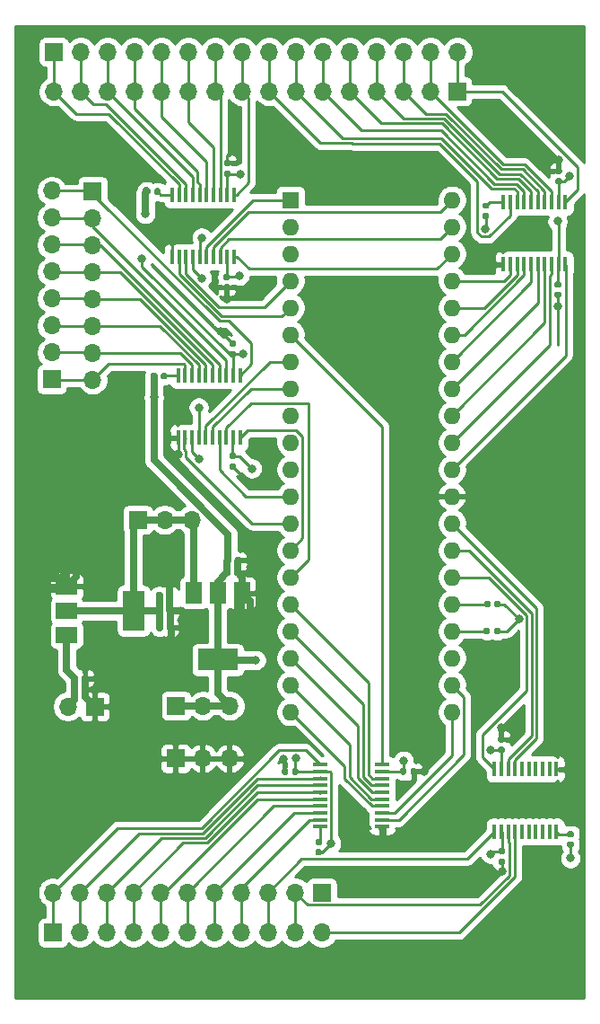
<source format=gbr>
%TF.GenerationSoftware,KiCad,Pcbnew,(5.1.6)-1*%
%TF.CreationDate,2020-09-22T22:20:25+03:00*%
%TF.ProjectId,Z80_devboard,5a38305f-6465-4766-926f-6172642e6b69,rev?*%
%TF.SameCoordinates,Original*%
%TF.FileFunction,Copper,L1,Top*%
%TF.FilePolarity,Positive*%
%FSLAX46Y46*%
G04 Gerber Fmt 4.6, Leading zero omitted, Abs format (unit mm)*
G04 Created by KiCad (PCBNEW (5.1.6)-1) date 2020-09-22 22:20:25*
%MOMM*%
%LPD*%
G01*
G04 APERTURE LIST*
%TA.AperFunction,ComponentPad*%
%ADD10O,1.600000X1.600000*%
%TD*%
%TA.AperFunction,ComponentPad*%
%ADD11R,1.600000X1.600000*%
%TD*%
%TA.AperFunction,ComponentPad*%
%ADD12O,1.700000X1.700000*%
%TD*%
%TA.AperFunction,ComponentPad*%
%ADD13R,1.700000X1.700000*%
%TD*%
%TA.AperFunction,SMDPad,CuDef*%
%ADD14R,1.500000X2.000000*%
%TD*%
%TA.AperFunction,SMDPad,CuDef*%
%ADD15R,3.800000X2.000000*%
%TD*%
%TA.AperFunction,SMDPad,CuDef*%
%ADD16R,2.000000X1.500000*%
%TD*%
%TA.AperFunction,SMDPad,CuDef*%
%ADD17R,2.000000X3.800000*%
%TD*%
%TA.AperFunction,SMDPad,CuDef*%
%ADD18R,0.450000X1.475000*%
%TD*%
%TA.AperFunction,SMDPad,CuDef*%
%ADD19R,1.475000X0.450000*%
%TD*%
%TA.AperFunction,ViaPad*%
%ADD20C,0.800000*%
%TD*%
%TA.AperFunction,Conductor*%
%ADD21C,0.250000*%
%TD*%
%TA.AperFunction,Conductor*%
%ADD22C,0.700000*%
%TD*%
%TA.AperFunction,Conductor*%
%ADD23C,0.254000*%
%TD*%
G04 APERTURE END LIST*
D10*
%TO.P,U3,40*%
%TO.N,/+5V_A10*%
X116840000Y-69088000D03*
%TO.P,U3,20*%
%TO.N,/~+5V_IORQ*%
X101600000Y-117348000D03*
%TO.P,U3,39*%
%TO.N,/+5V_A9*%
X116840000Y-71628000D03*
%TO.P,U3,19*%
%TO.N,/~+5V_MREQ*%
X101600000Y-114808000D03*
%TO.P,U3,38*%
%TO.N,/+5V_A8*%
X116840000Y-74168000D03*
%TO.P,U3,18*%
%TO.N,/~+5V_HALT*%
X101600000Y-112268000D03*
%TO.P,U3,37*%
%TO.N,/+5V_A7*%
X116840000Y-76708000D03*
%TO.P,U3,17*%
%TO.N,/~+5V_NMI*%
X101600000Y-109728000D03*
%TO.P,U3,36*%
%TO.N,/+5V_A6*%
X116840000Y-79248000D03*
%TO.P,U3,16*%
%TO.N,/~+5V_INT*%
X101600000Y-107188000D03*
%TO.P,U3,35*%
%TO.N,/+5V_A5*%
X116840000Y-81788000D03*
%TO.P,U3,15*%
%TO.N,/+5V_D1*%
X101600000Y-104648000D03*
%TO.P,U3,34*%
%TO.N,/+5V_A4*%
X116840000Y-84328000D03*
%TO.P,U3,14*%
%TO.N,/+5V_D0*%
X101600000Y-102108000D03*
%TO.P,U3,33*%
%TO.N,/+5V_A3*%
X116840000Y-86868000D03*
%TO.P,U3,13*%
%TO.N,/+5V_D7*%
X101600000Y-99568000D03*
%TO.P,U3,32*%
%TO.N,/+5V_A2*%
X116840000Y-89408000D03*
%TO.P,U3,12*%
%TO.N,/+5V_D2*%
X101600000Y-97028000D03*
%TO.P,U3,31*%
%TO.N,/+5V_A1*%
X116840000Y-91948000D03*
%TO.P,U3,11*%
%TO.N,+5V*%
X101600000Y-94488000D03*
%TO.P,U3,30*%
%TO.N,/+5V_A0*%
X116840000Y-94488000D03*
%TO.P,U3,10*%
%TO.N,/+5V_D6*%
X101600000Y-91948000D03*
%TO.P,U3,29*%
%TO.N,GND*%
X116840000Y-97028000D03*
%TO.P,U3,9*%
%TO.N,/+5V_D5*%
X101600000Y-89408000D03*
%TO.P,U3,28*%
%TO.N,/~+5V_RFSH*%
X116840000Y-99568000D03*
%TO.P,U3,8*%
%TO.N,/+5V_D3*%
X101600000Y-86868000D03*
%TO.P,U3,27*%
%TO.N,/~+5V_M1*%
X116840000Y-102108000D03*
%TO.P,U3,7*%
%TO.N,/+5V_D4*%
X101600000Y-84328000D03*
%TO.P,U3,26*%
%TO.N,/~+5V_RESET*%
X116840000Y-104648000D03*
%TO.P,U3,6*%
%TO.N,/+5V_CLK*%
X101600000Y-81788000D03*
%TO.P,U3,25*%
%TO.N,Net-(R1-Pad1)*%
X116840000Y-107188000D03*
%TO.P,U3,5*%
%TO.N,/+5V_A15*%
X101600000Y-79248000D03*
%TO.P,U3,24*%
%TO.N,Net-(R2-Pad1)*%
X116840000Y-109728000D03*
%TO.P,U3,4*%
%TO.N,/+5V_A14*%
X101600000Y-76708000D03*
%TO.P,U3,23*%
%TO.N,N/C*%
X116840000Y-112268000D03*
%TO.P,U3,3*%
%TO.N,/+5V_A13*%
X101600000Y-74168000D03*
%TO.P,U3,22*%
%TO.N,/~+5V_WR*%
X116840000Y-114808000D03*
%TO.P,U3,2*%
%TO.N,/+5V_A12*%
X101600000Y-71628000D03*
%TO.P,U3,21*%
%TO.N,/~+5V_RD*%
X116840000Y-117348000D03*
D11*
%TO.P,U3,1*%
%TO.N,/+5V_A11*%
X101600000Y-69088000D03*
%TD*%
D12*
%TO.P,J10,11*%
%TO.N,/~RFSH*%
X104584500Y-138163300D03*
%TO.P,J10,10*%
%TO.N,/~M1*%
X102044500Y-138163300D03*
%TO.P,J10,9*%
%TO.N,/~RESET*%
X99504500Y-138163300D03*
%TO.P,J10,8*%
%TO.N,/~WR*%
X96964500Y-138163300D03*
%TO.P,J10,7*%
%TO.N,/~RD*%
X94424500Y-138163300D03*
%TO.P,J10,6*%
%TO.N,/~IORQ*%
X91884500Y-138163300D03*
%TO.P,J10,5*%
%TO.N,/~MREQ*%
X89344500Y-138163300D03*
%TO.P,J10,4*%
%TO.N,/~HALT*%
X86804500Y-138163300D03*
%TO.P,J10,3*%
%TO.N,/~NMI*%
X84264500Y-138163300D03*
%TO.P,J10,2*%
%TO.N,/~INT*%
X81724500Y-138163300D03*
D13*
%TO.P,J10,1*%
%TO.N,/CLK*%
X79184500Y-138163300D03*
%TD*%
D12*
%TO.P,J9,16*%
%TO.N,/A0*%
X117360700Y-55143400D03*
%TO.P,J9,15*%
%TO.N,/A1*%
X114820700Y-55143400D03*
%TO.P,J9,14*%
%TO.N,/A2*%
X112280700Y-55143400D03*
%TO.P,J9,13*%
%TO.N,/A3*%
X109740700Y-55143400D03*
%TO.P,J9,12*%
%TO.N,/A4*%
X107200700Y-55143400D03*
%TO.P,J9,11*%
%TO.N,/A5*%
X104660700Y-55143400D03*
%TO.P,J9,10*%
%TO.N,/A6*%
X102120700Y-55143400D03*
%TO.P,J9,9*%
%TO.N,/A7*%
X99580700Y-55143400D03*
%TO.P,J9,8*%
%TO.N,/A8*%
X97040700Y-55143400D03*
%TO.P,J9,7*%
%TO.N,/A9*%
X94500700Y-55143400D03*
%TO.P,J9,6*%
%TO.N,/A10*%
X91960700Y-55143400D03*
%TO.P,J9,5*%
%TO.N,/A11*%
X89420700Y-55143400D03*
%TO.P,J9,4*%
%TO.N,/A12*%
X86880700Y-55143400D03*
%TO.P,J9,3*%
%TO.N,/A13*%
X84340700Y-55143400D03*
%TO.P,J9,2*%
%TO.N,/A14*%
X81800700Y-55143400D03*
D13*
%TO.P,J9,1*%
%TO.N,/A15*%
X79260700Y-55143400D03*
%TD*%
D12*
%TO.P,J8,8*%
%TO.N,/D0*%
X79070200Y-68237100D03*
%TO.P,J8,7*%
%TO.N,/D1*%
X79070200Y-70777100D03*
%TO.P,J8,6*%
%TO.N,/D2*%
X79070200Y-73317100D03*
%TO.P,J8,5*%
%TO.N,/D3*%
X79070200Y-75857100D03*
%TO.P,J8,4*%
%TO.N,/D4*%
X79070200Y-78397100D03*
%TO.P,J8,3*%
%TO.N,/D5*%
X79070200Y-80937100D03*
%TO.P,J8,2*%
%TO.N,/D6*%
X79070200Y-83477100D03*
D13*
%TO.P,J8,1*%
%TO.N,/D7*%
X79070200Y-86017100D03*
%TD*%
%TO.P,R7,2*%
%TO.N,+3V3*%
%TA.AperFunction,SMDPad,CuDef*%
G36*
G01*
X119867900Y-70309100D02*
X120212900Y-70309100D01*
G75*
G02*
X120360400Y-70456600I0J-147500D01*
G01*
X120360400Y-70751600D01*
G75*
G02*
X120212900Y-70899100I-147500J0D01*
G01*
X119867900Y-70899100D01*
G75*
G02*
X119720400Y-70751600I0J147500D01*
G01*
X119720400Y-70456600D01*
G75*
G02*
X119867900Y-70309100I147500J0D01*
G01*
G37*
%TD.AperFunction*%
%TO.P,R7,1*%
%TO.N,Net-(IC3-Pad10)*%
%TA.AperFunction,SMDPad,CuDef*%
G36*
G01*
X119867900Y-69339100D02*
X120212900Y-69339100D01*
G75*
G02*
X120360400Y-69486600I0J-147500D01*
G01*
X120360400Y-69781600D01*
G75*
G02*
X120212900Y-69929100I-147500J0D01*
G01*
X119867900Y-69929100D01*
G75*
G02*
X119720400Y-69781600I0J147500D01*
G01*
X119720400Y-69486600D01*
G75*
G02*
X119867900Y-69339100I147500J0D01*
G01*
G37*
%TD.AperFunction*%
%TD*%
%TO.P,R6,2*%
%TO.N,+3V3*%
%TA.AperFunction,SMDPad,CuDef*%
G36*
G01*
X127856200Y-129552200D02*
X128201200Y-129552200D01*
G75*
G02*
X128348700Y-129699700I0J-147500D01*
G01*
X128348700Y-129994700D01*
G75*
G02*
X128201200Y-130142200I-147500J0D01*
G01*
X127856200Y-130142200D01*
G75*
G02*
X127708700Y-129994700I0J147500D01*
G01*
X127708700Y-129699700D01*
G75*
G02*
X127856200Y-129552200I147500J0D01*
G01*
G37*
%TD.AperFunction*%
%TO.P,R6,1*%
%TO.N,Net-(IC6-Pad10)*%
%TA.AperFunction,SMDPad,CuDef*%
G36*
G01*
X127856200Y-128582200D02*
X128201200Y-128582200D01*
G75*
G02*
X128348700Y-128729700I0J-147500D01*
G01*
X128348700Y-129024700D01*
G75*
G02*
X128201200Y-129172200I-147500J0D01*
G01*
X127856200Y-129172200D01*
G75*
G02*
X127708700Y-129024700I0J147500D01*
G01*
X127708700Y-128729700D01*
G75*
G02*
X127856200Y-128582200I147500J0D01*
G01*
G37*
%TD.AperFunction*%
%TD*%
%TO.P,R5,2*%
%TO.N,+3V3*%
%TA.AperFunction,SMDPad,CuDef*%
G36*
G01*
X88382200Y-68128100D02*
X88382200Y-68473100D01*
G75*
G02*
X88234700Y-68620600I-147500J0D01*
G01*
X87939700Y-68620600D01*
G75*
G02*
X87792200Y-68473100I0J147500D01*
G01*
X87792200Y-68128100D01*
G75*
G02*
X87939700Y-67980600I147500J0D01*
G01*
X88234700Y-67980600D01*
G75*
G02*
X88382200Y-68128100I0J-147500D01*
G01*
G37*
%TD.AperFunction*%
%TO.P,R5,1*%
%TO.N,Net-(IC4-Pad10)*%
%TA.AperFunction,SMDPad,CuDef*%
G36*
G01*
X89352200Y-68128100D02*
X89352200Y-68473100D01*
G75*
G02*
X89204700Y-68620600I-147500J0D01*
G01*
X88909700Y-68620600D01*
G75*
G02*
X88762200Y-68473100I0J147500D01*
G01*
X88762200Y-68128100D01*
G75*
G02*
X88909700Y-67980600I147500J0D01*
G01*
X89204700Y-67980600D01*
G75*
G02*
X89352200Y-68128100I0J-147500D01*
G01*
G37*
%TD.AperFunction*%
%TD*%
%TO.P,R4,2*%
%TO.N,+3V3*%
%TA.AperFunction,SMDPad,CuDef*%
G36*
G01*
X104094500Y-130286400D02*
X104439500Y-130286400D01*
G75*
G02*
X104587000Y-130433900I0J-147500D01*
G01*
X104587000Y-130728900D01*
G75*
G02*
X104439500Y-130876400I-147500J0D01*
G01*
X104094500Y-130876400D01*
G75*
G02*
X103947000Y-130728900I0J147500D01*
G01*
X103947000Y-130433900D01*
G75*
G02*
X104094500Y-130286400I147500J0D01*
G01*
G37*
%TD.AperFunction*%
%TO.P,R4,1*%
%TO.N,Net-(IC5-Pad10)*%
%TA.AperFunction,SMDPad,CuDef*%
G36*
G01*
X104094500Y-129316400D02*
X104439500Y-129316400D01*
G75*
G02*
X104587000Y-129463900I0J-147500D01*
G01*
X104587000Y-129758900D01*
G75*
G02*
X104439500Y-129906400I-147500J0D01*
G01*
X104094500Y-129906400D01*
G75*
G02*
X103947000Y-129758900I0J147500D01*
G01*
X103947000Y-129463900D01*
G75*
G02*
X104094500Y-129316400I147500J0D01*
G01*
G37*
%TD.AperFunction*%
%TD*%
D12*
%TO.P,J7,3*%
%TO.N,GND*%
X95846900Y-121742200D03*
%TO.P,J7,2*%
X93306900Y-121742200D03*
D13*
%TO.P,J7,1*%
X90766900Y-121742200D03*
%TD*%
D12*
%TO.P,J6,3*%
%TO.N,+3V3*%
X95885000Y-116776500D03*
%TO.P,J6,2*%
X93345000Y-116776500D03*
D13*
%TO.P,J6,1*%
X90805000Y-116776500D03*
%TD*%
D12*
%TO.P,J5,3*%
%TO.N,+5V*%
X92265500Y-99250500D03*
%TO.P,J5,2*%
X89725500Y-99250500D03*
D13*
%TO.P,J5,1*%
X87185500Y-99250500D03*
%TD*%
D14*
%TO.P,U2,1*%
%TO.N,GND*%
X97042000Y-106133500D03*
%TO.P,U2,3*%
%TO.N,+5V*%
X92442000Y-106133500D03*
%TO.P,U2,2*%
%TO.N,+3V3*%
X94742000Y-106133500D03*
D15*
X94742000Y-112433500D03*
%TD*%
D16*
%TO.P,U1,1*%
%TO.N,GND*%
X80479500Y-105523000D03*
%TO.P,U1,3*%
%TO.N,/+VIN*%
X80479500Y-110123000D03*
%TO.P,U1,2*%
%TO.N,+5V*%
X80479500Y-107823000D03*
D17*
X86779500Y-107823000D03*
%TD*%
D12*
%TO.P,J4,2*%
%TO.N,/+VIN*%
X80581500Y-116840000D03*
D13*
%TO.P,J4,1*%
%TO.N,GND*%
X83121500Y-116840000D03*
%TD*%
%TO.P,C16,2*%
%TO.N,GND*%
%TA.AperFunction,SMDPad,CuDef*%
G36*
G01*
X96369500Y-103233000D02*
X96369500Y-102888000D01*
G75*
G02*
X96517000Y-102740500I147500J0D01*
G01*
X96812000Y-102740500D01*
G75*
G02*
X96959500Y-102888000I0J-147500D01*
G01*
X96959500Y-103233000D01*
G75*
G02*
X96812000Y-103380500I-147500J0D01*
G01*
X96517000Y-103380500D01*
G75*
G02*
X96369500Y-103233000I0J147500D01*
G01*
G37*
%TD.AperFunction*%
%TO.P,C16,1*%
%TO.N,+3V3*%
%TA.AperFunction,SMDPad,CuDef*%
G36*
G01*
X95399500Y-103233000D02*
X95399500Y-102888000D01*
G75*
G02*
X95547000Y-102740500I147500J0D01*
G01*
X95842000Y-102740500D01*
G75*
G02*
X95989500Y-102888000I0J-147500D01*
G01*
X95989500Y-103233000D01*
G75*
G02*
X95842000Y-103380500I-147500J0D01*
G01*
X95547000Y-103380500D01*
G75*
G02*
X95399500Y-103233000I0J147500D01*
G01*
G37*
%TD.AperFunction*%
%TD*%
%TO.P,C15,2*%
%TO.N,GND*%
%TA.AperFunction,SMDPad,CuDef*%
G36*
G01*
X96306000Y-104376000D02*
X96306000Y-104031000D01*
G75*
G02*
X96453500Y-103883500I147500J0D01*
G01*
X96748500Y-103883500D01*
G75*
G02*
X96896000Y-104031000I0J-147500D01*
G01*
X96896000Y-104376000D01*
G75*
G02*
X96748500Y-104523500I-147500J0D01*
G01*
X96453500Y-104523500D01*
G75*
G02*
X96306000Y-104376000I0J147500D01*
G01*
G37*
%TD.AperFunction*%
%TO.P,C15,1*%
%TO.N,+3V3*%
%TA.AperFunction,SMDPad,CuDef*%
G36*
G01*
X95336000Y-104376000D02*
X95336000Y-104031000D01*
G75*
G02*
X95483500Y-103883500I147500J0D01*
G01*
X95778500Y-103883500D01*
G75*
G02*
X95926000Y-104031000I0J-147500D01*
G01*
X95926000Y-104376000D01*
G75*
G02*
X95778500Y-104523500I-147500J0D01*
G01*
X95483500Y-104523500D01*
G75*
G02*
X95336000Y-104376000I0J147500D01*
G01*
G37*
%TD.AperFunction*%
%TD*%
%TO.P,C14,2*%
%TO.N,GND*%
%TA.AperFunction,SMDPad,CuDef*%
G36*
G01*
X89938500Y-109583000D02*
X89938500Y-109238000D01*
G75*
G02*
X90086000Y-109090500I147500J0D01*
G01*
X90381000Y-109090500D01*
G75*
G02*
X90528500Y-109238000I0J-147500D01*
G01*
X90528500Y-109583000D01*
G75*
G02*
X90381000Y-109730500I-147500J0D01*
G01*
X90086000Y-109730500D01*
G75*
G02*
X89938500Y-109583000I0J147500D01*
G01*
G37*
%TD.AperFunction*%
%TO.P,C14,1*%
%TO.N,+5V*%
%TA.AperFunction,SMDPad,CuDef*%
G36*
G01*
X88968500Y-109583000D02*
X88968500Y-109238000D01*
G75*
G02*
X89116000Y-109090500I147500J0D01*
G01*
X89411000Y-109090500D01*
G75*
G02*
X89558500Y-109238000I0J-147500D01*
G01*
X89558500Y-109583000D01*
G75*
G02*
X89411000Y-109730500I-147500J0D01*
G01*
X89116000Y-109730500D01*
G75*
G02*
X88968500Y-109583000I0J147500D01*
G01*
G37*
%TD.AperFunction*%
%TD*%
%TO.P,C13,2*%
%TO.N,GND*%
%TA.AperFunction,SMDPad,CuDef*%
G36*
G01*
X89956000Y-107995500D02*
X89956000Y-107650500D01*
G75*
G02*
X90103500Y-107503000I147500J0D01*
G01*
X90398500Y-107503000D01*
G75*
G02*
X90546000Y-107650500I0J-147500D01*
G01*
X90546000Y-107995500D01*
G75*
G02*
X90398500Y-108143000I-147500J0D01*
G01*
X90103500Y-108143000D01*
G75*
G02*
X89956000Y-107995500I0J147500D01*
G01*
G37*
%TD.AperFunction*%
%TO.P,C13,1*%
%TO.N,+5V*%
%TA.AperFunction,SMDPad,CuDef*%
G36*
G01*
X88986000Y-107995500D02*
X88986000Y-107650500D01*
G75*
G02*
X89133500Y-107503000I147500J0D01*
G01*
X89428500Y-107503000D01*
G75*
G02*
X89576000Y-107650500I0J-147500D01*
G01*
X89576000Y-107995500D01*
G75*
G02*
X89428500Y-108143000I-147500J0D01*
G01*
X89133500Y-108143000D01*
G75*
G02*
X88986000Y-107995500I0J147500D01*
G01*
G37*
%TD.AperFunction*%
%TD*%
%TO.P,C12,2*%
%TO.N,GND*%
%TA.AperFunction,SMDPad,CuDef*%
G36*
G01*
X89892500Y-106535000D02*
X89892500Y-106190000D01*
G75*
G02*
X90040000Y-106042500I147500J0D01*
G01*
X90335000Y-106042500D01*
G75*
G02*
X90482500Y-106190000I0J-147500D01*
G01*
X90482500Y-106535000D01*
G75*
G02*
X90335000Y-106682500I-147500J0D01*
G01*
X90040000Y-106682500D01*
G75*
G02*
X89892500Y-106535000I0J147500D01*
G01*
G37*
%TD.AperFunction*%
%TO.P,C12,1*%
%TO.N,+5V*%
%TA.AperFunction,SMDPad,CuDef*%
G36*
G01*
X88922500Y-106535000D02*
X88922500Y-106190000D01*
G75*
G02*
X89070000Y-106042500I147500J0D01*
G01*
X89365000Y-106042500D01*
G75*
G02*
X89512500Y-106190000I0J-147500D01*
G01*
X89512500Y-106535000D01*
G75*
G02*
X89365000Y-106682500I-147500J0D01*
G01*
X89070000Y-106682500D01*
G75*
G02*
X88922500Y-106535000I0J147500D01*
G01*
G37*
%TD.AperFunction*%
%TD*%
%TO.P,C11,2*%
%TO.N,GND*%
%TA.AperFunction,SMDPad,CuDef*%
G36*
G01*
X81914500Y-114345500D02*
X81914500Y-114000500D01*
G75*
G02*
X82062000Y-113853000I147500J0D01*
G01*
X82357000Y-113853000D01*
G75*
G02*
X82504500Y-114000500I0J-147500D01*
G01*
X82504500Y-114345500D01*
G75*
G02*
X82357000Y-114493000I-147500J0D01*
G01*
X82062000Y-114493000D01*
G75*
G02*
X81914500Y-114345500I0J147500D01*
G01*
G37*
%TD.AperFunction*%
%TO.P,C11,1*%
%TO.N,/+VIN*%
%TA.AperFunction,SMDPad,CuDef*%
G36*
G01*
X80944500Y-114345500D02*
X80944500Y-114000500D01*
G75*
G02*
X81092000Y-113853000I147500J0D01*
G01*
X81387000Y-113853000D01*
G75*
G02*
X81534500Y-114000500I0J-147500D01*
G01*
X81534500Y-114345500D01*
G75*
G02*
X81387000Y-114493000I-147500J0D01*
G01*
X81092000Y-114493000D01*
G75*
G02*
X80944500Y-114345500I0J147500D01*
G01*
G37*
%TD.AperFunction*%
%TD*%
D12*
%TO.P,J3,11*%
%TO.N,/CLK*%
X79184500Y-134366000D03*
%TO.P,J3,10*%
%TO.N,/~INT*%
X81724500Y-134366000D03*
%TO.P,J3,9*%
%TO.N,/~NMI*%
X84264500Y-134366000D03*
%TO.P,J3,8*%
%TO.N,/~HALT*%
X86804500Y-134366000D03*
%TO.P,J3,7*%
%TO.N,/~MREQ*%
X89344500Y-134366000D03*
%TO.P,J3,6*%
%TO.N,/~IORQ*%
X91884500Y-134366000D03*
%TO.P,J3,5*%
%TO.N,/~RD*%
X94424500Y-134366000D03*
%TO.P,J3,4*%
%TO.N,/~WR*%
X96964500Y-134366000D03*
%TO.P,J3,3*%
%TO.N,/~RESET*%
X99504500Y-134366000D03*
%TO.P,J3,2*%
%TO.N,/~M1*%
X102044500Y-134366000D03*
D13*
%TO.P,J3,1*%
%TO.N,/~RFSH*%
X104584500Y-134366000D03*
%TD*%
D12*
%TO.P,J2,16*%
%TO.N,/A15*%
X79248000Y-58864500D03*
%TO.P,J2,15*%
%TO.N,/A14*%
X81788000Y-58864500D03*
%TO.P,J2,14*%
%TO.N,/A13*%
X84328000Y-58864500D03*
%TO.P,J2,13*%
%TO.N,/A12*%
X86868000Y-58864500D03*
%TO.P,J2,12*%
%TO.N,/A11*%
X89408000Y-58864500D03*
%TO.P,J2,11*%
%TO.N,/A10*%
X91948000Y-58864500D03*
%TO.P,J2,10*%
%TO.N,/A9*%
X94488000Y-58864500D03*
%TO.P,J2,9*%
%TO.N,/A8*%
X97028000Y-58864500D03*
%TO.P,J2,8*%
%TO.N,/A7*%
X99568000Y-58864500D03*
%TO.P,J2,7*%
%TO.N,/A6*%
X102108000Y-58864500D03*
%TO.P,J2,6*%
%TO.N,/A5*%
X104648000Y-58864500D03*
%TO.P,J2,5*%
%TO.N,/A4*%
X107188000Y-58864500D03*
%TO.P,J2,4*%
%TO.N,/A3*%
X109728000Y-58864500D03*
%TO.P,J2,3*%
%TO.N,/A2*%
X112268000Y-58864500D03*
%TO.P,J2,2*%
%TO.N,/A1*%
X114808000Y-58864500D03*
D13*
%TO.P,J2,1*%
%TO.N,/A0*%
X117348000Y-58864500D03*
%TD*%
D12*
%TO.P,J1,8*%
%TO.N,/D7*%
X82931000Y-86042500D03*
%TO.P,J1,7*%
%TO.N,/D6*%
X82931000Y-83502500D03*
%TO.P,J1,6*%
%TO.N,/D5*%
X82931000Y-80962500D03*
%TO.P,J1,5*%
%TO.N,/D4*%
X82931000Y-78422500D03*
%TO.P,J1,4*%
%TO.N,/D3*%
X82931000Y-75882500D03*
%TO.P,J1,3*%
%TO.N,/D2*%
X82931000Y-73342500D03*
%TO.P,J1,2*%
%TO.N,/D1*%
X82931000Y-70802500D03*
D13*
%TO.P,J1,1*%
%TO.N,/D0*%
X82931000Y-68262500D03*
%TD*%
%TO.P,R3,2*%
%TO.N,+3V3*%
%TA.AperFunction,SMDPad,CuDef*%
G36*
G01*
X88999700Y-85514400D02*
X88999700Y-85859400D01*
G75*
G02*
X88852200Y-86006900I-147500J0D01*
G01*
X88557200Y-86006900D01*
G75*
G02*
X88409700Y-85859400I0J147500D01*
G01*
X88409700Y-85514400D01*
G75*
G02*
X88557200Y-85366900I147500J0D01*
G01*
X88852200Y-85366900D01*
G75*
G02*
X88999700Y-85514400I0J-147500D01*
G01*
G37*
%TD.AperFunction*%
%TO.P,R3,1*%
%TO.N,Net-(IC2-Pad10)*%
%TA.AperFunction,SMDPad,CuDef*%
G36*
G01*
X89969700Y-85514400D02*
X89969700Y-85859400D01*
G75*
G02*
X89822200Y-86006900I-147500J0D01*
G01*
X89527200Y-86006900D01*
G75*
G02*
X89379700Y-85859400I0J147500D01*
G01*
X89379700Y-85514400D01*
G75*
G02*
X89527200Y-85366900I147500J0D01*
G01*
X89822200Y-85366900D01*
G75*
G02*
X89969700Y-85514400I0J-147500D01*
G01*
G37*
%TD.AperFunction*%
%TD*%
%TO.P,R2,2*%
%TO.N,+5V*%
%TA.AperFunction,SMDPad,CuDef*%
G36*
G01*
X120817000Y-109900500D02*
X120817000Y-109555500D01*
G75*
G02*
X120964500Y-109408000I147500J0D01*
G01*
X121259500Y-109408000D01*
G75*
G02*
X121407000Y-109555500I0J-147500D01*
G01*
X121407000Y-109900500D01*
G75*
G02*
X121259500Y-110048000I-147500J0D01*
G01*
X120964500Y-110048000D01*
G75*
G02*
X120817000Y-109900500I0J147500D01*
G01*
G37*
%TD.AperFunction*%
%TO.P,R2,1*%
%TO.N,Net-(R2-Pad1)*%
%TA.AperFunction,SMDPad,CuDef*%
G36*
G01*
X119847000Y-109900500D02*
X119847000Y-109555500D01*
G75*
G02*
X119994500Y-109408000I147500J0D01*
G01*
X120289500Y-109408000D01*
G75*
G02*
X120437000Y-109555500I0J-147500D01*
G01*
X120437000Y-109900500D01*
G75*
G02*
X120289500Y-110048000I-147500J0D01*
G01*
X119994500Y-110048000D01*
G75*
G02*
X119847000Y-109900500I0J147500D01*
G01*
G37*
%TD.AperFunction*%
%TD*%
%TO.P,R1,2*%
%TO.N,+5V*%
%TA.AperFunction,SMDPad,CuDef*%
G36*
G01*
X120863000Y-107360500D02*
X120863000Y-107015500D01*
G75*
G02*
X121010500Y-106868000I147500J0D01*
G01*
X121305500Y-106868000D01*
G75*
G02*
X121453000Y-107015500I0J-147500D01*
G01*
X121453000Y-107360500D01*
G75*
G02*
X121305500Y-107508000I-147500J0D01*
G01*
X121010500Y-107508000D01*
G75*
G02*
X120863000Y-107360500I0J147500D01*
G01*
G37*
%TD.AperFunction*%
%TO.P,R1,1*%
%TO.N,Net-(R1-Pad1)*%
%TA.AperFunction,SMDPad,CuDef*%
G36*
G01*
X119893000Y-107360500D02*
X119893000Y-107015500D01*
G75*
G02*
X120040500Y-106868000I147500J0D01*
G01*
X120335500Y-106868000D01*
G75*
G02*
X120483000Y-107015500I0J-147500D01*
G01*
X120483000Y-107360500D01*
G75*
G02*
X120335500Y-107508000I-147500J0D01*
G01*
X120040500Y-107508000D01*
G75*
G02*
X119893000Y-107360500I0J147500D01*
G01*
G37*
%TD.AperFunction*%
%TD*%
D18*
%TO.P,IC6,20*%
%TO.N,/~+5V_RESET*%
X120861900Y-122741200D03*
%TO.P,IC6,19*%
%TO.N,+5V*%
X121511900Y-122741200D03*
%TO.P,IC6,18*%
%TO.N,/~+5V_M1*%
X122161900Y-122741200D03*
%TO.P,IC6,17*%
%TO.N,/~+5V_RFSH*%
X122811900Y-122741200D03*
%TO.P,IC6,16*%
%TO.N,N/C*%
X123461900Y-122741200D03*
%TO.P,IC6,15*%
X124111900Y-122741200D03*
%TO.P,IC6,14*%
X124761900Y-122741200D03*
%TO.P,IC6,13*%
X125411900Y-122741200D03*
%TO.P,IC6,12*%
X126061900Y-122741200D03*
%TO.P,IC6,11*%
%TO.N,GND*%
X126711900Y-122741200D03*
%TO.P,IC6,10*%
%TO.N,Net-(IC6-Pad10)*%
X126711900Y-128617200D03*
%TO.P,IC6,9*%
%TO.N,N/C*%
X126061900Y-128617200D03*
%TO.P,IC6,8*%
X125411900Y-128617200D03*
%TO.P,IC6,7*%
X124761900Y-128617200D03*
%TO.P,IC6,6*%
X124111900Y-128617200D03*
%TO.P,IC6,5*%
X123461900Y-128617200D03*
%TO.P,IC6,4*%
%TO.N,/~RFSH*%
X122811900Y-128617200D03*
%TO.P,IC6,3*%
%TO.N,/~M1*%
X122161900Y-128617200D03*
%TO.P,IC6,2*%
%TO.N,+3V3*%
X121511900Y-128617200D03*
%TO.P,IC6,1*%
%TO.N,/~RESET*%
X120861900Y-128617200D03*
%TD*%
D19*
%TO.P,IC5,20*%
%TO.N,/+5V_CLK*%
X110253000Y-122322400D03*
%TO.P,IC5,19*%
%TO.N,+5V*%
X110253000Y-122972400D03*
%TO.P,IC5,18*%
%TO.N,/~+5V_INT*%
X110253000Y-123622400D03*
%TO.P,IC5,17*%
%TO.N,/~+5V_NMI*%
X110253000Y-124272400D03*
%TO.P,IC5,16*%
%TO.N,/~+5V_HALT*%
X110253000Y-124922400D03*
%TO.P,IC5,15*%
%TO.N,/~+5V_MREQ*%
X110253000Y-125572400D03*
%TO.P,IC5,14*%
%TO.N,/~+5V_IORQ*%
X110253000Y-126222400D03*
%TO.P,IC5,13*%
%TO.N,/~+5V_RD*%
X110253000Y-126872400D03*
%TO.P,IC5,12*%
%TO.N,/~+5V_WR*%
X110253000Y-127522400D03*
%TO.P,IC5,11*%
%TO.N,GND*%
X110253000Y-128172400D03*
%TO.P,IC5,10*%
%TO.N,Net-(IC5-Pad10)*%
X104377000Y-128172400D03*
%TO.P,IC5,9*%
%TO.N,/~WR*%
X104377000Y-127522400D03*
%TO.P,IC5,8*%
%TO.N,/~RD*%
X104377000Y-126872400D03*
%TO.P,IC5,7*%
%TO.N,/~IORQ*%
X104377000Y-126222400D03*
%TO.P,IC5,6*%
%TO.N,/~MREQ*%
X104377000Y-125572400D03*
%TO.P,IC5,5*%
%TO.N,/~HALT*%
X104377000Y-124922400D03*
%TO.P,IC5,4*%
%TO.N,/~NMI*%
X104377000Y-124272400D03*
%TO.P,IC5,3*%
%TO.N,/~INT*%
X104377000Y-123622400D03*
%TO.P,IC5,2*%
%TO.N,+3V3*%
X104377000Y-122972400D03*
%TO.P,IC5,1*%
%TO.N,/CLK*%
X104377000Y-122322400D03*
%TD*%
D18*
%TO.P,IC4,20*%
%TO.N,/+5V_A8*%
X96282700Y-74477100D03*
%TO.P,IC4,19*%
%TO.N,+5V*%
X95632700Y-74477100D03*
%TO.P,IC4,18*%
%TO.N,/+5V_A9*%
X94982700Y-74477100D03*
%TO.P,IC4,17*%
%TO.N,/+5V_A10*%
X94332700Y-74477100D03*
%TO.P,IC4,16*%
%TO.N,/+5V_A11*%
X93682700Y-74477100D03*
%TO.P,IC4,15*%
%TO.N,/+5V_A12*%
X93032700Y-74477100D03*
%TO.P,IC4,14*%
%TO.N,/+5V_A13*%
X92382700Y-74477100D03*
%TO.P,IC4,13*%
%TO.N,/+5V_A14*%
X91732700Y-74477100D03*
%TO.P,IC4,12*%
%TO.N,/+5V_A15*%
X91082700Y-74477100D03*
%TO.P,IC4,11*%
%TO.N,GND*%
X90432700Y-74477100D03*
%TO.P,IC4,10*%
%TO.N,Net-(IC4-Pad10)*%
X90432700Y-68601100D03*
%TO.P,IC4,9*%
%TO.N,/A15*%
X91082700Y-68601100D03*
%TO.P,IC4,8*%
%TO.N,/A14*%
X91732700Y-68601100D03*
%TO.P,IC4,7*%
%TO.N,/A13*%
X92382700Y-68601100D03*
%TO.P,IC4,6*%
%TO.N,/A12*%
X93032700Y-68601100D03*
%TO.P,IC4,5*%
%TO.N,/A11*%
X93682700Y-68601100D03*
%TO.P,IC4,4*%
%TO.N,/A10*%
X94332700Y-68601100D03*
%TO.P,IC4,3*%
%TO.N,/A9*%
X94982700Y-68601100D03*
%TO.P,IC4,2*%
%TO.N,+3V3*%
X95632700Y-68601100D03*
%TO.P,IC4,1*%
%TO.N,/A8*%
X96282700Y-68601100D03*
%TD*%
%TO.P,IC3,20*%
%TO.N,/+5V_A0*%
X127550100Y-75162900D03*
%TO.P,IC3,19*%
%TO.N,+5V*%
X126900100Y-75162900D03*
%TO.P,IC3,18*%
%TO.N,/+5V_A1*%
X126250100Y-75162900D03*
%TO.P,IC3,17*%
%TO.N,/+5V_A2*%
X125600100Y-75162900D03*
%TO.P,IC3,16*%
%TO.N,/+5V_A3*%
X124950100Y-75162900D03*
%TO.P,IC3,15*%
%TO.N,/+5V_A4*%
X124300100Y-75162900D03*
%TO.P,IC3,14*%
%TO.N,/+5V_A5*%
X123650100Y-75162900D03*
%TO.P,IC3,13*%
%TO.N,/+5V_A6*%
X123000100Y-75162900D03*
%TO.P,IC3,12*%
%TO.N,/+5V_A7*%
X122350100Y-75162900D03*
%TO.P,IC3,11*%
%TO.N,GND*%
X121700100Y-75162900D03*
%TO.P,IC3,10*%
%TO.N,Net-(IC3-Pad10)*%
X121700100Y-69286900D03*
%TO.P,IC3,9*%
%TO.N,/A7*%
X122350100Y-69286900D03*
%TO.P,IC3,8*%
%TO.N,/A6*%
X123000100Y-69286900D03*
%TO.P,IC3,7*%
%TO.N,/A5*%
X123650100Y-69286900D03*
%TO.P,IC3,6*%
%TO.N,/A4*%
X124300100Y-69286900D03*
%TO.P,IC3,5*%
%TO.N,/A3*%
X124950100Y-69286900D03*
%TO.P,IC3,4*%
%TO.N,/A2*%
X125600100Y-69286900D03*
%TO.P,IC3,3*%
%TO.N,/A1*%
X126250100Y-69286900D03*
%TO.P,IC3,2*%
%TO.N,+3V3*%
X126900100Y-69286900D03*
%TO.P,IC3,1*%
%TO.N,/A0*%
X127550100Y-69286900D03*
%TD*%
%TO.P,IC2,20*%
%TO.N,/+5V_D0*%
X96854200Y-91482400D03*
%TO.P,IC2,19*%
%TO.N,+5V*%
X96204200Y-91482400D03*
%TO.P,IC2,18*%
%TO.N,/+5V_D1*%
X95554200Y-91482400D03*
%TO.P,IC2,17*%
%TO.N,/+5V_D2*%
X94904200Y-91482400D03*
%TO.P,IC2,16*%
%TO.N,/+5V_D3*%
X94254200Y-91482400D03*
%TO.P,IC2,15*%
%TO.N,/+5V_D4*%
X93604200Y-91482400D03*
%TO.P,IC2,14*%
%TO.N,/+5V_D5*%
X92954200Y-91482400D03*
%TO.P,IC2,13*%
%TO.N,/+5V_D6*%
X92304200Y-91482400D03*
%TO.P,IC2,12*%
%TO.N,/+5V_D7*%
X91654200Y-91482400D03*
%TO.P,IC2,11*%
%TO.N,GND*%
X91004200Y-91482400D03*
%TO.P,IC2,10*%
%TO.N,Net-(IC2-Pad10)*%
X91004200Y-85606400D03*
%TO.P,IC2,9*%
%TO.N,/D7*%
X91654200Y-85606400D03*
%TO.P,IC2,8*%
%TO.N,/D6*%
X92304200Y-85606400D03*
%TO.P,IC2,7*%
%TO.N,/D5*%
X92954200Y-85606400D03*
%TO.P,IC2,6*%
%TO.N,/D4*%
X93604200Y-85606400D03*
%TO.P,IC2,5*%
%TO.N,/D3*%
X94254200Y-85606400D03*
%TO.P,IC2,4*%
%TO.N,/D2*%
X94904200Y-85606400D03*
%TO.P,IC2,3*%
%TO.N,/D1*%
X95554200Y-85606400D03*
%TO.P,IC2,2*%
%TO.N,+3V3*%
X96204200Y-85606400D03*
%TO.P,IC2,1*%
%TO.N,/D0*%
X96854200Y-85606400D03*
%TD*%
%TO.P,C10,2*%
%TO.N,GND*%
%TA.AperFunction,SMDPad,CuDef*%
G36*
G01*
X127083600Y-66660400D02*
X126738600Y-66660400D01*
G75*
G02*
X126591100Y-66512900I0J147500D01*
G01*
X126591100Y-66217900D01*
G75*
G02*
X126738600Y-66070400I147500J0D01*
G01*
X127083600Y-66070400D01*
G75*
G02*
X127231100Y-66217900I0J-147500D01*
G01*
X127231100Y-66512900D01*
G75*
G02*
X127083600Y-66660400I-147500J0D01*
G01*
G37*
%TD.AperFunction*%
%TO.P,C10,1*%
%TO.N,+3V3*%
%TA.AperFunction,SMDPad,CuDef*%
G36*
G01*
X127083600Y-67630400D02*
X126738600Y-67630400D01*
G75*
G02*
X126591100Y-67482900I0J147500D01*
G01*
X126591100Y-67187900D01*
G75*
G02*
X126738600Y-67040400I147500J0D01*
G01*
X127083600Y-67040400D01*
G75*
G02*
X127231100Y-67187900I0J-147500D01*
G01*
X127231100Y-67482900D01*
G75*
G02*
X127083600Y-67630400I-147500J0D01*
G01*
G37*
%TD.AperFunction*%
%TD*%
%TO.P,C9,2*%
%TO.N,GND*%
%TA.AperFunction,SMDPad,CuDef*%
G36*
G01*
X101387000Y-122788900D02*
X101387000Y-123133900D01*
G75*
G02*
X101239500Y-123281400I-147500J0D01*
G01*
X100944500Y-123281400D01*
G75*
G02*
X100797000Y-123133900I0J147500D01*
G01*
X100797000Y-122788900D01*
G75*
G02*
X100944500Y-122641400I147500J0D01*
G01*
X101239500Y-122641400D01*
G75*
G02*
X101387000Y-122788900I0J-147500D01*
G01*
G37*
%TD.AperFunction*%
%TO.P,C9,1*%
%TO.N,+3V3*%
%TA.AperFunction,SMDPad,CuDef*%
G36*
G01*
X102357000Y-122788900D02*
X102357000Y-123133900D01*
G75*
G02*
X102209500Y-123281400I-147500J0D01*
G01*
X101914500Y-123281400D01*
G75*
G02*
X101767000Y-123133900I0J147500D01*
G01*
X101767000Y-122788900D01*
G75*
G02*
X101914500Y-122641400I147500J0D01*
G01*
X102209500Y-122641400D01*
G75*
G02*
X102357000Y-122788900I0J-147500D01*
G01*
G37*
%TD.AperFunction*%
%TD*%
%TO.P,C8,2*%
%TO.N,GND*%
%TA.AperFunction,SMDPad,CuDef*%
G36*
G01*
X121391900Y-131162700D02*
X121736900Y-131162700D01*
G75*
G02*
X121884400Y-131310200I0J-147500D01*
G01*
X121884400Y-131605200D01*
G75*
G02*
X121736900Y-131752700I-147500J0D01*
G01*
X121391900Y-131752700D01*
G75*
G02*
X121244400Y-131605200I0J147500D01*
G01*
X121244400Y-131310200D01*
G75*
G02*
X121391900Y-131162700I147500J0D01*
G01*
G37*
%TD.AperFunction*%
%TO.P,C8,1*%
%TO.N,+3V3*%
%TA.AperFunction,SMDPad,CuDef*%
G36*
G01*
X121391900Y-130192700D02*
X121736900Y-130192700D01*
G75*
G02*
X121884400Y-130340200I0J-147500D01*
G01*
X121884400Y-130635200D01*
G75*
G02*
X121736900Y-130782700I-147500J0D01*
G01*
X121391900Y-130782700D01*
G75*
G02*
X121244400Y-130635200I0J147500D01*
G01*
X121244400Y-130340200D01*
G75*
G02*
X121391900Y-130192700I147500J0D01*
G01*
G37*
%TD.AperFunction*%
%TD*%
%TO.P,C7,2*%
%TO.N,GND*%
%TA.AperFunction,SMDPad,CuDef*%
G36*
G01*
X95816200Y-65928600D02*
X95471200Y-65928600D01*
G75*
G02*
X95323700Y-65781100I0J147500D01*
G01*
X95323700Y-65486100D01*
G75*
G02*
X95471200Y-65338600I147500J0D01*
G01*
X95816200Y-65338600D01*
G75*
G02*
X95963700Y-65486100I0J-147500D01*
G01*
X95963700Y-65781100D01*
G75*
G02*
X95816200Y-65928600I-147500J0D01*
G01*
G37*
%TD.AperFunction*%
%TO.P,C7,1*%
%TO.N,+3V3*%
%TA.AperFunction,SMDPad,CuDef*%
G36*
G01*
X95816200Y-66898600D02*
X95471200Y-66898600D01*
G75*
G02*
X95323700Y-66751100I0J147500D01*
G01*
X95323700Y-66456100D01*
G75*
G02*
X95471200Y-66308600I147500J0D01*
G01*
X95816200Y-66308600D01*
G75*
G02*
X95963700Y-66456100I0J-147500D01*
G01*
X95963700Y-66751100D01*
G75*
G02*
X95816200Y-66898600I-147500J0D01*
G01*
G37*
%TD.AperFunction*%
%TD*%
%TO.P,C6,2*%
%TO.N,GND*%
%TA.AperFunction,SMDPad,CuDef*%
G36*
G01*
X96324200Y-82933900D02*
X95979200Y-82933900D01*
G75*
G02*
X95831700Y-82786400I0J147500D01*
G01*
X95831700Y-82491400D01*
G75*
G02*
X95979200Y-82343900I147500J0D01*
G01*
X96324200Y-82343900D01*
G75*
G02*
X96471700Y-82491400I0J-147500D01*
G01*
X96471700Y-82786400D01*
G75*
G02*
X96324200Y-82933900I-147500J0D01*
G01*
G37*
%TD.AperFunction*%
%TO.P,C6,1*%
%TO.N,+3V3*%
%TA.AperFunction,SMDPad,CuDef*%
G36*
G01*
X96324200Y-83903900D02*
X95979200Y-83903900D01*
G75*
G02*
X95831700Y-83756400I0J147500D01*
G01*
X95831700Y-83461400D01*
G75*
G02*
X95979200Y-83313900I147500J0D01*
G01*
X96324200Y-83313900D01*
G75*
G02*
X96471700Y-83461400I0J-147500D01*
G01*
X96471700Y-83756400D01*
G75*
G02*
X96324200Y-83903900I-147500J0D01*
G01*
G37*
%TD.AperFunction*%
%TD*%
%TO.P,C5,2*%
%TO.N,GND*%
%TA.AperFunction,SMDPad,CuDef*%
G36*
G01*
X112925500Y-123133900D02*
X112925500Y-122788900D01*
G75*
G02*
X113073000Y-122641400I147500J0D01*
G01*
X113368000Y-122641400D01*
G75*
G02*
X113515500Y-122788900I0J-147500D01*
G01*
X113515500Y-123133900D01*
G75*
G02*
X113368000Y-123281400I-147500J0D01*
G01*
X113073000Y-123281400D01*
G75*
G02*
X112925500Y-123133900I0J147500D01*
G01*
G37*
%TD.AperFunction*%
%TO.P,C5,1*%
%TO.N,+5V*%
%TA.AperFunction,SMDPad,CuDef*%
G36*
G01*
X111955500Y-123133900D02*
X111955500Y-122788900D01*
G75*
G02*
X112103000Y-122641400I147500J0D01*
G01*
X112398000Y-122641400D01*
G75*
G02*
X112545500Y-122788900I0J-147500D01*
G01*
X112545500Y-123133900D01*
G75*
G02*
X112398000Y-123281400I-147500J0D01*
G01*
X112103000Y-123281400D01*
G75*
G02*
X111955500Y-123133900I0J147500D01*
G01*
G37*
%TD.AperFunction*%
%TD*%
%TO.P,C4,2*%
%TO.N,GND*%
%TA.AperFunction,SMDPad,CuDef*%
G36*
G01*
X95407700Y-77040100D02*
X95752700Y-77040100D01*
G75*
G02*
X95900200Y-77187600I0J-147500D01*
G01*
X95900200Y-77482600D01*
G75*
G02*
X95752700Y-77630100I-147500J0D01*
G01*
X95407700Y-77630100D01*
G75*
G02*
X95260200Y-77482600I0J147500D01*
G01*
X95260200Y-77187600D01*
G75*
G02*
X95407700Y-77040100I147500J0D01*
G01*
G37*
%TD.AperFunction*%
%TO.P,C4,1*%
%TO.N,+5V*%
%TA.AperFunction,SMDPad,CuDef*%
G36*
G01*
X95407700Y-76070100D02*
X95752700Y-76070100D01*
G75*
G02*
X95900200Y-76217600I0J-147500D01*
G01*
X95900200Y-76512600D01*
G75*
G02*
X95752700Y-76660100I-147500J0D01*
G01*
X95407700Y-76660100D01*
G75*
G02*
X95260200Y-76512600I0J147500D01*
G01*
X95260200Y-76217600D01*
G75*
G02*
X95407700Y-76070100I147500J0D01*
G01*
G37*
%TD.AperFunction*%
%TD*%
%TO.P,C3,2*%
%TO.N,GND*%
%TA.AperFunction,SMDPad,CuDef*%
G36*
G01*
X126675100Y-77725900D02*
X127020100Y-77725900D01*
G75*
G02*
X127167600Y-77873400I0J-147500D01*
G01*
X127167600Y-78168400D01*
G75*
G02*
X127020100Y-78315900I-147500J0D01*
G01*
X126675100Y-78315900D01*
G75*
G02*
X126527600Y-78168400I0J147500D01*
G01*
X126527600Y-77873400D01*
G75*
G02*
X126675100Y-77725900I147500J0D01*
G01*
G37*
%TD.AperFunction*%
%TO.P,C3,1*%
%TO.N,+5V*%
%TA.AperFunction,SMDPad,CuDef*%
G36*
G01*
X126675100Y-76755900D02*
X127020100Y-76755900D01*
G75*
G02*
X127167600Y-76903400I0J-147500D01*
G01*
X127167600Y-77198400D01*
G75*
G02*
X127020100Y-77345900I-147500J0D01*
G01*
X126675100Y-77345900D01*
G75*
G02*
X126527600Y-77198400I0J147500D01*
G01*
X126527600Y-76903400D01*
G75*
G02*
X126675100Y-76755900I147500J0D01*
G01*
G37*
%TD.AperFunction*%
%TD*%
%TO.P,C2,2*%
%TO.N,GND*%
%TA.AperFunction,SMDPad,CuDef*%
G36*
G01*
X95979200Y-93918400D02*
X96324200Y-93918400D01*
G75*
G02*
X96471700Y-94065900I0J-147500D01*
G01*
X96471700Y-94360900D01*
G75*
G02*
X96324200Y-94508400I-147500J0D01*
G01*
X95979200Y-94508400D01*
G75*
G02*
X95831700Y-94360900I0J147500D01*
G01*
X95831700Y-94065900D01*
G75*
G02*
X95979200Y-93918400I147500J0D01*
G01*
G37*
%TD.AperFunction*%
%TO.P,C2,1*%
%TO.N,+5V*%
%TA.AperFunction,SMDPad,CuDef*%
G36*
G01*
X95979200Y-92948400D02*
X96324200Y-92948400D01*
G75*
G02*
X96471700Y-93095900I0J-147500D01*
G01*
X96471700Y-93390900D01*
G75*
G02*
X96324200Y-93538400I-147500J0D01*
G01*
X95979200Y-93538400D01*
G75*
G02*
X95831700Y-93390900I0J147500D01*
G01*
X95831700Y-93095900D01*
G75*
G02*
X95979200Y-92948400I147500J0D01*
G01*
G37*
%TD.AperFunction*%
%TD*%
%TO.P,C1,2*%
%TO.N,GND*%
%TA.AperFunction,SMDPad,CuDef*%
G36*
G01*
X121673400Y-120241700D02*
X121328400Y-120241700D01*
G75*
G02*
X121180900Y-120094200I0J147500D01*
G01*
X121180900Y-119799200D01*
G75*
G02*
X121328400Y-119651700I147500J0D01*
G01*
X121673400Y-119651700D01*
G75*
G02*
X121820900Y-119799200I0J-147500D01*
G01*
X121820900Y-120094200D01*
G75*
G02*
X121673400Y-120241700I-147500J0D01*
G01*
G37*
%TD.AperFunction*%
%TO.P,C1,1*%
%TO.N,+5V*%
%TA.AperFunction,SMDPad,CuDef*%
G36*
G01*
X121673400Y-121211700D02*
X121328400Y-121211700D01*
G75*
G02*
X121180900Y-121064200I0J147500D01*
G01*
X121180900Y-120769200D01*
G75*
G02*
X121328400Y-120621700I147500J0D01*
G01*
X121673400Y-120621700D01*
G75*
G02*
X121820900Y-120769200I0J-147500D01*
G01*
X121820900Y-121064200D01*
G75*
G02*
X121673400Y-121211700I-147500J0D01*
G01*
G37*
%TD.AperFunction*%
%TD*%
D20*
%TO.N,GND*%
X120446800Y-75628500D03*
X127876300Y-122656600D03*
X110363000Y-129565400D03*
X90322400Y-105257600D03*
X90322400Y-110642400D03*
X91643200Y-108102400D03*
X97790000Y-108102400D03*
X96621600Y-108204000D03*
X126949200Y-65316100D03*
X121577100Y-132410200D03*
X121500900Y-118821200D03*
X126847600Y-79082900D03*
X114236500Y-122961400D03*
X95580200Y-78460600D03*
X81381600Y-103581200D03*
X80213200Y-103530400D03*
X78638400Y-103530400D03*
X78486000Y-104749600D03*
X78486000Y-105765600D03*
X91008200Y-93078300D03*
X100952300Y-121767600D03*
X97116900Y-95364300D03*
X90474800Y-72580500D03*
X96100900Y-64401700D03*
X95034100Y-81508600D03*
%TO.N,+5V*%
X123190000Y-108585000D03*
X120484900Y-120916700D03*
X112268000Y-121945400D03*
X96786700Y-76238100D03*
X97967800Y-94411800D03*
X126822200Y-71107300D03*
%TO.N,+3V3*%
X128028700Y-131140200D03*
X98348800Y-112471200D03*
X119989600Y-71818500D03*
X127965200Y-66840100D03*
X96913700Y-66636900D03*
X120459500Y-130733800D03*
X102133400Y-121691400D03*
X97167700Y-83591400D03*
X105439501Y-129728899D03*
X88704700Y-87698300D03*
X87591900Y-74650600D03*
X87896700Y-70408800D03*
%TO.N,/+5V_A13*%
X93218000Y-76454000D03*
%TO.N,/+5V_A12*%
X93218000Y-72644000D03*
%TO.N,/+5V_D6*%
X92964000Y-93472000D03*
%TO.N,/+5V_D5*%
X92954200Y-88655800D03*
%TD*%
D21*
%TO.N,GND*%
X95580200Y-77335100D02*
X95580200Y-78460600D01*
X121500900Y-119946700D02*
X121500900Y-118821200D01*
X126847600Y-78020900D02*
X126847600Y-79082900D01*
X113220500Y-122961400D02*
X114236500Y-122961400D01*
X121564400Y-132397500D02*
X121577100Y-132410200D01*
X121564400Y-131457700D02*
X121564400Y-132397500D01*
X126911100Y-65354200D02*
X126949200Y-65316100D01*
X126911100Y-66365400D02*
X126911100Y-65354200D01*
D22*
X97790000Y-106881500D02*
X97042000Y-106133500D01*
X97790000Y-108102400D02*
X97790000Y-106881500D01*
X96621600Y-106553900D02*
X97042000Y-106133500D01*
X96621600Y-108204000D02*
X96621600Y-106553900D01*
X97042000Y-104644500D02*
X96601000Y-104203500D01*
X97042000Y-106133500D02*
X97042000Y-104644500D01*
X96601000Y-103124000D02*
X96664500Y-103060500D01*
X96601000Y-104203500D02*
X96601000Y-103124000D01*
X90187500Y-107759500D02*
X90251000Y-107823000D01*
X90187500Y-106362500D02*
X90187500Y-107759500D01*
X90251000Y-109393000D02*
X90233500Y-109410500D01*
X90251000Y-107823000D02*
X90251000Y-109393000D01*
X90187500Y-105392500D02*
X90322400Y-105257600D01*
X90187500Y-106362500D02*
X90187500Y-105392500D01*
X91363800Y-107823000D02*
X91643200Y-108102400D01*
X90251000Y-107823000D02*
X91363800Y-107823000D01*
X90322400Y-109499400D02*
X90233500Y-109410500D01*
X90322400Y-110642400D02*
X90322400Y-109499400D01*
X81381600Y-104620900D02*
X80479500Y-105523000D01*
X81381600Y-103581200D02*
X81381600Y-104620900D01*
X80213200Y-105256700D02*
X80479500Y-105523000D01*
X80213200Y-103530400D02*
X80213200Y-105256700D01*
X78638400Y-103681900D02*
X80479500Y-105523000D01*
X78638400Y-103530400D02*
X78638400Y-103681900D01*
X79706100Y-104749600D02*
X80479500Y-105523000D01*
X78486000Y-104749600D02*
X79706100Y-104749600D01*
X80236900Y-105765600D02*
X80479500Y-105523000D01*
X78486000Y-105765600D02*
X80236900Y-105765600D01*
X82209500Y-115928000D02*
X83121500Y-116840000D01*
X82209500Y-114173000D02*
X82209500Y-115928000D01*
X110363000Y-128407401D02*
X110253000Y-128297401D01*
X110363000Y-129565400D02*
X110363000Y-128407401D01*
D21*
X91004200Y-93074300D02*
X91008200Y-93078300D01*
X91004200Y-91482400D02*
X91004200Y-93074300D01*
X127791700Y-122741200D02*
X127876300Y-122656600D01*
X126711900Y-122741200D02*
X127791700Y-122741200D01*
X120912400Y-75162900D02*
X120446800Y-75628500D01*
X121700100Y-75162900D02*
X120912400Y-75162900D01*
X101092000Y-121907300D02*
X100952300Y-121767600D01*
X101092000Y-122961400D02*
X101092000Y-121907300D01*
X97116900Y-95178600D02*
X96151700Y-94213400D01*
X97116900Y-95364300D02*
X97116900Y-95178600D01*
X90432700Y-72622600D02*
X90474800Y-72580500D01*
X90432700Y-74477100D02*
X90432700Y-72622600D01*
X95643700Y-64858900D02*
X96100900Y-64401700D01*
X95643700Y-65633600D02*
X95643700Y-64858900D01*
X96151700Y-82626200D02*
X95034100Y-81508600D01*
X96151700Y-82638900D02*
X96151700Y-82626200D01*
%TO.N,+5V*%
X95580200Y-74529600D02*
X95632700Y-74477100D01*
X95580200Y-76365100D02*
X95580200Y-74529600D01*
X96659700Y-76365100D02*
X96786700Y-76238100D01*
X95580200Y-76365100D02*
X96659700Y-76365100D01*
X96151700Y-91534900D02*
X96204200Y-91482400D01*
X96151700Y-93243400D02*
X96151700Y-91534900D01*
X120484900Y-120916700D02*
X121500900Y-120916700D01*
X121500900Y-122730200D02*
X121511900Y-122741200D01*
X121500900Y-120916700D02*
X121500900Y-122730200D01*
X126974600Y-77177900D02*
X126847600Y-77050900D01*
X126847600Y-75215400D02*
X126900100Y-75162900D01*
X126847600Y-77050900D02*
X126847600Y-75215400D01*
X112268000Y-122943900D02*
X112250500Y-122961400D01*
X112268000Y-121945400D02*
X112268000Y-122943900D01*
X110264000Y-122961400D02*
X110253000Y-122972400D01*
X112250500Y-122961400D02*
X110264000Y-122961400D01*
D22*
X92265500Y-99250500D02*
X89725500Y-99250500D01*
X89725500Y-99250500D02*
X87185500Y-99250500D01*
X92442000Y-99427000D02*
X92265500Y-99250500D01*
X92442000Y-106133500D02*
X92442000Y-99427000D01*
X86779500Y-99656500D02*
X87185500Y-99250500D01*
X86779500Y-107823000D02*
X86779500Y-99656500D01*
X86779500Y-107823000D02*
X89281000Y-107823000D01*
X89281000Y-106426000D02*
X89217500Y-106362500D01*
X89281000Y-107823000D02*
X89281000Y-106426000D01*
X89281000Y-109393000D02*
X89263500Y-109410500D01*
X89281000Y-107823000D02*
X89281000Y-109393000D01*
X80479500Y-107823000D02*
X86779500Y-107823000D01*
D21*
X122047000Y-109728000D02*
X123190000Y-108585000D01*
X121112000Y-109728000D02*
X122047000Y-109728000D01*
X121793000Y-107188000D02*
X123190000Y-108585000D01*
X121158000Y-107188000D02*
X121793000Y-107188000D01*
X96151700Y-93243400D02*
X96799400Y-93243400D01*
X96799400Y-93243400D02*
X97967800Y-94411800D01*
X97967800Y-94411800D02*
X97967800Y-94411800D01*
X126900100Y-72921700D02*
X126900100Y-72921700D01*
X126900100Y-71185200D02*
X126822200Y-71107300D01*
X126900100Y-75162900D02*
X126900100Y-71185200D01*
%TO.N,+3V3*%
X95632700Y-66614600D02*
X95643700Y-66603600D01*
X95632700Y-68601100D02*
X95632700Y-66614600D01*
X96204200Y-83661400D02*
X96151700Y-83608900D01*
X96204200Y-85606400D02*
X96204200Y-83661400D01*
X97150200Y-83608900D02*
X97167700Y-83591400D01*
X96151700Y-83608900D02*
X97150200Y-83608900D01*
X104366000Y-122961400D02*
X104377000Y-122972400D01*
X102062000Y-122961400D02*
X104366000Y-122961400D01*
X102062000Y-121762800D02*
X102133400Y-121691400D01*
X102062000Y-122961400D02*
X102062000Y-121762800D01*
X121564400Y-128669700D02*
X121511900Y-128617200D01*
X121564400Y-130487700D02*
X121564400Y-128669700D01*
X120705600Y-130487700D02*
X120459500Y-130733800D01*
X121564400Y-130487700D02*
X120705600Y-130487700D01*
X126911100Y-69275900D02*
X126900100Y-69286900D01*
X126911100Y-67335400D02*
X126911100Y-69275900D01*
X95677000Y-66636900D02*
X95643700Y-66603600D01*
X96913700Y-66636900D02*
X95677000Y-66636900D01*
X127469900Y-67335400D02*
X127965200Y-66840100D01*
X126911100Y-67335400D02*
X127469900Y-67335400D01*
X120040400Y-71767700D02*
X119989600Y-71818500D01*
X120040400Y-70604100D02*
X120040400Y-71767700D01*
D22*
X94779700Y-112471200D02*
X94742000Y-112433500D01*
X98348800Y-112471200D02*
X94779700Y-112471200D01*
X87998300Y-68211700D02*
X88087200Y-68300600D01*
X94742000Y-112433500D02*
X94742000Y-106133500D01*
X94742000Y-105092500D02*
X95631000Y-104203500D01*
X94742000Y-106133500D02*
X94742000Y-105092500D01*
X95631000Y-103124000D02*
X95694500Y-103060500D01*
X95631000Y-104203500D02*
X95631000Y-103124000D01*
X94742000Y-115633500D02*
X95885000Y-116776500D01*
X94742000Y-112433500D02*
X94742000Y-115633500D01*
X95885000Y-116776500D02*
X93345000Y-116776500D01*
X93345000Y-116776500D02*
X90805000Y-116776500D01*
D21*
X104587000Y-130581400D02*
X104267000Y-130581400D01*
X105439501Y-129728899D02*
X104587000Y-130581400D01*
X105364500Y-122972400D02*
X105439501Y-123047401D01*
X105439501Y-123047401D02*
X105439501Y-129728899D01*
X104377000Y-122972400D02*
X105364500Y-122972400D01*
X105439501Y-129728899D02*
X105439501Y-129728899D01*
X128028700Y-131140200D02*
X128028700Y-129847200D01*
D22*
X95694500Y-103060500D02*
X95694500Y-100607498D01*
X88704700Y-93617698D02*
X88704700Y-87698300D01*
X95694500Y-100607498D02*
X88704700Y-93617698D01*
X88704700Y-87698300D02*
X88704700Y-85686900D01*
D21*
X95831700Y-83608900D02*
X87591900Y-75369100D01*
X96151700Y-83608900D02*
X95831700Y-83608900D01*
X87591900Y-75369100D02*
X87591900Y-74853800D01*
X87591900Y-74853800D02*
X87591900Y-74650600D01*
X87591900Y-74650600D02*
X87591900Y-74650600D01*
D22*
X87896700Y-68491100D02*
X88087200Y-68300600D01*
X87896700Y-70408800D02*
X87896700Y-68491100D01*
D21*
%TO.N,/+5V_A15*%
X100800001Y-80047999D02*
X101600000Y-79248000D01*
X95102587Y-80047999D02*
X100800001Y-80047999D01*
X91082700Y-76028112D02*
X95102587Y-80047999D01*
X91082700Y-74477100D02*
X91082700Y-76028112D01*
%TO.N,/+5V_A14*%
X99122399Y-79185601D02*
X101600000Y-76708000D01*
X91732700Y-76041702D02*
X94876599Y-79185601D01*
X94876599Y-79185601D02*
X99122399Y-79185601D01*
X91732700Y-74477100D02*
X91732700Y-76041702D01*
%TO.N,/+5V_A13*%
X92382700Y-74477100D02*
X92382700Y-75618700D01*
X92382700Y-75618700D02*
X93218000Y-76454000D01*
X93218000Y-76454000D02*
X93218000Y-76454000D01*
%TO.N,/+5V_A12*%
X93032700Y-74477100D02*
X93032700Y-72829300D01*
X93032700Y-72829300D02*
X93218000Y-72644000D01*
X93218000Y-72644000D02*
X93218000Y-72644000D01*
%TO.N,/+5V_A11*%
X93682700Y-73503190D02*
X98097890Y-69088000D01*
X98097890Y-69088000D02*
X101600000Y-69088000D01*
X93682700Y-74477100D02*
X93682700Y-73503190D01*
%TO.N,/+5V_A10*%
X97609299Y-70213001D02*
X115714999Y-70213001D01*
X115714999Y-70213001D02*
X116840000Y-69088000D01*
X94332700Y-73489600D02*
X97609299Y-70213001D01*
X94332700Y-74477100D02*
X94332700Y-73489600D01*
%TO.N,/+5V_A9*%
X115714999Y-72753001D02*
X116840000Y-71628000D01*
X95809297Y-72753001D02*
X115714999Y-72753001D01*
X94982700Y-73579598D02*
X95809297Y-72753001D01*
X94982700Y-74477100D02*
X94982700Y-73579598D01*
%TO.N,/+5V_A8*%
X115425001Y-75582999D02*
X97680999Y-75582999D01*
X116840000Y-74168000D02*
X115425001Y-75582999D01*
X96575100Y-74477100D02*
X96282700Y-74477100D01*
X97680999Y-75582999D02*
X96575100Y-74477100D01*
%TO.N,/+5V_A7*%
X121792500Y-76708000D02*
X116840000Y-76708000D01*
X122350100Y-76150400D02*
X121792500Y-76708000D01*
X122350100Y-75162900D02*
X122350100Y-76150400D01*
%TO.N,/+5V_A6*%
X119888910Y-79248000D02*
X116840000Y-79248000D01*
X123000100Y-76136810D02*
X119888910Y-79248000D01*
X123000100Y-75162900D02*
X123000100Y-76136810D01*
%TO.N,/+5V_A5*%
X118012500Y-81788000D02*
X116840000Y-81788000D01*
X123650100Y-76150400D02*
X118012500Y-81788000D01*
X123650100Y-75162900D02*
X123650100Y-76150400D01*
%TO.N,/+5V_A4*%
X124300100Y-76867900D02*
X116840000Y-84328000D01*
X124300100Y-75162900D02*
X124300100Y-76867900D01*
%TO.N,/+5V_A3*%
X124950100Y-78757900D02*
X116840000Y-86868000D01*
X124950100Y-75162900D02*
X124950100Y-78757900D01*
%TO.N,/+5V_A2*%
X125600100Y-80647900D02*
X116840000Y-89408000D01*
X125600100Y-75162900D02*
X125600100Y-80647900D01*
%TO.N,/+5V_A1*%
X126050110Y-82737890D02*
X116840000Y-91948000D01*
X126250100Y-76060402D02*
X126050110Y-76260392D01*
X126050110Y-76260392D02*
X126050110Y-82737890D01*
X126250100Y-75162900D02*
X126250100Y-76060402D01*
%TO.N,/+5V_A0*%
X127572601Y-75185401D02*
X127572601Y-83755399D01*
X127572601Y-83755399D02*
X116840000Y-94488000D01*
X127550100Y-75162900D02*
X127572601Y-75185401D01*
%TO.N,/~+5V_RFSH*%
X124815021Y-119840577D02*
X122811900Y-121843698D01*
X122811900Y-121843698D02*
X122811900Y-122741200D01*
X124815021Y-107543021D02*
X124815021Y-119840577D01*
X116840000Y-99568000D02*
X124815021Y-107543021D01*
%TO.N,/~+5V_M1*%
X122161900Y-121753700D02*
X122161900Y-122741200D01*
X124365011Y-119550589D02*
X122161900Y-121753700D01*
X124365011Y-108050599D02*
X124365011Y-119550589D01*
X118422412Y-102108000D02*
X124365011Y-108050599D01*
X116840000Y-102108000D02*
X118422412Y-102108000D01*
%TO.N,/~+5V_RESET*%
X119759899Y-121639199D02*
X120861900Y-122741200D01*
X119759899Y-119489199D02*
X119759899Y-121639199D01*
X123915001Y-115334097D02*
X119759899Y-119489199D01*
X123915001Y-108236999D02*
X123915001Y-115334097D01*
X120326002Y-104648000D02*
X123915001Y-108236999D01*
X116840000Y-104648000D02*
X120326002Y-104648000D01*
%TO.N,/~+5V_WR*%
X111834500Y-127522400D02*
X110253000Y-127522400D01*
X117965001Y-121391899D02*
X111834500Y-127522400D01*
X117965001Y-115933001D02*
X117965001Y-121391899D01*
X116840000Y-114808000D02*
X117965001Y-115933001D01*
%TO.N,/~+5V_RD*%
X111398502Y-126872400D02*
X110253000Y-126872400D01*
X116840000Y-121430902D02*
X111398502Y-126872400D01*
X116840000Y-117348000D02*
X116840000Y-121430902D01*
%TO.N,/~+5V_IORQ*%
X109279090Y-126222400D02*
X106680000Y-123623310D01*
X110253000Y-126222400D02*
X109279090Y-126222400D01*
X106680000Y-122428000D02*
X101600000Y-117348000D01*
X106680000Y-123623310D02*
X106680000Y-122428000D01*
%TO.N,/~+5V_MREQ*%
X109265500Y-125572400D02*
X107188000Y-123494900D01*
X110253000Y-125572400D02*
X109265500Y-125572400D01*
X107188000Y-120396000D02*
X101600000Y-114808000D01*
X107188000Y-123494900D02*
X107188000Y-120396000D01*
%TO.N,/~+5V_HALT*%
X109279090Y-124922400D02*
X107950000Y-123593310D01*
X110253000Y-124922400D02*
X109279090Y-124922400D01*
X107950000Y-118618000D02*
X101600000Y-112268000D01*
X107950000Y-123593310D02*
X107950000Y-118618000D01*
%TO.N,/~+5V_NMI*%
X109265500Y-124272400D02*
X108458000Y-123464900D01*
X110253000Y-124272400D02*
X109265500Y-124272400D01*
X108458000Y-116586000D02*
X101600000Y-109728000D01*
X108458000Y-123464900D02*
X108458000Y-116586000D01*
%TO.N,/~+5V_INT*%
X109355498Y-123622400D02*
X108966000Y-123232902D01*
X110253000Y-123622400D02*
X109355498Y-123622400D01*
X108966000Y-114554000D02*
X101600000Y-107188000D01*
X108966000Y-123232902D02*
X108966000Y-114554000D01*
%TO.N,/+5V_D1*%
X97856099Y-88282999D02*
X103268999Y-88282999D01*
X95554200Y-91482400D02*
X95554200Y-90584898D01*
X95554200Y-90584898D02*
X97856099Y-88282999D01*
X103268999Y-102979001D02*
X101600000Y-104648000D01*
X103268999Y-88282999D02*
X103268999Y-102979001D01*
%TO.N,/+5V_D0*%
X102725001Y-91407999D02*
X102725001Y-100982999D01*
X102140001Y-90822999D02*
X102725001Y-91407999D01*
X97513601Y-90822999D02*
X102140001Y-90822999D01*
X102725001Y-100982999D02*
X101600000Y-102108000D01*
X96854200Y-91482400D02*
X97513601Y-90822999D01*
%TO.N,/+5V_D7*%
X91616699Y-91519901D02*
X91654200Y-91482400D01*
X91733201Y-91561401D02*
X91654200Y-91482400D01*
X91733201Y-92730299D02*
X91733201Y-93314203D01*
X97986998Y-99568000D02*
X101600000Y-99568000D01*
X91733201Y-93314203D02*
X97986998Y-99568000D01*
X91554201Y-92551299D02*
X91733201Y-92730299D01*
X91554201Y-91579799D02*
X91554201Y-92551299D01*
X91651600Y-91482400D02*
X91554201Y-91579799D01*
X91654200Y-91482400D02*
X91651600Y-91482400D01*
%TO.N,/+5V_D2*%
X97394890Y-97028000D02*
X101600000Y-97028000D01*
X94904200Y-94537310D02*
X97394890Y-97028000D01*
X94904200Y-91482400D02*
X94904200Y-94537310D01*
%TO.N,/+5V_D6*%
X92304200Y-91482400D02*
X92304200Y-92812200D01*
X92304200Y-92812200D02*
X92964000Y-93472000D01*
X92964000Y-93472000D02*
X92964000Y-93472000D01*
%TO.N,/+5V_D5*%
X92886699Y-91549901D02*
X92954200Y-91482400D01*
X92954200Y-91482400D02*
X92954200Y-88655800D01*
X92954200Y-88655800D02*
X92954200Y-88655800D01*
%TO.N,/+5V_D3*%
X94220199Y-91516401D02*
X94254200Y-91482400D01*
X97881100Y-86868000D02*
X101600000Y-86868000D01*
X94254200Y-90494900D02*
X97881100Y-86868000D01*
X94254200Y-91482400D02*
X94254200Y-90494900D01*
%TO.N,/+5V_D4*%
X99680102Y-84328000D02*
X101600000Y-84328000D01*
X93604200Y-90403902D02*
X99680102Y-84328000D01*
X93604200Y-91482400D02*
X93604200Y-90403902D01*
%TO.N,/+5V_CLK*%
X110253000Y-90441000D02*
X101600000Y-81788000D01*
X110253000Y-122322400D02*
X110253000Y-90441000D01*
%TO.N,/D7*%
X84429601Y-84543899D02*
X82931000Y-86042500D01*
X91579199Y-84543899D02*
X84429601Y-84543899D01*
X91654200Y-84618900D02*
X91579199Y-84543899D01*
X91654200Y-85606400D02*
X91654200Y-84618900D01*
X79095600Y-86042500D02*
X79070200Y-86017100D01*
X82931000Y-86042500D02*
X79095600Y-86042500D01*
%TO.N,/D6*%
X91187800Y-83502500D02*
X82931000Y-83502500D01*
X92304200Y-84618900D02*
X91187800Y-83502500D01*
X92304200Y-85606400D02*
X92304200Y-84618900D01*
X82905600Y-83477100D02*
X82931000Y-83502500D01*
X79070200Y-83477100D02*
X82905600Y-83477100D01*
%TO.N,/D5*%
X89284210Y-80962500D02*
X82931000Y-80962500D01*
X92954200Y-84632490D02*
X89284210Y-80962500D01*
X92954200Y-85606400D02*
X92954200Y-84632490D01*
X79095600Y-80962500D02*
X79070200Y-80937100D01*
X82931000Y-80962500D02*
X79095600Y-80962500D01*
%TO.N,/D4*%
X93604200Y-85260300D02*
X93504201Y-85160301D01*
X93604200Y-85606400D02*
X93604200Y-85260300D01*
X87380620Y-78422500D02*
X82931000Y-78422500D01*
X93604200Y-84646080D02*
X87380620Y-78422500D01*
X93604200Y-85606400D02*
X93604200Y-84646080D01*
X82905600Y-78397100D02*
X82931000Y-78422500D01*
X79070200Y-78397100D02*
X82905600Y-78397100D01*
%TO.N,/D3*%
X85517800Y-75882500D02*
X82931000Y-75882500D01*
X94254200Y-84618900D02*
X85517800Y-75882500D01*
X94254200Y-85606400D02*
X94254200Y-84618900D01*
X79095600Y-75882500D02*
X79070200Y-75857100D01*
X82931000Y-75882500D02*
X79095600Y-75882500D01*
%TO.N,/D2*%
X83627800Y-73342500D02*
X82931000Y-73342500D01*
X94904200Y-84618900D02*
X83627800Y-73342500D01*
X94904200Y-85606400D02*
X94904200Y-84618900D01*
X82905600Y-73317100D02*
X82931000Y-73342500D01*
X79070200Y-73317100D02*
X82905600Y-73317100D01*
%TO.N,/D1*%
X82931000Y-71603498D02*
X82931000Y-70802500D01*
X95554200Y-84226698D02*
X82931000Y-71603498D01*
X95554200Y-85606400D02*
X95554200Y-84226698D01*
X79095600Y-70802500D02*
X79070200Y-70777100D01*
X82931000Y-70802500D02*
X79095600Y-70802500D01*
%TO.N,/D0*%
X82931000Y-68512822D02*
X82931000Y-68262500D01*
X94916186Y-80498008D02*
X82931000Y-68512822D01*
X95790219Y-80498009D02*
X94916186Y-80498008D01*
X97892701Y-82600491D02*
X95790219Y-80498009D01*
X97892701Y-84567899D02*
X97892701Y-82600491D01*
X96854200Y-85606400D02*
X97892701Y-84567899D01*
X82905600Y-68237100D02*
X82931000Y-68262500D01*
X79070200Y-68237100D02*
X82905600Y-68237100D01*
%TO.N,/A7*%
X99568000Y-55156100D02*
X99580700Y-55143400D01*
X99568000Y-58864500D02*
X99568000Y-55156100D01*
X119264599Y-67323009D02*
X115695590Y-63754000D01*
X122350100Y-70531002D02*
X120337601Y-72543501D01*
X122350100Y-69286900D02*
X122350100Y-70531002D01*
X119264599Y-72166501D02*
X119264599Y-67323009D01*
X120337601Y-72543501D02*
X119641599Y-72543501D01*
X119641599Y-72543501D02*
X119264599Y-72166501D01*
X104399510Y-63696010D02*
X99568000Y-58864500D01*
X107442000Y-63754000D02*
X107384010Y-63696010D01*
X107384010Y-63696010D02*
X104399510Y-63696010D01*
X115695590Y-63754000D02*
X107442000Y-63754000D01*
%TO.N,/A6*%
X102108000Y-55156100D02*
X102120700Y-55143400D01*
X102108000Y-58864500D02*
X102108000Y-55156100D01*
X122714710Y-68014010D02*
X120592010Y-68014010D01*
X123000100Y-69286900D02*
X123000100Y-68299400D01*
X123000100Y-68299400D02*
X122714710Y-68014010D01*
X115824000Y-63246000D02*
X106489500Y-63246000D01*
X106489500Y-63246000D02*
X102108000Y-58864500D01*
X120592010Y-68014010D02*
X115824000Y-63246000D01*
%TO.N,/A5*%
X104648000Y-55156100D02*
X104660700Y-55143400D01*
X104648000Y-58864500D02*
X104648000Y-55156100D01*
X123650100Y-68299400D02*
X122914700Y-67564000D01*
X123650100Y-69286900D02*
X123650100Y-68299400D01*
X122914700Y-67564000D02*
X120852900Y-67564000D01*
X108318600Y-62535100D02*
X104648000Y-58864500D01*
X115824000Y-62535100D02*
X108318600Y-62535100D01*
X120852900Y-67564000D02*
X115824000Y-62535100D01*
%TO.N,/A4*%
X107188000Y-55156100D02*
X107200700Y-55143400D01*
X107188000Y-58864500D02*
X107188000Y-55156100D01*
X124300100Y-69286900D02*
X124300100Y-68285810D01*
X123111618Y-67097328D02*
X121131597Y-67097327D01*
X124300100Y-68285810D02*
X123111618Y-67097328D01*
X121131597Y-67097327D02*
X115894290Y-61860020D01*
X110183520Y-61860020D02*
X107188000Y-58864500D01*
X115894290Y-61860020D02*
X110183520Y-61860020D01*
%TO.N,/A3*%
X109740700Y-58851800D02*
X109728000Y-58864500D01*
X109740700Y-55143400D02*
X109740700Y-58851800D01*
X123298019Y-66647319D02*
X121317998Y-66647318D01*
X124950100Y-69286900D02*
X124950100Y-68299400D01*
X124950100Y-68299400D02*
X123298019Y-66647319D01*
X121317998Y-66647318D02*
X116080690Y-61410010D01*
X112273510Y-61410010D02*
X109728000Y-58864500D01*
X116080690Y-61410010D02*
X112273510Y-61410010D01*
%TO.N,/A2*%
X112268000Y-55156100D02*
X112280700Y-55143400D01*
X112268000Y-58864500D02*
X112268000Y-55156100D01*
X125600100Y-69286900D02*
X125600100Y-68285810D01*
X123511600Y-66197310D02*
X121504399Y-66197309D01*
X125600100Y-68285810D02*
X123511600Y-66197310D01*
X121504399Y-66197309D02*
X116267090Y-60960000D01*
X114363500Y-60960000D02*
X112268000Y-58864500D01*
X116267090Y-60960000D02*
X114363500Y-60960000D01*
%TO.N,/A1*%
X114820700Y-58851800D02*
X114808000Y-58864500D01*
X114820700Y-55143400D02*
X114820700Y-58851800D01*
X126250100Y-68299400D02*
X123698000Y-65747300D01*
X126250100Y-69286900D02*
X126250100Y-68299400D01*
X121690800Y-65747300D02*
X114808000Y-58864500D01*
X123698000Y-65747300D02*
X121690800Y-65747300D01*
%TO.N,/A0*%
X117360700Y-58851800D02*
X117348000Y-58864500D01*
X117360700Y-55143400D02*
X117360700Y-58851800D01*
X128690201Y-65984099D02*
X121570602Y-58864500D01*
X128690201Y-68146799D02*
X128690201Y-65984099D01*
X121570602Y-58864500D02*
X117348000Y-58864500D01*
X127550100Y-69286900D02*
X128690201Y-68146799D01*
%TO.N,/A15*%
X91082700Y-67613600D02*
X84429100Y-60960000D01*
X91082700Y-68601100D02*
X91082700Y-67613600D01*
X81343500Y-60960000D02*
X79248000Y-58864500D01*
X84429100Y-60960000D02*
X81343500Y-60960000D01*
X79248000Y-55156100D02*
X79260700Y-55143400D01*
X79248000Y-58864500D02*
X79248000Y-55156100D01*
%TO.N,/A14*%
X84145011Y-60039501D02*
X82963001Y-60039501D01*
X91732700Y-67627190D02*
X84145011Y-60039501D01*
X82963001Y-60039501D02*
X81788000Y-58864500D01*
X91732700Y-68601100D02*
X91732700Y-67627190D01*
X81800700Y-58851800D02*
X81788000Y-58864500D01*
X81800700Y-55143400D02*
X81800700Y-58851800D01*
%TO.N,/A13*%
X92382700Y-66919200D02*
X84328000Y-58864500D01*
X92382700Y-68601100D02*
X92382700Y-66919200D01*
X84328000Y-55156100D02*
X84340700Y-55143400D01*
X84328000Y-58864500D02*
X84328000Y-55156100D01*
%TO.N,/A12*%
X92832710Y-67413610D02*
X92832710Y-66416710D01*
X93032700Y-68601100D02*
X93032700Y-67613600D01*
X93032700Y-67613600D02*
X92832710Y-67413610D01*
X86868000Y-60452000D02*
X86868000Y-58864500D01*
X92832710Y-66416710D02*
X86868000Y-60452000D01*
X86880700Y-58851800D02*
X86868000Y-58864500D01*
X86880700Y-55143400D02*
X86880700Y-58851800D01*
%TO.N,/A11*%
X89912000Y-58864500D02*
X89408000Y-58864500D01*
X93682700Y-68601100D02*
X93682700Y-65488700D01*
X89408000Y-61214000D02*
X89408000Y-58864500D01*
X93682700Y-65488700D02*
X89408000Y-61214000D01*
X89408000Y-55156100D02*
X89420700Y-55143400D01*
X89408000Y-58864500D02*
X89408000Y-55156100D01*
%TO.N,/A10*%
X94332700Y-68601100D02*
X94332700Y-64106700D01*
X91948000Y-61722000D02*
X91948000Y-58864500D01*
X94332700Y-64106700D02*
X91948000Y-61722000D01*
X91960700Y-58851800D02*
X91948000Y-58864500D01*
X91960700Y-55143400D02*
X91960700Y-58851800D01*
%TO.N,/A9*%
X94982700Y-59359200D02*
X94488000Y-58864500D01*
X94982700Y-68601100D02*
X94982700Y-59359200D01*
X94488000Y-55156100D02*
X94500700Y-55143400D01*
X94488000Y-58864500D02*
X94488000Y-55156100D01*
%TO.N,/A8*%
X96282700Y-68601100D02*
X96498900Y-68601100D01*
X97638701Y-59475201D02*
X97028000Y-58864500D01*
X97638701Y-67461299D02*
X97638701Y-59475201D01*
X96498900Y-68601100D02*
X97638701Y-67461299D01*
X97040700Y-58851800D02*
X97028000Y-58864500D01*
X97040700Y-55143400D02*
X97040700Y-58851800D01*
%TO.N,/~RESET*%
X102669090Y-131201410D02*
X99504500Y-134366000D01*
X118277690Y-131201410D02*
X102669090Y-131201410D01*
X120861900Y-128617200D02*
X118277690Y-131201410D01*
X99504500Y-134366000D02*
X99504500Y-138163300D01*
%TO.N,/~IORQ*%
X100028100Y-126222400D02*
X91884500Y-134366000D01*
X104377000Y-126222400D02*
X100028100Y-126222400D01*
X91884500Y-134366000D02*
X91884500Y-138163300D01*
%TO.N,/~MREQ*%
X98461240Y-125572400D02*
X89667640Y-134366000D01*
X89667640Y-134366000D02*
X89344500Y-134366000D01*
X104377000Y-125572400D02*
X98461240Y-125572400D01*
X89344500Y-134366000D02*
X89344500Y-138163300D01*
%TO.N,/~WR*%
X103389500Y-127522400D02*
X96964500Y-133947400D01*
X96964500Y-133947400D02*
X96964500Y-134366000D01*
X104377000Y-127522400D02*
X103389500Y-127522400D01*
X96964500Y-134366000D02*
X96964500Y-138163300D01*
%TO.N,/~RD*%
X101918100Y-126872400D02*
X94424500Y-134366000D01*
X104377000Y-126872400D02*
X101918100Y-126872400D01*
X94424500Y-134366000D02*
X94424500Y-138163300D01*
%TO.N,/~NMI*%
X98488420Y-124272400D02*
X93532810Y-129228010D01*
X104377000Y-124272400D02*
X98488420Y-124272400D01*
X89402490Y-129228010D02*
X84264500Y-134366000D01*
X93532810Y-129228010D02*
X89402490Y-129228010D01*
X84264500Y-134366000D02*
X84264500Y-138163300D01*
%TO.N,/~INT*%
X104377000Y-123528600D02*
X104370801Y-123522401D01*
X104377000Y-123622400D02*
X104377000Y-123528600D01*
X87312500Y-128778000D02*
X81724500Y-134366000D01*
X93346410Y-128778000D02*
X87312500Y-128778000D01*
X104377000Y-123622400D02*
X98502010Y-123622400D01*
X98502010Y-123622400D02*
X93346410Y-128778000D01*
X81724500Y-134366000D02*
X81724500Y-138163300D01*
%TO.N,/CLK*%
X103020999Y-120966399D02*
X100521601Y-120966399D01*
X104377000Y-122322400D02*
X103020999Y-120966399D01*
X100521601Y-120966399D02*
X93218000Y-128270000D01*
X85280500Y-128270000D02*
X79184500Y-134366000D01*
X93218000Y-128270000D02*
X85280500Y-128270000D01*
X79184500Y-134366000D02*
X79184500Y-138163300D01*
%TO.N,/~HALT*%
X104377000Y-124951000D02*
X104305601Y-125022399D01*
X104377000Y-124922400D02*
X104377000Y-124951000D01*
X104377000Y-124922400D02*
X98474830Y-124922400D01*
X98474830Y-124922400D02*
X93719210Y-129678020D01*
X91492480Y-129678020D02*
X86804500Y-134366000D01*
X93719210Y-129678020D02*
X91492480Y-129678020D01*
X86804500Y-134366000D02*
X86804500Y-138163300D01*
%TO.N,/~RFSH*%
X117533412Y-138163300D02*
X104584500Y-138163300D01*
X122811900Y-132884812D02*
X117533412Y-138163300D01*
X122811900Y-128617200D02*
X122811900Y-132884812D01*
%TO.N,/~M1*%
X103219501Y-135541001D02*
X102044500Y-134366000D01*
X119519301Y-135541001D02*
X103219501Y-135541001D01*
X122302101Y-132758201D02*
X119519301Y-135541001D01*
X122302101Y-129744901D02*
X122302101Y-132758201D01*
X122161900Y-129604700D02*
X122302101Y-129744901D01*
X122161900Y-128617200D02*
X122161900Y-129604700D01*
X102044500Y-134366000D02*
X102044500Y-138163300D01*
D22*
%TO.N,/+VIN*%
X80479500Y-113413000D02*
X81239500Y-114173000D01*
X80479500Y-110123000D02*
X80479500Y-113413000D01*
X81239500Y-116182000D02*
X80581500Y-116840000D01*
X81239500Y-114173000D02*
X81239500Y-116182000D01*
D21*
%TO.N,Net-(IC2-Pad10)*%
X89755200Y-85606400D02*
X89674700Y-85686900D01*
X91004200Y-85606400D02*
X89755200Y-85606400D01*
%TO.N,Net-(IC3-Pad10)*%
X120387600Y-69286900D02*
X120040400Y-69634100D01*
X121700100Y-69286900D02*
X120387600Y-69286900D01*
%TO.N,Net-(IC4-Pad10)*%
X89357700Y-68601100D02*
X89057200Y-68300600D01*
X90432700Y-68601100D02*
X89357700Y-68601100D01*
%TO.N,Net-(IC5-Pad10)*%
X104377000Y-129501400D02*
X104267000Y-129611400D01*
X104377000Y-128172400D02*
X104377000Y-129501400D01*
%TO.N,Net-(IC6-Pad10)*%
X126971900Y-128877200D02*
X126711900Y-128617200D01*
X128028700Y-128877200D02*
X126971900Y-128877200D01*
%TO.N,Net-(R1-Pad1)*%
X116840000Y-107188000D02*
X120188000Y-107188000D01*
%TO.N,Net-(R2-Pad1)*%
X116840000Y-109728000D02*
X120142000Y-109728000D01*
%TD*%
D23*
%TO.N,GND*%
G36*
X129340000Y-65587558D02*
G01*
X129325175Y-65559823D01*
X129281496Y-65506600D01*
X129254000Y-65473095D01*
X129253996Y-65473091D01*
X129230202Y-65444098D01*
X129201209Y-65420304D01*
X122134406Y-58353503D01*
X122110603Y-58324499D01*
X121994878Y-58229526D01*
X121862849Y-58158954D01*
X121719588Y-58115497D01*
X121607935Y-58104500D01*
X121607924Y-58104500D01*
X121570602Y-58100824D01*
X121533280Y-58104500D01*
X118836072Y-58104500D01*
X118836072Y-58014500D01*
X118823812Y-57890018D01*
X118787502Y-57770320D01*
X118728537Y-57660006D01*
X118649185Y-57563315D01*
X118552494Y-57483963D01*
X118442180Y-57424998D01*
X118322482Y-57388688D01*
X118198000Y-57376428D01*
X118120700Y-57376428D01*
X118120700Y-56421578D01*
X118307332Y-56296875D01*
X118514175Y-56090032D01*
X118676690Y-55846811D01*
X118788632Y-55576558D01*
X118845700Y-55289660D01*
X118845700Y-54997140D01*
X118788632Y-54710242D01*
X118676690Y-54439989D01*
X118514175Y-54196768D01*
X118307332Y-53989925D01*
X118064111Y-53827410D01*
X117793858Y-53715468D01*
X117506960Y-53658400D01*
X117214440Y-53658400D01*
X116927542Y-53715468D01*
X116657289Y-53827410D01*
X116414068Y-53989925D01*
X116207225Y-54196768D01*
X116090700Y-54371160D01*
X115974175Y-54196768D01*
X115767332Y-53989925D01*
X115524111Y-53827410D01*
X115253858Y-53715468D01*
X114966960Y-53658400D01*
X114674440Y-53658400D01*
X114387542Y-53715468D01*
X114117289Y-53827410D01*
X113874068Y-53989925D01*
X113667225Y-54196768D01*
X113550700Y-54371160D01*
X113434175Y-54196768D01*
X113227332Y-53989925D01*
X112984111Y-53827410D01*
X112713858Y-53715468D01*
X112426960Y-53658400D01*
X112134440Y-53658400D01*
X111847542Y-53715468D01*
X111577289Y-53827410D01*
X111334068Y-53989925D01*
X111127225Y-54196768D01*
X111010700Y-54371160D01*
X110894175Y-54196768D01*
X110687332Y-53989925D01*
X110444111Y-53827410D01*
X110173858Y-53715468D01*
X109886960Y-53658400D01*
X109594440Y-53658400D01*
X109307542Y-53715468D01*
X109037289Y-53827410D01*
X108794068Y-53989925D01*
X108587225Y-54196768D01*
X108470700Y-54371160D01*
X108354175Y-54196768D01*
X108147332Y-53989925D01*
X107904111Y-53827410D01*
X107633858Y-53715468D01*
X107346960Y-53658400D01*
X107054440Y-53658400D01*
X106767542Y-53715468D01*
X106497289Y-53827410D01*
X106254068Y-53989925D01*
X106047225Y-54196768D01*
X105930700Y-54371160D01*
X105814175Y-54196768D01*
X105607332Y-53989925D01*
X105364111Y-53827410D01*
X105093858Y-53715468D01*
X104806960Y-53658400D01*
X104514440Y-53658400D01*
X104227542Y-53715468D01*
X103957289Y-53827410D01*
X103714068Y-53989925D01*
X103507225Y-54196768D01*
X103390700Y-54371160D01*
X103274175Y-54196768D01*
X103067332Y-53989925D01*
X102824111Y-53827410D01*
X102553858Y-53715468D01*
X102266960Y-53658400D01*
X101974440Y-53658400D01*
X101687542Y-53715468D01*
X101417289Y-53827410D01*
X101174068Y-53989925D01*
X100967225Y-54196768D01*
X100850700Y-54371160D01*
X100734175Y-54196768D01*
X100527332Y-53989925D01*
X100284111Y-53827410D01*
X100013858Y-53715468D01*
X99726960Y-53658400D01*
X99434440Y-53658400D01*
X99147542Y-53715468D01*
X98877289Y-53827410D01*
X98634068Y-53989925D01*
X98427225Y-54196768D01*
X98310700Y-54371160D01*
X98194175Y-54196768D01*
X97987332Y-53989925D01*
X97744111Y-53827410D01*
X97473858Y-53715468D01*
X97186960Y-53658400D01*
X96894440Y-53658400D01*
X96607542Y-53715468D01*
X96337289Y-53827410D01*
X96094068Y-53989925D01*
X95887225Y-54196768D01*
X95770700Y-54371160D01*
X95654175Y-54196768D01*
X95447332Y-53989925D01*
X95204111Y-53827410D01*
X94933858Y-53715468D01*
X94646960Y-53658400D01*
X94354440Y-53658400D01*
X94067542Y-53715468D01*
X93797289Y-53827410D01*
X93554068Y-53989925D01*
X93347225Y-54196768D01*
X93230700Y-54371160D01*
X93114175Y-54196768D01*
X92907332Y-53989925D01*
X92664111Y-53827410D01*
X92393858Y-53715468D01*
X92106960Y-53658400D01*
X91814440Y-53658400D01*
X91527542Y-53715468D01*
X91257289Y-53827410D01*
X91014068Y-53989925D01*
X90807225Y-54196768D01*
X90690700Y-54371160D01*
X90574175Y-54196768D01*
X90367332Y-53989925D01*
X90124111Y-53827410D01*
X89853858Y-53715468D01*
X89566960Y-53658400D01*
X89274440Y-53658400D01*
X88987542Y-53715468D01*
X88717289Y-53827410D01*
X88474068Y-53989925D01*
X88267225Y-54196768D01*
X88150700Y-54371160D01*
X88034175Y-54196768D01*
X87827332Y-53989925D01*
X87584111Y-53827410D01*
X87313858Y-53715468D01*
X87026960Y-53658400D01*
X86734440Y-53658400D01*
X86447542Y-53715468D01*
X86177289Y-53827410D01*
X85934068Y-53989925D01*
X85727225Y-54196768D01*
X85610700Y-54371160D01*
X85494175Y-54196768D01*
X85287332Y-53989925D01*
X85044111Y-53827410D01*
X84773858Y-53715468D01*
X84486960Y-53658400D01*
X84194440Y-53658400D01*
X83907542Y-53715468D01*
X83637289Y-53827410D01*
X83394068Y-53989925D01*
X83187225Y-54196768D01*
X83070700Y-54371160D01*
X82954175Y-54196768D01*
X82747332Y-53989925D01*
X82504111Y-53827410D01*
X82233858Y-53715468D01*
X81946960Y-53658400D01*
X81654440Y-53658400D01*
X81367542Y-53715468D01*
X81097289Y-53827410D01*
X80854068Y-53989925D01*
X80722213Y-54121780D01*
X80700202Y-54049220D01*
X80641237Y-53938906D01*
X80561885Y-53842215D01*
X80465194Y-53762863D01*
X80354880Y-53703898D01*
X80235182Y-53667588D01*
X80110700Y-53655328D01*
X78410700Y-53655328D01*
X78286218Y-53667588D01*
X78166520Y-53703898D01*
X78056206Y-53762863D01*
X77959515Y-53842215D01*
X77880163Y-53938906D01*
X77821198Y-54049220D01*
X77784888Y-54168918D01*
X77772628Y-54293400D01*
X77772628Y-55993400D01*
X77784888Y-56117882D01*
X77821198Y-56237580D01*
X77880163Y-56347894D01*
X77959515Y-56444585D01*
X78056206Y-56523937D01*
X78166520Y-56582902D01*
X78286218Y-56619212D01*
X78410700Y-56631472D01*
X78488001Y-56631472D01*
X78488000Y-57586321D01*
X78301368Y-57711025D01*
X78094525Y-57917868D01*
X77932010Y-58161089D01*
X77820068Y-58431342D01*
X77763000Y-58718240D01*
X77763000Y-59010760D01*
X77820068Y-59297658D01*
X77932010Y-59567911D01*
X78094525Y-59811132D01*
X78301368Y-60017975D01*
X78544589Y-60180490D01*
X78814842Y-60292432D01*
X79101740Y-60349500D01*
X79394260Y-60349500D01*
X79614408Y-60305709D01*
X80779700Y-61471002D01*
X80803499Y-61500001D01*
X80832497Y-61523799D01*
X80919224Y-61594974D01*
X81051253Y-61665546D01*
X81194514Y-61709003D01*
X81343500Y-61723677D01*
X81380833Y-61720000D01*
X84114299Y-61720000D01*
X89784086Y-67389788D01*
X89756515Y-67412415D01*
X89679429Y-67506344D01*
X89641140Y-67474921D01*
X89505325Y-67402326D01*
X89357957Y-67357623D01*
X89204700Y-67342528D01*
X88909700Y-67342528D01*
X88756443Y-67357623D01*
X88609075Y-67402326D01*
X88582225Y-67416678D01*
X88548183Y-67388741D01*
X88377066Y-67297276D01*
X88191393Y-67240953D01*
X87998300Y-67221935D01*
X87805207Y-67240953D01*
X87619534Y-67297276D01*
X87448417Y-67388741D01*
X87298431Y-67511831D01*
X87175341Y-67661817D01*
X87083876Y-67832934D01*
X87027553Y-68018607D01*
X87026464Y-68029665D01*
X86982276Y-68112334D01*
X86925953Y-68298007D01*
X86906935Y-68491100D01*
X86911701Y-68539490D01*
X86911700Y-70082214D01*
X86901474Y-70106902D01*
X86861700Y-70306861D01*
X86861700Y-70510739D01*
X86901474Y-70710698D01*
X86979495Y-70899056D01*
X87092763Y-71068574D01*
X87236926Y-71212737D01*
X87406444Y-71326005D01*
X87594802Y-71404026D01*
X87794761Y-71443800D01*
X87998639Y-71443800D01*
X88198598Y-71404026D01*
X88386956Y-71326005D01*
X88556474Y-71212737D01*
X88700637Y-71068574D01*
X88813905Y-70899056D01*
X88891926Y-70710698D01*
X88931700Y-70510739D01*
X88931700Y-70306861D01*
X88891926Y-70106902D01*
X88881700Y-70082214D01*
X88881700Y-69255914D01*
X88909700Y-69258672D01*
X88975701Y-69258672D01*
X89065453Y-69306646D01*
X89208714Y-69350103D01*
X89320367Y-69361100D01*
X89320376Y-69361100D01*
X89357699Y-69364776D01*
X89395022Y-69361100D01*
X89571844Y-69361100D01*
X89581888Y-69463082D01*
X89618198Y-69582780D01*
X89677163Y-69693094D01*
X89756515Y-69789785D01*
X89853206Y-69869137D01*
X89963520Y-69928102D01*
X90083218Y-69964412D01*
X90207700Y-69976672D01*
X90657700Y-69976672D01*
X90757700Y-69966823D01*
X90857700Y-69976672D01*
X91307700Y-69976672D01*
X91407700Y-69966823D01*
X91507700Y-69976672D01*
X91957700Y-69976672D01*
X92057700Y-69966823D01*
X92157700Y-69976672D01*
X92607700Y-69976672D01*
X92707700Y-69966823D01*
X92807700Y-69976672D01*
X93257700Y-69976672D01*
X93357700Y-69966823D01*
X93457700Y-69976672D01*
X93907700Y-69976672D01*
X94007700Y-69966823D01*
X94107700Y-69976672D01*
X94557700Y-69976672D01*
X94657700Y-69966823D01*
X94757700Y-69976672D01*
X95207700Y-69976672D01*
X95307700Y-69966823D01*
X95407700Y-69976672D01*
X95857700Y-69976672D01*
X95957700Y-69966823D01*
X96057700Y-69976672D01*
X96134416Y-69976672D01*
X94063964Y-72047124D01*
X94021937Y-71984226D01*
X93877774Y-71840063D01*
X93708256Y-71726795D01*
X93519898Y-71648774D01*
X93319939Y-71609000D01*
X93116061Y-71609000D01*
X92916102Y-71648774D01*
X92727744Y-71726795D01*
X92558226Y-71840063D01*
X92414063Y-71984226D01*
X92300795Y-72153744D01*
X92222774Y-72342102D01*
X92183000Y-72542061D01*
X92183000Y-72745939D01*
X92222774Y-72945898D01*
X92272701Y-73066431D01*
X92272701Y-73101528D01*
X92157700Y-73101528D01*
X92057700Y-73111377D01*
X91957700Y-73101528D01*
X91507700Y-73101528D01*
X91407700Y-73111377D01*
X91307700Y-73101528D01*
X90857700Y-73101528D01*
X90754509Y-73111691D01*
X90689450Y-73104600D01*
X90657203Y-73136847D01*
X90613520Y-73150098D01*
X90503206Y-73209063D01*
X90406515Y-73288415D01*
X90334700Y-73375922D01*
X90334700Y-73263350D01*
X90175950Y-73104600D01*
X90073817Y-73115732D01*
X89954679Y-73153839D01*
X89845264Y-73214456D01*
X89749778Y-73295254D01*
X89671889Y-73393129D01*
X89614591Y-73504318D01*
X89580086Y-73624548D01*
X89569700Y-73749200D01*
X89571937Y-74078958D01*
X84419072Y-68926093D01*
X84419072Y-67412500D01*
X84406812Y-67288018D01*
X84370502Y-67168320D01*
X84311537Y-67058006D01*
X84232185Y-66961315D01*
X84135494Y-66881963D01*
X84025180Y-66822998D01*
X83905482Y-66786688D01*
X83781000Y-66774428D01*
X82081000Y-66774428D01*
X81956518Y-66786688D01*
X81836820Y-66822998D01*
X81726506Y-66881963D01*
X81629815Y-66961315D01*
X81550463Y-67058006D01*
X81491498Y-67168320D01*
X81455188Y-67288018D01*
X81442928Y-67412500D01*
X81442928Y-67477100D01*
X80348378Y-67477100D01*
X80223675Y-67290468D01*
X80016832Y-67083625D01*
X79773611Y-66921110D01*
X79503358Y-66809168D01*
X79216460Y-66752100D01*
X78923940Y-66752100D01*
X78637042Y-66809168D01*
X78366789Y-66921110D01*
X78123568Y-67083625D01*
X77916725Y-67290468D01*
X77754210Y-67533689D01*
X77642268Y-67803942D01*
X77585200Y-68090840D01*
X77585200Y-68383360D01*
X77642268Y-68670258D01*
X77754210Y-68940511D01*
X77916725Y-69183732D01*
X78123568Y-69390575D01*
X78297960Y-69507100D01*
X78123568Y-69623625D01*
X77916725Y-69830468D01*
X77754210Y-70073689D01*
X77642268Y-70343942D01*
X77585200Y-70630840D01*
X77585200Y-70923360D01*
X77642268Y-71210258D01*
X77754210Y-71480511D01*
X77916725Y-71723732D01*
X78123568Y-71930575D01*
X78297960Y-72047100D01*
X78123568Y-72163625D01*
X77916725Y-72370468D01*
X77754210Y-72613689D01*
X77642268Y-72883942D01*
X77585200Y-73170840D01*
X77585200Y-73463360D01*
X77642268Y-73750258D01*
X77754210Y-74020511D01*
X77916725Y-74263732D01*
X78123568Y-74470575D01*
X78297960Y-74587100D01*
X78123568Y-74703625D01*
X77916725Y-74910468D01*
X77754210Y-75153689D01*
X77642268Y-75423942D01*
X77585200Y-75710840D01*
X77585200Y-76003360D01*
X77642268Y-76290258D01*
X77754210Y-76560511D01*
X77916725Y-76803732D01*
X78123568Y-77010575D01*
X78297960Y-77127100D01*
X78123568Y-77243625D01*
X77916725Y-77450468D01*
X77754210Y-77693689D01*
X77642268Y-77963942D01*
X77585200Y-78250840D01*
X77585200Y-78543360D01*
X77642268Y-78830258D01*
X77754210Y-79100511D01*
X77916725Y-79343732D01*
X78123568Y-79550575D01*
X78297960Y-79667100D01*
X78123568Y-79783625D01*
X77916725Y-79990468D01*
X77754210Y-80233689D01*
X77642268Y-80503942D01*
X77585200Y-80790840D01*
X77585200Y-81083360D01*
X77642268Y-81370258D01*
X77754210Y-81640511D01*
X77916725Y-81883732D01*
X78123568Y-82090575D01*
X78297960Y-82207100D01*
X78123568Y-82323625D01*
X77916725Y-82530468D01*
X77754210Y-82773689D01*
X77642268Y-83043942D01*
X77585200Y-83330840D01*
X77585200Y-83623360D01*
X77642268Y-83910258D01*
X77754210Y-84180511D01*
X77916725Y-84423732D01*
X78048580Y-84555587D01*
X77976020Y-84577598D01*
X77865706Y-84636563D01*
X77769015Y-84715915D01*
X77689663Y-84812606D01*
X77630698Y-84922920D01*
X77594388Y-85042618D01*
X77582128Y-85167100D01*
X77582128Y-86867100D01*
X77594388Y-86991582D01*
X77630698Y-87111280D01*
X77689663Y-87221594D01*
X77769015Y-87318285D01*
X77865706Y-87397637D01*
X77976020Y-87456602D01*
X78095718Y-87492912D01*
X78220200Y-87505172D01*
X79920200Y-87505172D01*
X80044682Y-87492912D01*
X80164380Y-87456602D01*
X80274694Y-87397637D01*
X80371385Y-87318285D01*
X80450737Y-87221594D01*
X80509702Y-87111280D01*
X80546012Y-86991582D01*
X80558272Y-86867100D01*
X80558272Y-86802500D01*
X81652822Y-86802500D01*
X81777525Y-86989132D01*
X81984368Y-87195975D01*
X82227589Y-87358490D01*
X82497842Y-87470432D01*
X82784740Y-87527500D01*
X83077260Y-87527500D01*
X83364158Y-87470432D01*
X83634411Y-87358490D01*
X83877632Y-87195975D01*
X84084475Y-86989132D01*
X84246990Y-86745911D01*
X84358932Y-86475658D01*
X84416000Y-86188760D01*
X84416000Y-85896240D01*
X84372210Y-85676092D01*
X84744403Y-85303899D01*
X87792540Y-85303899D01*
X87790277Y-85308133D01*
X87733954Y-85493806D01*
X87719701Y-85638520D01*
X87719700Y-87371714D01*
X87709474Y-87396402D01*
X87669700Y-87596361D01*
X87669700Y-87800239D01*
X87709474Y-88000198D01*
X87719701Y-88024888D01*
X87719700Y-93569318D01*
X87714935Y-93617698D01*
X87719700Y-93666077D01*
X87733953Y-93810791D01*
X87790276Y-93996464D01*
X87881740Y-94167582D01*
X88004830Y-94317568D01*
X88042416Y-94348414D01*
X91609057Y-97915055D01*
X91562089Y-97934510D01*
X91318868Y-98097025D01*
X91150393Y-98265500D01*
X90840607Y-98265500D01*
X90672132Y-98097025D01*
X90428911Y-97934510D01*
X90158658Y-97822568D01*
X89871760Y-97765500D01*
X89579240Y-97765500D01*
X89292342Y-97822568D01*
X89022089Y-97934510D01*
X88778868Y-98097025D01*
X88647013Y-98228880D01*
X88625002Y-98156320D01*
X88566037Y-98046006D01*
X88486685Y-97949315D01*
X88389994Y-97869963D01*
X88279680Y-97810998D01*
X88159982Y-97774688D01*
X88035500Y-97762428D01*
X86335500Y-97762428D01*
X86211018Y-97774688D01*
X86091320Y-97810998D01*
X85981006Y-97869963D01*
X85884315Y-97949315D01*
X85804963Y-98046006D01*
X85745998Y-98156320D01*
X85709688Y-98276018D01*
X85697428Y-98400500D01*
X85697428Y-100100500D01*
X85709688Y-100224982D01*
X85745998Y-100344680D01*
X85794501Y-100435421D01*
X85794500Y-105284928D01*
X85779500Y-105284928D01*
X85655018Y-105297188D01*
X85535320Y-105333498D01*
X85425006Y-105392463D01*
X85328315Y-105471815D01*
X85248963Y-105568506D01*
X85189998Y-105678820D01*
X85153688Y-105798518D01*
X85141428Y-105923000D01*
X85141428Y-106838000D01*
X82071787Y-106838000D01*
X82069002Y-106828820D01*
X82010037Y-106718506D01*
X81972691Y-106673000D01*
X82010037Y-106627494D01*
X82069002Y-106517180D01*
X82105312Y-106397482D01*
X82117572Y-106273000D01*
X82114500Y-105808750D01*
X81955750Y-105650000D01*
X80606500Y-105650000D01*
X80606500Y-105670000D01*
X80352500Y-105670000D01*
X80352500Y-105650000D01*
X79003250Y-105650000D01*
X78844500Y-105808750D01*
X78841428Y-106273000D01*
X78853688Y-106397482D01*
X78889998Y-106517180D01*
X78948963Y-106627494D01*
X78986309Y-106673000D01*
X78948963Y-106718506D01*
X78889998Y-106828820D01*
X78853688Y-106948518D01*
X78841428Y-107073000D01*
X78841428Y-108573000D01*
X78853688Y-108697482D01*
X78889998Y-108817180D01*
X78948963Y-108927494D01*
X78986309Y-108973000D01*
X78948963Y-109018506D01*
X78889998Y-109128820D01*
X78853688Y-109248518D01*
X78841428Y-109373000D01*
X78841428Y-110873000D01*
X78853688Y-110997482D01*
X78889998Y-111117180D01*
X78948963Y-111227494D01*
X79028315Y-111324185D01*
X79125006Y-111403537D01*
X79235320Y-111462502D01*
X79355018Y-111498812D01*
X79479500Y-111511072D01*
X79494500Y-111511072D01*
X79494501Y-113364610D01*
X79489735Y-113413000D01*
X79508753Y-113606093D01*
X79565076Y-113791766D01*
X79595377Y-113848454D01*
X79656541Y-113962884D01*
X79779631Y-114112870D01*
X79817211Y-114143711D01*
X80254500Y-114581000D01*
X80254501Y-115390952D01*
X80148342Y-115412068D01*
X79878089Y-115524010D01*
X79634868Y-115686525D01*
X79428025Y-115893368D01*
X79265510Y-116136589D01*
X79153568Y-116406842D01*
X79096500Y-116693740D01*
X79096500Y-116986260D01*
X79153568Y-117273158D01*
X79265510Y-117543411D01*
X79428025Y-117786632D01*
X79634868Y-117993475D01*
X79878089Y-118155990D01*
X80148342Y-118267932D01*
X80435240Y-118325000D01*
X80727760Y-118325000D01*
X81014658Y-118267932D01*
X81284911Y-118155990D01*
X81528132Y-117993475D01*
X81659987Y-117861620D01*
X81681998Y-117934180D01*
X81740963Y-118044494D01*
X81820315Y-118141185D01*
X81917006Y-118220537D01*
X82027320Y-118279502D01*
X82147018Y-118315812D01*
X82271500Y-118328072D01*
X82835750Y-118325000D01*
X82994500Y-118166250D01*
X82994500Y-116967000D01*
X83248500Y-116967000D01*
X83248500Y-118166250D01*
X83407250Y-118325000D01*
X83971500Y-118328072D01*
X84095982Y-118315812D01*
X84215680Y-118279502D01*
X84325994Y-118220537D01*
X84422685Y-118141185D01*
X84502037Y-118044494D01*
X84561002Y-117934180D01*
X84597312Y-117814482D01*
X84609572Y-117690000D01*
X84606500Y-117125750D01*
X84447750Y-116967000D01*
X83248500Y-116967000D01*
X82994500Y-116967000D01*
X82974500Y-116967000D01*
X82974500Y-116713000D01*
X82994500Y-116713000D01*
X82994500Y-115513750D01*
X83248500Y-115513750D01*
X83248500Y-116713000D01*
X84447750Y-116713000D01*
X84606500Y-116554250D01*
X84609572Y-115990000D01*
X84597312Y-115865518D01*
X84561002Y-115745820D01*
X84502037Y-115635506D01*
X84422685Y-115538815D01*
X84325994Y-115459463D01*
X84215680Y-115400498D01*
X84095982Y-115364188D01*
X83971500Y-115351928D01*
X83407250Y-115355000D01*
X83248500Y-115513750D01*
X82994500Y-115513750D01*
X82835750Y-115355000D01*
X82271500Y-115351928D01*
X82224500Y-115356557D01*
X82224500Y-115128000D01*
X82336502Y-115128000D01*
X82336502Y-114969252D01*
X82495250Y-115128000D01*
X82504500Y-115131072D01*
X82628982Y-115118812D01*
X82748680Y-115082502D01*
X82858994Y-115023537D01*
X82955685Y-114944185D01*
X83035037Y-114847494D01*
X83094002Y-114737180D01*
X83130312Y-114617482D01*
X83142572Y-114493000D01*
X83139500Y-114458750D01*
X82980750Y-114300000D01*
X82336500Y-114300000D01*
X82336500Y-114320000D01*
X82224500Y-114320000D01*
X82224500Y-114221379D01*
X82229265Y-114172999D01*
X82210247Y-113979905D01*
X82191779Y-113919026D01*
X82153924Y-113794233D01*
X82124958Y-113740042D01*
X82112774Y-113699875D01*
X82082500Y-113643237D01*
X82082500Y-113376750D01*
X82336500Y-113376750D01*
X82336500Y-114046000D01*
X82980750Y-114046000D01*
X83139500Y-113887250D01*
X83142572Y-113853000D01*
X83130312Y-113728518D01*
X83094002Y-113608820D01*
X83035037Y-113498506D01*
X82955685Y-113401815D01*
X82858994Y-113322463D01*
X82748680Y-113263498D01*
X82628982Y-113227188D01*
X82504500Y-113214928D01*
X82495250Y-113218000D01*
X82336500Y-113376750D01*
X82082500Y-113376750D01*
X81923750Y-113218000D01*
X81914500Y-113214928D01*
X81790018Y-113227188D01*
X81710737Y-113251237D01*
X81464500Y-113005000D01*
X81464500Y-111511072D01*
X81479500Y-111511072D01*
X81603982Y-111498812D01*
X81723680Y-111462502D01*
X81833994Y-111403537D01*
X81930685Y-111324185D01*
X82010037Y-111227494D01*
X82069002Y-111117180D01*
X82105312Y-110997482D01*
X82117572Y-110873000D01*
X82117572Y-109373000D01*
X82105312Y-109248518D01*
X82069002Y-109128820D01*
X82010037Y-109018506D01*
X81972691Y-108973000D01*
X82010037Y-108927494D01*
X82069002Y-108817180D01*
X82071787Y-108808000D01*
X85141428Y-108808000D01*
X85141428Y-109723000D01*
X85153688Y-109847482D01*
X85189998Y-109967180D01*
X85248963Y-110077494D01*
X85328315Y-110174185D01*
X85425006Y-110253537D01*
X85535320Y-110312502D01*
X85655018Y-110348812D01*
X85779500Y-110361072D01*
X87779500Y-110361072D01*
X87903982Y-110348812D01*
X88023680Y-110312502D01*
X88133994Y-110253537D01*
X88230685Y-110174185D01*
X88310037Y-110077494D01*
X88369002Y-109967180D01*
X88392856Y-109888545D01*
X88462821Y-110019440D01*
X88560517Y-110138483D01*
X88679560Y-110236179D01*
X88815375Y-110308774D01*
X88962743Y-110353477D01*
X88986611Y-110355828D01*
X89070407Y-110381247D01*
X89263500Y-110400265D01*
X89456593Y-110381247D01*
X89540389Y-110355828D01*
X89564257Y-110353477D01*
X89687184Y-110316188D01*
X89694320Y-110320002D01*
X89814018Y-110356312D01*
X89938500Y-110368572D01*
X89947750Y-110365500D01*
X90106500Y-110206750D01*
X90106500Y-109940263D01*
X90136774Y-109883625D01*
X90138269Y-109878696D01*
X90195424Y-109771767D01*
X90251747Y-109586094D01*
X90256533Y-109537500D01*
X90360500Y-109537500D01*
X90360500Y-110206750D01*
X90519250Y-110365500D01*
X90528500Y-110368572D01*
X90652982Y-110356312D01*
X90772680Y-110320002D01*
X90882994Y-110261037D01*
X90979685Y-110181685D01*
X91059037Y-110084994D01*
X91118002Y-109974680D01*
X91154312Y-109854982D01*
X91166572Y-109730500D01*
X91163500Y-109696250D01*
X91004750Y-109537500D01*
X90360500Y-109537500D01*
X90256533Y-109537500D01*
X90266000Y-109441380D01*
X90270765Y-109393000D01*
X90266000Y-109344620D01*
X90266000Y-109263500D01*
X90360500Y-109263500D01*
X90360500Y-109283500D01*
X91004750Y-109283500D01*
X91163500Y-109124750D01*
X91166572Y-109090500D01*
X91154312Y-108966018D01*
X91118002Y-108846320D01*
X91059037Y-108736006D01*
X90979685Y-108639315D01*
X90960939Y-108623931D01*
X90997185Y-108594185D01*
X91076537Y-108497494D01*
X91135502Y-108387180D01*
X91171812Y-108267482D01*
X91184072Y-108143000D01*
X91181000Y-108108750D01*
X91022250Y-107950000D01*
X90378000Y-107950000D01*
X90378000Y-107970000D01*
X90266000Y-107970000D01*
X90266000Y-107871379D01*
X90270765Y-107823000D01*
X90266000Y-107774620D01*
X90266000Y-107676000D01*
X90378000Y-107676000D01*
X90378000Y-107696000D01*
X91022250Y-107696000D01*
X91181000Y-107537250D01*
X91183058Y-107514307D01*
X91240815Y-107584685D01*
X91337506Y-107664037D01*
X91447820Y-107723002D01*
X91567518Y-107759312D01*
X91692000Y-107771572D01*
X93192000Y-107771572D01*
X93316482Y-107759312D01*
X93436180Y-107723002D01*
X93546494Y-107664037D01*
X93592000Y-107626691D01*
X93637506Y-107664037D01*
X93747820Y-107723002D01*
X93757001Y-107725787D01*
X93757000Y-110795428D01*
X92842000Y-110795428D01*
X92717518Y-110807688D01*
X92597820Y-110843998D01*
X92487506Y-110902963D01*
X92390815Y-110982315D01*
X92311463Y-111079006D01*
X92252498Y-111189320D01*
X92216188Y-111309018D01*
X92203928Y-111433500D01*
X92203928Y-113433500D01*
X92216188Y-113557982D01*
X92252498Y-113677680D01*
X92311463Y-113787994D01*
X92390815Y-113884685D01*
X92487506Y-113964037D01*
X92597820Y-114023002D01*
X92717518Y-114059312D01*
X92842000Y-114071572D01*
X93757001Y-114071572D01*
X93757001Y-115344360D01*
X93491260Y-115291500D01*
X93198740Y-115291500D01*
X92911842Y-115348568D01*
X92641589Y-115460510D01*
X92398368Y-115623025D01*
X92266513Y-115754880D01*
X92244502Y-115682320D01*
X92185537Y-115572006D01*
X92106185Y-115475315D01*
X92009494Y-115395963D01*
X91899180Y-115336998D01*
X91779482Y-115300688D01*
X91655000Y-115288428D01*
X89955000Y-115288428D01*
X89830518Y-115300688D01*
X89710820Y-115336998D01*
X89600506Y-115395963D01*
X89503815Y-115475315D01*
X89424463Y-115572006D01*
X89365498Y-115682320D01*
X89329188Y-115802018D01*
X89316928Y-115926500D01*
X89316928Y-117626500D01*
X89329188Y-117750982D01*
X89365498Y-117870680D01*
X89424463Y-117980994D01*
X89503815Y-118077685D01*
X89600506Y-118157037D01*
X89710820Y-118216002D01*
X89830518Y-118252312D01*
X89955000Y-118264572D01*
X91655000Y-118264572D01*
X91779482Y-118252312D01*
X91899180Y-118216002D01*
X92009494Y-118157037D01*
X92106185Y-118077685D01*
X92185537Y-117980994D01*
X92244502Y-117870680D01*
X92266513Y-117798120D01*
X92398368Y-117929975D01*
X92641589Y-118092490D01*
X92911842Y-118204432D01*
X93198740Y-118261500D01*
X93491260Y-118261500D01*
X93778158Y-118204432D01*
X94048411Y-118092490D01*
X94291632Y-117929975D01*
X94460107Y-117761500D01*
X94769893Y-117761500D01*
X94938368Y-117929975D01*
X95181589Y-118092490D01*
X95451842Y-118204432D01*
X95738740Y-118261500D01*
X96031260Y-118261500D01*
X96318158Y-118204432D01*
X96588411Y-118092490D01*
X96831632Y-117929975D01*
X97038475Y-117723132D01*
X97200990Y-117479911D01*
X97312932Y-117209658D01*
X97370000Y-116922760D01*
X97370000Y-116630240D01*
X97312932Y-116343342D01*
X97200990Y-116073089D01*
X97038475Y-115829868D01*
X96831632Y-115623025D01*
X96588411Y-115460510D01*
X96318158Y-115348568D01*
X96031260Y-115291500D01*
X95793000Y-115291500D01*
X95727000Y-115225500D01*
X95727000Y-114071572D01*
X96642000Y-114071572D01*
X96766482Y-114059312D01*
X96886180Y-114023002D01*
X96996494Y-113964037D01*
X97093185Y-113884685D01*
X97172537Y-113787994D01*
X97231502Y-113677680D01*
X97267812Y-113557982D01*
X97277836Y-113456200D01*
X98022214Y-113456200D01*
X98046902Y-113466426D01*
X98246861Y-113506200D01*
X98450739Y-113506200D01*
X98650698Y-113466426D01*
X98839056Y-113388405D01*
X99008574Y-113275137D01*
X99152737Y-113130974D01*
X99266005Y-112961456D01*
X99344026Y-112773098D01*
X99383800Y-112573139D01*
X99383800Y-112369261D01*
X99344026Y-112169302D01*
X99266005Y-111980944D01*
X99152737Y-111811426D01*
X99008574Y-111667263D01*
X98839056Y-111553995D01*
X98650698Y-111475974D01*
X98450739Y-111436200D01*
X98246861Y-111436200D01*
X98046902Y-111475974D01*
X98022214Y-111486200D01*
X97280072Y-111486200D01*
X97280072Y-111433500D01*
X97267812Y-111309018D01*
X97231502Y-111189320D01*
X97172537Y-111079006D01*
X97093185Y-110982315D01*
X96996494Y-110902963D01*
X96886180Y-110843998D01*
X96766482Y-110807688D01*
X96642000Y-110795428D01*
X95727000Y-110795428D01*
X95727000Y-107725787D01*
X95736180Y-107723002D01*
X95846494Y-107664037D01*
X95892000Y-107626691D01*
X95937506Y-107664037D01*
X96047820Y-107723002D01*
X96167518Y-107759312D01*
X96292000Y-107771572D01*
X96756250Y-107768500D01*
X96915000Y-107609750D01*
X96915000Y-106260500D01*
X97169000Y-106260500D01*
X97169000Y-107609750D01*
X97327750Y-107768500D01*
X97792000Y-107771572D01*
X97916482Y-107759312D01*
X98036180Y-107723002D01*
X98146494Y-107664037D01*
X98243185Y-107584685D01*
X98322537Y-107487994D01*
X98381502Y-107377680D01*
X98417812Y-107257982D01*
X98430072Y-107133500D01*
X98427000Y-106419250D01*
X98268250Y-106260500D01*
X97169000Y-106260500D01*
X96915000Y-106260500D01*
X96895000Y-106260500D01*
X96895000Y-106006500D01*
X96915000Y-106006500D01*
X96915000Y-105986500D01*
X97169000Y-105986500D01*
X97169000Y-106006500D01*
X98268250Y-106006500D01*
X98427000Y-105847750D01*
X98430072Y-105133500D01*
X98417812Y-105009018D01*
X98381502Y-104889320D01*
X98322537Y-104779006D01*
X98243185Y-104682315D01*
X98146494Y-104602963D01*
X98036180Y-104543998D01*
X97916482Y-104507688D01*
X97792000Y-104495428D01*
X97531709Y-104497150D01*
X97531000Y-104489250D01*
X97372250Y-104330500D01*
X96728000Y-104330500D01*
X96728000Y-104350500D01*
X96606287Y-104350500D01*
X96616000Y-104251880D01*
X96616000Y-104251879D01*
X96620765Y-104203500D01*
X96616000Y-104155120D01*
X96616000Y-104056500D01*
X96728000Y-104056500D01*
X96728000Y-104076500D01*
X97372250Y-104076500D01*
X97531000Y-103917750D01*
X97534072Y-103883500D01*
X97521812Y-103759018D01*
X97505659Y-103705768D01*
X97549002Y-103624680D01*
X97585312Y-103504982D01*
X97597572Y-103380500D01*
X97594500Y-103346250D01*
X97435750Y-103187500D01*
X96791500Y-103187500D01*
X96791500Y-103343750D01*
X96728002Y-103407248D01*
X96728002Y-103248500D01*
X96665749Y-103248500D01*
X96679500Y-103108880D01*
X96679500Y-103108879D01*
X96684265Y-103060500D01*
X96679500Y-103012120D01*
X96679500Y-102913500D01*
X96791500Y-102913500D01*
X96791500Y-102933500D01*
X97435750Y-102933500D01*
X97594500Y-102774750D01*
X97597572Y-102740500D01*
X97585312Y-102616018D01*
X97549002Y-102496320D01*
X97490037Y-102386006D01*
X97410685Y-102289315D01*
X97313994Y-102209963D01*
X97203680Y-102150998D01*
X97083982Y-102114688D01*
X96959500Y-102102428D01*
X96950250Y-102105500D01*
X96791502Y-102264248D01*
X96791502Y-102105500D01*
X96679500Y-102105500D01*
X96679500Y-100655878D01*
X96684265Y-100607498D01*
X96665247Y-100414404D01*
X96608924Y-100228731D01*
X96596979Y-100206383D01*
X96517460Y-100057614D01*
X96394370Y-99907628D01*
X96356790Y-99876787D01*
X89689700Y-93209698D01*
X89689700Y-88024886D01*
X89699926Y-88000198D01*
X89739700Y-87800239D01*
X89739700Y-87596361D01*
X89699926Y-87396402D01*
X89689700Y-87371714D01*
X89689700Y-86644972D01*
X89822200Y-86644972D01*
X89975457Y-86629877D01*
X90122825Y-86585174D01*
X90179609Y-86554822D01*
X90189698Y-86588080D01*
X90248663Y-86698394D01*
X90328015Y-86795085D01*
X90424706Y-86874437D01*
X90535020Y-86933402D01*
X90654718Y-86969712D01*
X90779200Y-86981972D01*
X91229200Y-86981972D01*
X91329200Y-86972123D01*
X91429200Y-86981972D01*
X91879200Y-86981972D01*
X91979200Y-86972123D01*
X92079200Y-86981972D01*
X92529200Y-86981972D01*
X92629200Y-86972123D01*
X92729200Y-86981972D01*
X93179200Y-86981972D01*
X93279200Y-86972123D01*
X93379200Y-86981972D01*
X93829200Y-86981972D01*
X93929200Y-86972123D01*
X94029200Y-86981972D01*
X94479200Y-86981972D01*
X94579200Y-86972123D01*
X94679200Y-86981972D01*
X95129200Y-86981972D01*
X95229200Y-86972123D01*
X95329200Y-86981972D01*
X95779200Y-86981972D01*
X95879200Y-86972123D01*
X95953827Y-86979473D01*
X93930916Y-89002385D01*
X93949426Y-88957698D01*
X93989200Y-88757739D01*
X93989200Y-88553861D01*
X93949426Y-88353902D01*
X93871405Y-88165544D01*
X93758137Y-87996026D01*
X93613974Y-87851863D01*
X93444456Y-87738595D01*
X93256098Y-87660574D01*
X93056139Y-87620800D01*
X92852261Y-87620800D01*
X92652302Y-87660574D01*
X92463944Y-87738595D01*
X92294426Y-87851863D01*
X92150263Y-87996026D01*
X92036995Y-88165544D01*
X91958974Y-88353902D01*
X91919200Y-88553861D01*
X91919200Y-88757739D01*
X91958974Y-88957698D01*
X92036995Y-89146056D01*
X92150263Y-89315574D01*
X92194201Y-89359512D01*
X92194200Y-90106828D01*
X92079200Y-90106828D01*
X91979200Y-90116677D01*
X91879200Y-90106828D01*
X91429200Y-90106828D01*
X91326009Y-90116991D01*
X91260950Y-90109900D01*
X91228703Y-90142147D01*
X91185020Y-90155398D01*
X91074706Y-90214363D01*
X90978015Y-90293715D01*
X90906200Y-90381222D01*
X90906200Y-90268650D01*
X90747450Y-90109900D01*
X90645317Y-90121032D01*
X90526179Y-90159139D01*
X90416764Y-90219756D01*
X90321278Y-90300554D01*
X90243389Y-90398429D01*
X90186091Y-90509618D01*
X90151586Y-90629848D01*
X90141200Y-90754500D01*
X90144200Y-91196650D01*
X90302950Y-91355400D01*
X90791128Y-91355400D01*
X90791128Y-91573677D01*
X90790525Y-91579799D01*
X90791128Y-91585921D01*
X90791128Y-91609400D01*
X90302950Y-91609400D01*
X90144200Y-91768150D01*
X90141200Y-92210300D01*
X90151586Y-92334952D01*
X90186091Y-92455182D01*
X90243389Y-92566371D01*
X90321278Y-92664246D01*
X90416764Y-92745044D01*
X90526179Y-92805661D01*
X90645317Y-92843768D01*
X90747450Y-92854900D01*
X90827744Y-92774606D01*
X90848655Y-92843545D01*
X90919227Y-92975575D01*
X90957775Y-93022545D01*
X90973201Y-93041341D01*
X90973201Y-93276881D01*
X90969525Y-93314203D01*
X90973201Y-93351525D01*
X90973201Y-93351536D01*
X90984198Y-93463189D01*
X91027655Y-93606450D01*
X91035425Y-93620986D01*
X91098227Y-93738479D01*
X91169402Y-93825205D01*
X91193201Y-93854204D01*
X91222199Y-93878002D01*
X97423198Y-100079002D01*
X97446997Y-100108001D01*
X97562722Y-100202974D01*
X97694751Y-100273546D01*
X97838012Y-100317003D01*
X97986998Y-100331677D01*
X98024331Y-100328000D01*
X100381957Y-100328000D01*
X100485363Y-100482759D01*
X100685241Y-100682637D01*
X100917759Y-100838000D01*
X100685241Y-100993363D01*
X100485363Y-101193241D01*
X100328320Y-101428273D01*
X100220147Y-101689426D01*
X100165000Y-101966665D01*
X100165000Y-102249335D01*
X100220147Y-102526574D01*
X100328320Y-102787727D01*
X100485363Y-103022759D01*
X100685241Y-103222637D01*
X100917759Y-103378000D01*
X100685241Y-103533363D01*
X100485363Y-103733241D01*
X100328320Y-103968273D01*
X100220147Y-104229426D01*
X100165000Y-104506665D01*
X100165000Y-104789335D01*
X100220147Y-105066574D01*
X100328320Y-105327727D01*
X100485363Y-105562759D01*
X100685241Y-105762637D01*
X100917759Y-105918000D01*
X100685241Y-106073363D01*
X100485363Y-106273241D01*
X100328320Y-106508273D01*
X100220147Y-106769426D01*
X100165000Y-107046665D01*
X100165000Y-107329335D01*
X100220147Y-107606574D01*
X100328320Y-107867727D01*
X100485363Y-108102759D01*
X100685241Y-108302637D01*
X100917759Y-108458000D01*
X100685241Y-108613363D01*
X100485363Y-108813241D01*
X100328320Y-109048273D01*
X100220147Y-109309426D01*
X100165000Y-109586665D01*
X100165000Y-109869335D01*
X100220147Y-110146574D01*
X100328320Y-110407727D01*
X100485363Y-110642759D01*
X100685241Y-110842637D01*
X100917759Y-110998000D01*
X100685241Y-111153363D01*
X100485363Y-111353241D01*
X100328320Y-111588273D01*
X100220147Y-111849426D01*
X100165000Y-112126665D01*
X100165000Y-112409335D01*
X100220147Y-112686574D01*
X100328320Y-112947727D01*
X100485363Y-113182759D01*
X100685241Y-113382637D01*
X100917759Y-113538000D01*
X100685241Y-113693363D01*
X100485363Y-113893241D01*
X100328320Y-114128273D01*
X100220147Y-114389426D01*
X100165000Y-114666665D01*
X100165000Y-114949335D01*
X100220147Y-115226574D01*
X100328320Y-115487727D01*
X100485363Y-115722759D01*
X100685241Y-115922637D01*
X100917759Y-116078000D01*
X100685241Y-116233363D01*
X100485363Y-116433241D01*
X100328320Y-116668273D01*
X100220147Y-116929426D01*
X100165000Y-117206665D01*
X100165000Y-117489335D01*
X100220147Y-117766574D01*
X100328320Y-118027727D01*
X100485363Y-118262759D01*
X100685241Y-118462637D01*
X100920273Y-118619680D01*
X101181426Y-118727853D01*
X101458665Y-118783000D01*
X101741335Y-118783000D01*
X101923887Y-118746688D01*
X104636526Y-121459328D01*
X104588730Y-121459328D01*
X103584803Y-120455402D01*
X103561000Y-120426398D01*
X103445275Y-120331425D01*
X103313246Y-120260853D01*
X103169985Y-120217396D01*
X103058332Y-120206399D01*
X103058321Y-120206399D01*
X103020999Y-120202723D01*
X102983677Y-120206399D01*
X100558934Y-120206399D01*
X100521601Y-120202722D01*
X100484268Y-120206399D01*
X100372615Y-120217396D01*
X100229354Y-120260853D01*
X100097325Y-120331425D01*
X99981600Y-120426398D01*
X99957802Y-120455396D01*
X92903199Y-127510000D01*
X85317823Y-127510000D01*
X85280500Y-127506324D01*
X85243177Y-127510000D01*
X85243167Y-127510000D01*
X85131514Y-127520997D01*
X84988253Y-127564454D01*
X84856223Y-127635026D01*
X84793013Y-127686902D01*
X84740499Y-127729999D01*
X84716701Y-127758997D01*
X79550908Y-132924791D01*
X79330760Y-132881000D01*
X79038240Y-132881000D01*
X78751342Y-132938068D01*
X78481089Y-133050010D01*
X78237868Y-133212525D01*
X78031025Y-133419368D01*
X77868510Y-133662589D01*
X77756568Y-133932842D01*
X77699500Y-134219740D01*
X77699500Y-134512260D01*
X77756568Y-134799158D01*
X77868510Y-135069411D01*
X78031025Y-135312632D01*
X78237868Y-135519475D01*
X78424500Y-135644179D01*
X78424501Y-136675228D01*
X78334500Y-136675228D01*
X78210018Y-136687488D01*
X78090320Y-136723798D01*
X77980006Y-136782763D01*
X77883315Y-136862115D01*
X77803963Y-136958806D01*
X77744998Y-137069120D01*
X77708688Y-137188818D01*
X77696428Y-137313300D01*
X77696428Y-139013300D01*
X77708688Y-139137782D01*
X77744998Y-139257480D01*
X77803963Y-139367794D01*
X77883315Y-139464485D01*
X77980006Y-139543837D01*
X78090320Y-139602802D01*
X78210018Y-139639112D01*
X78334500Y-139651372D01*
X80034500Y-139651372D01*
X80158982Y-139639112D01*
X80278680Y-139602802D01*
X80388994Y-139543837D01*
X80485685Y-139464485D01*
X80565037Y-139367794D01*
X80624002Y-139257480D01*
X80646013Y-139184920D01*
X80777868Y-139316775D01*
X81021089Y-139479290D01*
X81291342Y-139591232D01*
X81578240Y-139648300D01*
X81870760Y-139648300D01*
X82157658Y-139591232D01*
X82427911Y-139479290D01*
X82671132Y-139316775D01*
X82877975Y-139109932D01*
X82994500Y-138935540D01*
X83111025Y-139109932D01*
X83317868Y-139316775D01*
X83561089Y-139479290D01*
X83831342Y-139591232D01*
X84118240Y-139648300D01*
X84410760Y-139648300D01*
X84697658Y-139591232D01*
X84967911Y-139479290D01*
X85211132Y-139316775D01*
X85417975Y-139109932D01*
X85534500Y-138935540D01*
X85651025Y-139109932D01*
X85857868Y-139316775D01*
X86101089Y-139479290D01*
X86371342Y-139591232D01*
X86658240Y-139648300D01*
X86950760Y-139648300D01*
X87237658Y-139591232D01*
X87507911Y-139479290D01*
X87751132Y-139316775D01*
X87957975Y-139109932D01*
X88074500Y-138935540D01*
X88191025Y-139109932D01*
X88397868Y-139316775D01*
X88641089Y-139479290D01*
X88911342Y-139591232D01*
X89198240Y-139648300D01*
X89490760Y-139648300D01*
X89777658Y-139591232D01*
X90047911Y-139479290D01*
X90291132Y-139316775D01*
X90497975Y-139109932D01*
X90614500Y-138935540D01*
X90731025Y-139109932D01*
X90937868Y-139316775D01*
X91181089Y-139479290D01*
X91451342Y-139591232D01*
X91738240Y-139648300D01*
X92030760Y-139648300D01*
X92317658Y-139591232D01*
X92587911Y-139479290D01*
X92831132Y-139316775D01*
X93037975Y-139109932D01*
X93154500Y-138935540D01*
X93271025Y-139109932D01*
X93477868Y-139316775D01*
X93721089Y-139479290D01*
X93991342Y-139591232D01*
X94278240Y-139648300D01*
X94570760Y-139648300D01*
X94857658Y-139591232D01*
X95127911Y-139479290D01*
X95371132Y-139316775D01*
X95577975Y-139109932D01*
X95694500Y-138935540D01*
X95811025Y-139109932D01*
X96017868Y-139316775D01*
X96261089Y-139479290D01*
X96531342Y-139591232D01*
X96818240Y-139648300D01*
X97110760Y-139648300D01*
X97397658Y-139591232D01*
X97667911Y-139479290D01*
X97911132Y-139316775D01*
X98117975Y-139109932D01*
X98234500Y-138935540D01*
X98351025Y-139109932D01*
X98557868Y-139316775D01*
X98801089Y-139479290D01*
X99071342Y-139591232D01*
X99358240Y-139648300D01*
X99650760Y-139648300D01*
X99937658Y-139591232D01*
X100207911Y-139479290D01*
X100451132Y-139316775D01*
X100657975Y-139109932D01*
X100774500Y-138935540D01*
X100891025Y-139109932D01*
X101097868Y-139316775D01*
X101341089Y-139479290D01*
X101611342Y-139591232D01*
X101898240Y-139648300D01*
X102190760Y-139648300D01*
X102477658Y-139591232D01*
X102747911Y-139479290D01*
X102991132Y-139316775D01*
X103197975Y-139109932D01*
X103314500Y-138935540D01*
X103431025Y-139109932D01*
X103637868Y-139316775D01*
X103881089Y-139479290D01*
X104151342Y-139591232D01*
X104438240Y-139648300D01*
X104730760Y-139648300D01*
X105017658Y-139591232D01*
X105287911Y-139479290D01*
X105531132Y-139316775D01*
X105737975Y-139109932D01*
X105862678Y-138923300D01*
X117496090Y-138923300D01*
X117533412Y-138926976D01*
X117570734Y-138923300D01*
X117570745Y-138923300D01*
X117682398Y-138912303D01*
X117825659Y-138868846D01*
X117957688Y-138798274D01*
X118073413Y-138703301D01*
X118097216Y-138674297D01*
X123322903Y-133448611D01*
X123351901Y-133424813D01*
X123446874Y-133309088D01*
X123517446Y-133177059D01*
X123560903Y-133033798D01*
X123571900Y-132922145D01*
X123571900Y-132922136D01*
X123575576Y-132884813D01*
X123571900Y-132847490D01*
X123571900Y-129992772D01*
X123686900Y-129992772D01*
X123786900Y-129982923D01*
X123886900Y-129992772D01*
X124336900Y-129992772D01*
X124436900Y-129982923D01*
X124536900Y-129992772D01*
X124986900Y-129992772D01*
X125086900Y-129982923D01*
X125186900Y-129992772D01*
X125636900Y-129992772D01*
X125736900Y-129982923D01*
X125836900Y-129992772D01*
X126286900Y-129992772D01*
X126386900Y-129982923D01*
X126486900Y-129992772D01*
X126936900Y-129992772D01*
X127061382Y-129980512D01*
X127070628Y-129977707D01*
X127070628Y-129994700D01*
X127085723Y-130147957D01*
X127130426Y-130295325D01*
X127203021Y-130431140D01*
X127235037Y-130470152D01*
X127224763Y-130480426D01*
X127111495Y-130649944D01*
X127033474Y-130838302D01*
X126993700Y-131038261D01*
X126993700Y-131242139D01*
X127033474Y-131442098D01*
X127111495Y-131630456D01*
X127224763Y-131799974D01*
X127368926Y-131944137D01*
X127538444Y-132057405D01*
X127726802Y-132135426D01*
X127926761Y-132175200D01*
X128130639Y-132175200D01*
X128330598Y-132135426D01*
X128518956Y-132057405D01*
X128688474Y-131944137D01*
X128832637Y-131799974D01*
X128945905Y-131630456D01*
X129023926Y-131442098D01*
X129063700Y-131242139D01*
X129063700Y-131038261D01*
X129023926Y-130838302D01*
X128945905Y-130649944D01*
X128832637Y-130480426D01*
X128822363Y-130470152D01*
X128854379Y-130431140D01*
X128926974Y-130295325D01*
X128971677Y-130147957D01*
X128986772Y-129994700D01*
X128986772Y-129699700D01*
X128971677Y-129546443D01*
X128926974Y-129399075D01*
X128907264Y-129362200D01*
X128926974Y-129325325D01*
X128971677Y-129177957D01*
X128986772Y-129024700D01*
X128986772Y-128729700D01*
X128971677Y-128576443D01*
X128926974Y-128429075D01*
X128854379Y-128293260D01*
X128756683Y-128174217D01*
X128637640Y-128076521D01*
X128501825Y-128003926D01*
X128354457Y-127959223D01*
X128201200Y-127944128D01*
X127856200Y-127944128D01*
X127702943Y-127959223D01*
X127574972Y-127998042D01*
X127574972Y-127879700D01*
X127562712Y-127755218D01*
X127526402Y-127635520D01*
X127467437Y-127525206D01*
X127388085Y-127428515D01*
X127291394Y-127349163D01*
X127181080Y-127290198D01*
X127061382Y-127253888D01*
X126936900Y-127241628D01*
X126486900Y-127241628D01*
X126386900Y-127251477D01*
X126286900Y-127241628D01*
X125836900Y-127241628D01*
X125736900Y-127251477D01*
X125636900Y-127241628D01*
X125186900Y-127241628D01*
X125086900Y-127251477D01*
X124986900Y-127241628D01*
X124536900Y-127241628D01*
X124436900Y-127251477D01*
X124336900Y-127241628D01*
X123886900Y-127241628D01*
X123786900Y-127251477D01*
X123686900Y-127241628D01*
X123236900Y-127241628D01*
X123136900Y-127251477D01*
X123036900Y-127241628D01*
X122586900Y-127241628D01*
X122486900Y-127251477D01*
X122386900Y-127241628D01*
X121936900Y-127241628D01*
X121836900Y-127251477D01*
X121736900Y-127241628D01*
X121286900Y-127241628D01*
X121186900Y-127251477D01*
X121086900Y-127241628D01*
X120636900Y-127241628D01*
X120512418Y-127253888D01*
X120392720Y-127290198D01*
X120282406Y-127349163D01*
X120185715Y-127428515D01*
X120106363Y-127525206D01*
X120047398Y-127635520D01*
X120011088Y-127755218D01*
X119998828Y-127879700D01*
X119998828Y-128405470D01*
X117962889Y-130441410D01*
X106190701Y-130441410D01*
X106243438Y-130388673D01*
X106356706Y-130219155D01*
X106434727Y-130030797D01*
X106474501Y-129830838D01*
X106474501Y-129626960D01*
X106434727Y-129427001D01*
X106356706Y-129238643D01*
X106243438Y-129069125D01*
X106199501Y-129025188D01*
X106199501Y-124217612D01*
X108715291Y-126733403D01*
X108739089Y-126762401D01*
X108854814Y-126857374D01*
X108877428Y-126869462D01*
X108877428Y-127097400D01*
X108887277Y-127197400D01*
X108877428Y-127297400D01*
X108877428Y-127747400D01*
X108887591Y-127850591D01*
X108880500Y-127915650D01*
X108912747Y-127947897D01*
X108925998Y-127991580D01*
X108984963Y-128101894D01*
X109064315Y-128198585D01*
X109151822Y-128270400D01*
X109039250Y-128270400D01*
X108880500Y-128429150D01*
X108891632Y-128531283D01*
X108929739Y-128650421D01*
X108990356Y-128759836D01*
X109071154Y-128855322D01*
X109169029Y-128933211D01*
X109280218Y-128990509D01*
X109400448Y-129025014D01*
X109525100Y-129035400D01*
X109967250Y-129032400D01*
X110126000Y-128873650D01*
X110126000Y-128385472D01*
X110380000Y-128385472D01*
X110380000Y-128873650D01*
X110538750Y-129032400D01*
X110980900Y-129035400D01*
X111105552Y-129025014D01*
X111225782Y-128990509D01*
X111336971Y-128933211D01*
X111434846Y-128855322D01*
X111515644Y-128759836D01*
X111576261Y-128650421D01*
X111614368Y-128531283D01*
X111625500Y-128429150D01*
X111495752Y-128299402D01*
X111625500Y-128299402D01*
X111625500Y-128282400D01*
X111797178Y-128282400D01*
X111834500Y-128286076D01*
X111871822Y-128282400D01*
X111871833Y-128282400D01*
X111983486Y-128271403D01*
X112126747Y-128227946D01*
X112258776Y-128157374D01*
X112374501Y-128062401D01*
X112398304Y-128033397D01*
X118476004Y-121955698D01*
X118505002Y-121931900D01*
X118599975Y-121816175D01*
X118670547Y-121684146D01*
X118714004Y-121540885D01*
X118725001Y-121429232D01*
X118725001Y-121429224D01*
X118728677Y-121391899D01*
X118725001Y-121354574D01*
X118725001Y-115970326D01*
X118728677Y-115933001D01*
X118725001Y-115895676D01*
X118725001Y-115895668D01*
X118714004Y-115784015D01*
X118670547Y-115640754D01*
X118599975Y-115508725D01*
X118505002Y-115393000D01*
X118476005Y-115369203D01*
X118238688Y-115131886D01*
X118275000Y-114949335D01*
X118275000Y-114666665D01*
X118219853Y-114389426D01*
X118111680Y-114128273D01*
X117954637Y-113893241D01*
X117754759Y-113693363D01*
X117522241Y-113538000D01*
X117754759Y-113382637D01*
X117954637Y-113182759D01*
X118111680Y-112947727D01*
X118219853Y-112686574D01*
X118275000Y-112409335D01*
X118275000Y-112126665D01*
X118219853Y-111849426D01*
X118111680Y-111588273D01*
X117954637Y-111353241D01*
X117754759Y-111153363D01*
X117522241Y-110998000D01*
X117754759Y-110842637D01*
X117954637Y-110642759D01*
X118058043Y-110488000D01*
X119478030Y-110488000D01*
X119558060Y-110553679D01*
X119693875Y-110626274D01*
X119841243Y-110670977D01*
X119994500Y-110686072D01*
X120289500Y-110686072D01*
X120442757Y-110670977D01*
X120590125Y-110626274D01*
X120627000Y-110606564D01*
X120663875Y-110626274D01*
X120811243Y-110670977D01*
X120964500Y-110686072D01*
X121259500Y-110686072D01*
X121412757Y-110670977D01*
X121560125Y-110626274D01*
X121695940Y-110553679D01*
X121775970Y-110488000D01*
X122009678Y-110488000D01*
X122047000Y-110491676D01*
X122084322Y-110488000D01*
X122084333Y-110488000D01*
X122195986Y-110477003D01*
X122339247Y-110433546D01*
X122471276Y-110362974D01*
X122587001Y-110268001D01*
X122610804Y-110238998D01*
X123155001Y-109694800D01*
X123155002Y-115019294D01*
X119248902Y-118925395D01*
X119219898Y-118949198D01*
X119169516Y-119010589D01*
X119124925Y-119064923D01*
X119065847Y-119175450D01*
X119054353Y-119196953D01*
X119010896Y-119340214D01*
X118999899Y-119451867D01*
X118999899Y-119451877D01*
X118996223Y-119489199D01*
X118999899Y-119526522D01*
X118999900Y-121601867D01*
X118996223Y-121639199D01*
X118999900Y-121676532D01*
X119010897Y-121788185D01*
X119013393Y-121796414D01*
X119054353Y-121931445D01*
X119124925Y-122063475D01*
X119196100Y-122150201D01*
X119219899Y-122179200D01*
X119248897Y-122202998D01*
X119998828Y-122952930D01*
X119998828Y-123478700D01*
X120011088Y-123603182D01*
X120047398Y-123722880D01*
X120106363Y-123833194D01*
X120185715Y-123929885D01*
X120282406Y-124009237D01*
X120392720Y-124068202D01*
X120512418Y-124104512D01*
X120636900Y-124116772D01*
X121086900Y-124116772D01*
X121186900Y-124106923D01*
X121286900Y-124116772D01*
X121736900Y-124116772D01*
X121836900Y-124106923D01*
X121936900Y-124116772D01*
X122386900Y-124116772D01*
X122486900Y-124106923D01*
X122586900Y-124116772D01*
X123036900Y-124116772D01*
X123136900Y-124106923D01*
X123236900Y-124116772D01*
X123686900Y-124116772D01*
X123786900Y-124106923D01*
X123886900Y-124116772D01*
X124336900Y-124116772D01*
X124436900Y-124106923D01*
X124536900Y-124116772D01*
X124986900Y-124116772D01*
X125086900Y-124106923D01*
X125186900Y-124116772D01*
X125636900Y-124116772D01*
X125736900Y-124106923D01*
X125836900Y-124116772D01*
X126286900Y-124116772D01*
X126390091Y-124106609D01*
X126455150Y-124113700D01*
X126487397Y-124081453D01*
X126531080Y-124068202D01*
X126641394Y-124009237D01*
X126738085Y-123929885D01*
X126809900Y-123842378D01*
X126809900Y-123954950D01*
X126968650Y-124113700D01*
X127070783Y-124102568D01*
X127189921Y-124064461D01*
X127299336Y-124003844D01*
X127394822Y-123923046D01*
X127472711Y-123825171D01*
X127530009Y-123713982D01*
X127564514Y-123593752D01*
X127574900Y-123469100D01*
X127571900Y-123026950D01*
X127413150Y-122868200D01*
X126924972Y-122868200D01*
X126924972Y-122614200D01*
X127413150Y-122614200D01*
X127571900Y-122455450D01*
X127574900Y-122013300D01*
X127564514Y-121888648D01*
X127530009Y-121768418D01*
X127472711Y-121657229D01*
X127394822Y-121559354D01*
X127299336Y-121478556D01*
X127189921Y-121417939D01*
X127070783Y-121379832D01*
X126968650Y-121368700D01*
X126809900Y-121527450D01*
X126809900Y-121640022D01*
X126738085Y-121552515D01*
X126641394Y-121473163D01*
X126531080Y-121414198D01*
X126487397Y-121400947D01*
X126455150Y-121368700D01*
X126390091Y-121375791D01*
X126286900Y-121365628D01*
X125836900Y-121365628D01*
X125736900Y-121375477D01*
X125636900Y-121365628D01*
X125186900Y-121365628D01*
X125086900Y-121375477D01*
X124986900Y-121365628D01*
X124536900Y-121365628D01*
X124436900Y-121375477D01*
X124362273Y-121368127D01*
X125326024Y-120404376D01*
X125355022Y-120380578D01*
X125409443Y-120314266D01*
X125449995Y-120264854D01*
X125520567Y-120132824D01*
X125533378Y-120090590D01*
X125564024Y-119989563D01*
X125575021Y-119877910D01*
X125575021Y-119877900D01*
X125578697Y-119840577D01*
X125575021Y-119803254D01*
X125575021Y-107580344D01*
X125578697Y-107543021D01*
X125575021Y-107505698D01*
X125575021Y-107505688D01*
X125564024Y-107394035D01*
X125520567Y-107250774D01*
X125449995Y-107118745D01*
X125355022Y-107003020D01*
X125326025Y-106979223D01*
X118238688Y-99891887D01*
X118275000Y-99709335D01*
X118275000Y-99426665D01*
X118219853Y-99149426D01*
X118111680Y-98888273D01*
X117954637Y-98653241D01*
X117754759Y-98453363D01*
X117519727Y-98296320D01*
X117509135Y-98291933D01*
X117695131Y-98180385D01*
X117903519Y-97991414D01*
X118071037Y-97765420D01*
X118191246Y-97511087D01*
X118231904Y-97377039D01*
X118109915Y-97155000D01*
X116967000Y-97155000D01*
X116967000Y-97175000D01*
X116713000Y-97175000D01*
X116713000Y-97155000D01*
X115570085Y-97155000D01*
X115448096Y-97377039D01*
X115488754Y-97511087D01*
X115608963Y-97765420D01*
X115776481Y-97991414D01*
X115984869Y-98180385D01*
X116170865Y-98291933D01*
X116160273Y-98296320D01*
X115925241Y-98453363D01*
X115725363Y-98653241D01*
X115568320Y-98888273D01*
X115460147Y-99149426D01*
X115405000Y-99426665D01*
X115405000Y-99709335D01*
X115460147Y-99986574D01*
X115568320Y-100247727D01*
X115725363Y-100482759D01*
X115925241Y-100682637D01*
X116157759Y-100838000D01*
X115925241Y-100993363D01*
X115725363Y-101193241D01*
X115568320Y-101428273D01*
X115460147Y-101689426D01*
X115405000Y-101966665D01*
X115405000Y-102249335D01*
X115460147Y-102526574D01*
X115568320Y-102787727D01*
X115725363Y-103022759D01*
X115925241Y-103222637D01*
X116157759Y-103378000D01*
X115925241Y-103533363D01*
X115725363Y-103733241D01*
X115568320Y-103968273D01*
X115460147Y-104229426D01*
X115405000Y-104506665D01*
X115405000Y-104789335D01*
X115460147Y-105066574D01*
X115568320Y-105327727D01*
X115725363Y-105562759D01*
X115925241Y-105762637D01*
X116157759Y-105918000D01*
X115925241Y-106073363D01*
X115725363Y-106273241D01*
X115568320Y-106508273D01*
X115460147Y-106769426D01*
X115405000Y-107046665D01*
X115405000Y-107329335D01*
X115460147Y-107606574D01*
X115568320Y-107867727D01*
X115725363Y-108102759D01*
X115925241Y-108302637D01*
X116157759Y-108458000D01*
X115925241Y-108613363D01*
X115725363Y-108813241D01*
X115568320Y-109048273D01*
X115460147Y-109309426D01*
X115405000Y-109586665D01*
X115405000Y-109869335D01*
X115460147Y-110146574D01*
X115568320Y-110407727D01*
X115725363Y-110642759D01*
X115925241Y-110842637D01*
X116157759Y-110998000D01*
X115925241Y-111153363D01*
X115725363Y-111353241D01*
X115568320Y-111588273D01*
X115460147Y-111849426D01*
X115405000Y-112126665D01*
X115405000Y-112409335D01*
X115460147Y-112686574D01*
X115568320Y-112947727D01*
X115725363Y-113182759D01*
X115925241Y-113382637D01*
X116157759Y-113538000D01*
X115925241Y-113693363D01*
X115725363Y-113893241D01*
X115568320Y-114128273D01*
X115460147Y-114389426D01*
X115405000Y-114666665D01*
X115405000Y-114949335D01*
X115460147Y-115226574D01*
X115568320Y-115487727D01*
X115725363Y-115722759D01*
X115925241Y-115922637D01*
X116157759Y-116078000D01*
X115925241Y-116233363D01*
X115725363Y-116433241D01*
X115568320Y-116668273D01*
X115460147Y-116929426D01*
X115405000Y-117206665D01*
X115405000Y-117489335D01*
X115460147Y-117766574D01*
X115568320Y-118027727D01*
X115725363Y-118262759D01*
X115925241Y-118462637D01*
X116080000Y-118566044D01*
X116080001Y-121116099D01*
X114049725Y-123146375D01*
X113991750Y-123088400D01*
X113347500Y-123088400D01*
X113347500Y-123757650D01*
X113392975Y-123803125D01*
X111628572Y-125567529D01*
X111628572Y-125347400D01*
X111618723Y-125247400D01*
X111628572Y-125147400D01*
X111628572Y-124697400D01*
X111618723Y-124597400D01*
X111628572Y-124497400D01*
X111628572Y-124047400D01*
X111618723Y-123947400D01*
X111628572Y-123847400D01*
X111628572Y-123755903D01*
X111666560Y-123787079D01*
X111802375Y-123859674D01*
X111949743Y-123904377D01*
X112103000Y-123919472D01*
X112398000Y-123919472D01*
X112551257Y-123904377D01*
X112674184Y-123867088D01*
X112681320Y-123870902D01*
X112801018Y-123907212D01*
X112925500Y-123919472D01*
X112934750Y-123916400D01*
X113093500Y-123757650D01*
X113093500Y-123491163D01*
X113123774Y-123434525D01*
X113168477Y-123287157D01*
X113183572Y-123133900D01*
X113183572Y-122814400D01*
X113347500Y-122814400D01*
X113347500Y-122834400D01*
X113991750Y-122834400D01*
X114150500Y-122675650D01*
X114153572Y-122641400D01*
X114141312Y-122516918D01*
X114105002Y-122397220D01*
X114046037Y-122286906D01*
X113966685Y-122190215D01*
X113869994Y-122110863D01*
X113759680Y-122051898D01*
X113639982Y-122015588D01*
X113515500Y-122003328D01*
X113506250Y-122006400D01*
X113347502Y-122165148D01*
X113347502Y-122006400D01*
X113303000Y-122006400D01*
X113303000Y-121843461D01*
X113263226Y-121643502D01*
X113185205Y-121455144D01*
X113071937Y-121285626D01*
X112927774Y-121141463D01*
X112758256Y-121028195D01*
X112569898Y-120950174D01*
X112369939Y-120910400D01*
X112166061Y-120910400D01*
X111966102Y-120950174D01*
X111777744Y-121028195D01*
X111608226Y-121141463D01*
X111464063Y-121285626D01*
X111350795Y-121455144D01*
X111311856Y-121549150D01*
X111234680Y-121507898D01*
X111114982Y-121471588D01*
X111013000Y-121461544D01*
X111013000Y-90478323D01*
X111016676Y-90441000D01*
X111013000Y-90403677D01*
X111013000Y-90403667D01*
X111002003Y-90292014D01*
X110958546Y-90148753D01*
X110943729Y-90121032D01*
X110887974Y-90016723D01*
X110816799Y-89929997D01*
X110793001Y-89900999D01*
X110764003Y-89877201D01*
X102998688Y-82111887D01*
X103035000Y-81929335D01*
X103035000Y-81646665D01*
X102979853Y-81369426D01*
X102871680Y-81108273D01*
X102714637Y-80873241D01*
X102514759Y-80673363D01*
X102282241Y-80518000D01*
X102514759Y-80362637D01*
X102714637Y-80162759D01*
X102871680Y-79927727D01*
X102979853Y-79666574D01*
X103035000Y-79389335D01*
X103035000Y-79106665D01*
X102979853Y-78829426D01*
X102871680Y-78568273D01*
X102714637Y-78333241D01*
X102514759Y-78133363D01*
X102282241Y-77978000D01*
X102514759Y-77822637D01*
X102714637Y-77622759D01*
X102871680Y-77387727D01*
X102979853Y-77126574D01*
X103035000Y-76849335D01*
X103035000Y-76566665D01*
X102990509Y-76342999D01*
X115387679Y-76342999D01*
X115425001Y-76346675D01*
X115449234Y-76344288D01*
X115405000Y-76566665D01*
X115405000Y-76849335D01*
X115460147Y-77126574D01*
X115568320Y-77387727D01*
X115725363Y-77622759D01*
X115925241Y-77822637D01*
X116157759Y-77978000D01*
X115925241Y-78133363D01*
X115725363Y-78333241D01*
X115568320Y-78568273D01*
X115460147Y-78829426D01*
X115405000Y-79106665D01*
X115405000Y-79389335D01*
X115460147Y-79666574D01*
X115568320Y-79927727D01*
X115725363Y-80162759D01*
X115925241Y-80362637D01*
X116157759Y-80518000D01*
X115925241Y-80673363D01*
X115725363Y-80873241D01*
X115568320Y-81108273D01*
X115460147Y-81369426D01*
X115405000Y-81646665D01*
X115405000Y-81929335D01*
X115460147Y-82206574D01*
X115568320Y-82467727D01*
X115725363Y-82702759D01*
X115925241Y-82902637D01*
X116157759Y-83058000D01*
X115925241Y-83213363D01*
X115725363Y-83413241D01*
X115568320Y-83648273D01*
X115460147Y-83909426D01*
X115405000Y-84186665D01*
X115405000Y-84469335D01*
X115460147Y-84746574D01*
X115568320Y-85007727D01*
X115725363Y-85242759D01*
X115925241Y-85442637D01*
X116157759Y-85598000D01*
X115925241Y-85753363D01*
X115725363Y-85953241D01*
X115568320Y-86188273D01*
X115460147Y-86449426D01*
X115405000Y-86726665D01*
X115405000Y-87009335D01*
X115460147Y-87286574D01*
X115568320Y-87547727D01*
X115725363Y-87782759D01*
X115925241Y-87982637D01*
X116157759Y-88138000D01*
X115925241Y-88293363D01*
X115725363Y-88493241D01*
X115568320Y-88728273D01*
X115460147Y-88989426D01*
X115405000Y-89266665D01*
X115405000Y-89549335D01*
X115460147Y-89826574D01*
X115568320Y-90087727D01*
X115725363Y-90322759D01*
X115925241Y-90522637D01*
X116157759Y-90678000D01*
X115925241Y-90833363D01*
X115725363Y-91033241D01*
X115568320Y-91268273D01*
X115460147Y-91529426D01*
X115405000Y-91806665D01*
X115405000Y-92089335D01*
X115460147Y-92366574D01*
X115568320Y-92627727D01*
X115725363Y-92862759D01*
X115925241Y-93062637D01*
X116157759Y-93218000D01*
X115925241Y-93373363D01*
X115725363Y-93573241D01*
X115568320Y-93808273D01*
X115460147Y-94069426D01*
X115405000Y-94346665D01*
X115405000Y-94629335D01*
X115460147Y-94906574D01*
X115568320Y-95167727D01*
X115725363Y-95402759D01*
X115925241Y-95602637D01*
X116160273Y-95759680D01*
X116170865Y-95764067D01*
X115984869Y-95875615D01*
X115776481Y-96064586D01*
X115608963Y-96290580D01*
X115488754Y-96544913D01*
X115448096Y-96678961D01*
X115570085Y-96901000D01*
X116713000Y-96901000D01*
X116713000Y-96881000D01*
X116967000Y-96881000D01*
X116967000Y-96901000D01*
X118109915Y-96901000D01*
X118231904Y-96678961D01*
X118191246Y-96544913D01*
X118071037Y-96290580D01*
X117903519Y-96064586D01*
X117695131Y-95875615D01*
X117509135Y-95764067D01*
X117519727Y-95759680D01*
X117754759Y-95602637D01*
X117954637Y-95402759D01*
X118111680Y-95167727D01*
X118219853Y-94906574D01*
X118275000Y-94629335D01*
X118275000Y-94346665D01*
X118238688Y-94164113D01*
X128083604Y-84319198D01*
X128112602Y-84295400D01*
X128154888Y-84243874D01*
X128207575Y-84179676D01*
X128278147Y-84047646D01*
X128284137Y-84027898D01*
X128321604Y-83904385D01*
X128332601Y-83792732D01*
X128332601Y-83792722D01*
X128336277Y-83755399D01*
X128332601Y-83718076D01*
X128332601Y-76204449D01*
X128364602Y-76144580D01*
X128400912Y-76024882D01*
X128413172Y-75900400D01*
X128413172Y-74425400D01*
X128400912Y-74300918D01*
X128364602Y-74181220D01*
X128305637Y-74070906D01*
X128226285Y-73974215D01*
X128129594Y-73894863D01*
X128019280Y-73835898D01*
X127899582Y-73799588D01*
X127775100Y-73787328D01*
X127660100Y-73787328D01*
X127660100Y-72959033D01*
X127663777Y-72921700D01*
X127660100Y-72884367D01*
X127660100Y-71716245D01*
X127739405Y-71597556D01*
X127817426Y-71409198D01*
X127857200Y-71209239D01*
X127857200Y-71005361D01*
X127817426Y-70805402D01*
X127758222Y-70662472D01*
X127775100Y-70662472D01*
X127899582Y-70650212D01*
X128019280Y-70613902D01*
X128129594Y-70554937D01*
X128226285Y-70475585D01*
X128305637Y-70378894D01*
X128364602Y-70268580D01*
X128400912Y-70148882D01*
X128413172Y-70024400D01*
X128413172Y-69498629D01*
X129201205Y-68710597D01*
X129230202Y-68686800D01*
X129325175Y-68571075D01*
X129340000Y-68543339D01*
X129340001Y-144340000D01*
X75660000Y-144340000D01*
X75660000Y-122592200D01*
X89278828Y-122592200D01*
X89291088Y-122716682D01*
X89327398Y-122836380D01*
X89386363Y-122946694D01*
X89465715Y-123043385D01*
X89562406Y-123122737D01*
X89672720Y-123181702D01*
X89792418Y-123218012D01*
X89916900Y-123230272D01*
X90481150Y-123227200D01*
X90639900Y-123068450D01*
X90639900Y-121869200D01*
X90893900Y-121869200D01*
X90893900Y-123068450D01*
X91052650Y-123227200D01*
X91616900Y-123230272D01*
X91741382Y-123218012D01*
X91861080Y-123181702D01*
X91971394Y-123122737D01*
X92068085Y-123043385D01*
X92147437Y-122946694D01*
X92206402Y-122836380D01*
X92230866Y-122755734D01*
X92306631Y-122839788D01*
X92539980Y-123013841D01*
X92802801Y-123139025D01*
X92950010Y-123183676D01*
X93179900Y-123062355D01*
X93179900Y-121869200D01*
X93433900Y-121869200D01*
X93433900Y-123062355D01*
X93663790Y-123183676D01*
X93810999Y-123139025D01*
X94073820Y-123013841D01*
X94307169Y-122839788D01*
X94502078Y-122623555D01*
X94576900Y-122497945D01*
X94651722Y-122623555D01*
X94846631Y-122839788D01*
X95079980Y-123013841D01*
X95342801Y-123139025D01*
X95490010Y-123183676D01*
X95719900Y-123062355D01*
X95719900Y-121869200D01*
X95973900Y-121869200D01*
X95973900Y-123062355D01*
X96203790Y-123183676D01*
X96350999Y-123139025D01*
X96613820Y-123013841D01*
X96847169Y-122839788D01*
X97042078Y-122623555D01*
X97191057Y-122373452D01*
X97288381Y-122099091D01*
X97167714Y-121869200D01*
X95973900Y-121869200D01*
X95719900Y-121869200D01*
X93433900Y-121869200D01*
X93179900Y-121869200D01*
X90893900Y-121869200D01*
X90639900Y-121869200D01*
X89440650Y-121869200D01*
X89281900Y-122027950D01*
X89278828Y-122592200D01*
X75660000Y-122592200D01*
X75660000Y-120892200D01*
X89278828Y-120892200D01*
X89281900Y-121456450D01*
X89440650Y-121615200D01*
X90639900Y-121615200D01*
X90639900Y-120415950D01*
X90893900Y-120415950D01*
X90893900Y-121615200D01*
X93179900Y-121615200D01*
X93179900Y-120422045D01*
X93433900Y-120422045D01*
X93433900Y-121615200D01*
X95719900Y-121615200D01*
X95719900Y-120422045D01*
X95973900Y-120422045D01*
X95973900Y-121615200D01*
X97167714Y-121615200D01*
X97288381Y-121385309D01*
X97191057Y-121110948D01*
X97042078Y-120860845D01*
X96847169Y-120644612D01*
X96613820Y-120470559D01*
X96350999Y-120345375D01*
X96203790Y-120300724D01*
X95973900Y-120422045D01*
X95719900Y-120422045D01*
X95490010Y-120300724D01*
X95342801Y-120345375D01*
X95079980Y-120470559D01*
X94846631Y-120644612D01*
X94651722Y-120860845D01*
X94576900Y-120986455D01*
X94502078Y-120860845D01*
X94307169Y-120644612D01*
X94073820Y-120470559D01*
X93810999Y-120345375D01*
X93663790Y-120300724D01*
X93433900Y-120422045D01*
X93179900Y-120422045D01*
X92950010Y-120300724D01*
X92802801Y-120345375D01*
X92539980Y-120470559D01*
X92306631Y-120644612D01*
X92230866Y-120728666D01*
X92206402Y-120648020D01*
X92147437Y-120537706D01*
X92068085Y-120441015D01*
X91971394Y-120361663D01*
X91861080Y-120302698D01*
X91741382Y-120266388D01*
X91616900Y-120254128D01*
X91052650Y-120257200D01*
X90893900Y-120415950D01*
X90639900Y-120415950D01*
X90481150Y-120257200D01*
X89916900Y-120254128D01*
X89792418Y-120266388D01*
X89672720Y-120302698D01*
X89562406Y-120361663D01*
X89465715Y-120441015D01*
X89386363Y-120537706D01*
X89327398Y-120648020D01*
X89291088Y-120767718D01*
X89278828Y-120892200D01*
X75660000Y-120892200D01*
X75660000Y-104773000D01*
X78841428Y-104773000D01*
X78844500Y-105237250D01*
X79003250Y-105396000D01*
X80352500Y-105396000D01*
X80352500Y-104296750D01*
X80606500Y-104296750D01*
X80606500Y-105396000D01*
X81955750Y-105396000D01*
X82114500Y-105237250D01*
X82117572Y-104773000D01*
X82105312Y-104648518D01*
X82069002Y-104528820D01*
X82010037Y-104418506D01*
X81930685Y-104321815D01*
X81833994Y-104242463D01*
X81723680Y-104183498D01*
X81603982Y-104147188D01*
X81479500Y-104134928D01*
X80765250Y-104138000D01*
X80606500Y-104296750D01*
X80352500Y-104296750D01*
X80193750Y-104138000D01*
X79479500Y-104134928D01*
X79355018Y-104147188D01*
X79235320Y-104183498D01*
X79125006Y-104242463D01*
X79028315Y-104321815D01*
X78948963Y-104418506D01*
X78889998Y-104528820D01*
X78853688Y-104648518D01*
X78841428Y-104773000D01*
X75660000Y-104773000D01*
X75660000Y-52660000D01*
X129340000Y-52660000D01*
X129340000Y-65587558D01*
G37*
X129340000Y-65587558D02*
X129325175Y-65559823D01*
X129281496Y-65506600D01*
X129254000Y-65473095D01*
X129253996Y-65473091D01*
X129230202Y-65444098D01*
X129201209Y-65420304D01*
X122134406Y-58353503D01*
X122110603Y-58324499D01*
X121994878Y-58229526D01*
X121862849Y-58158954D01*
X121719588Y-58115497D01*
X121607935Y-58104500D01*
X121607924Y-58104500D01*
X121570602Y-58100824D01*
X121533280Y-58104500D01*
X118836072Y-58104500D01*
X118836072Y-58014500D01*
X118823812Y-57890018D01*
X118787502Y-57770320D01*
X118728537Y-57660006D01*
X118649185Y-57563315D01*
X118552494Y-57483963D01*
X118442180Y-57424998D01*
X118322482Y-57388688D01*
X118198000Y-57376428D01*
X118120700Y-57376428D01*
X118120700Y-56421578D01*
X118307332Y-56296875D01*
X118514175Y-56090032D01*
X118676690Y-55846811D01*
X118788632Y-55576558D01*
X118845700Y-55289660D01*
X118845700Y-54997140D01*
X118788632Y-54710242D01*
X118676690Y-54439989D01*
X118514175Y-54196768D01*
X118307332Y-53989925D01*
X118064111Y-53827410D01*
X117793858Y-53715468D01*
X117506960Y-53658400D01*
X117214440Y-53658400D01*
X116927542Y-53715468D01*
X116657289Y-53827410D01*
X116414068Y-53989925D01*
X116207225Y-54196768D01*
X116090700Y-54371160D01*
X115974175Y-54196768D01*
X115767332Y-53989925D01*
X115524111Y-53827410D01*
X115253858Y-53715468D01*
X114966960Y-53658400D01*
X114674440Y-53658400D01*
X114387542Y-53715468D01*
X114117289Y-53827410D01*
X113874068Y-53989925D01*
X113667225Y-54196768D01*
X113550700Y-54371160D01*
X113434175Y-54196768D01*
X113227332Y-53989925D01*
X112984111Y-53827410D01*
X112713858Y-53715468D01*
X112426960Y-53658400D01*
X112134440Y-53658400D01*
X111847542Y-53715468D01*
X111577289Y-53827410D01*
X111334068Y-53989925D01*
X111127225Y-54196768D01*
X111010700Y-54371160D01*
X110894175Y-54196768D01*
X110687332Y-53989925D01*
X110444111Y-53827410D01*
X110173858Y-53715468D01*
X109886960Y-53658400D01*
X109594440Y-53658400D01*
X109307542Y-53715468D01*
X109037289Y-53827410D01*
X108794068Y-53989925D01*
X108587225Y-54196768D01*
X108470700Y-54371160D01*
X108354175Y-54196768D01*
X108147332Y-53989925D01*
X107904111Y-53827410D01*
X107633858Y-53715468D01*
X107346960Y-53658400D01*
X107054440Y-53658400D01*
X106767542Y-53715468D01*
X106497289Y-53827410D01*
X106254068Y-53989925D01*
X106047225Y-54196768D01*
X105930700Y-54371160D01*
X105814175Y-54196768D01*
X105607332Y-53989925D01*
X105364111Y-53827410D01*
X105093858Y-53715468D01*
X104806960Y-53658400D01*
X104514440Y-53658400D01*
X104227542Y-53715468D01*
X103957289Y-53827410D01*
X103714068Y-53989925D01*
X103507225Y-54196768D01*
X103390700Y-54371160D01*
X103274175Y-54196768D01*
X103067332Y-53989925D01*
X102824111Y-53827410D01*
X102553858Y-53715468D01*
X102266960Y-53658400D01*
X101974440Y-53658400D01*
X101687542Y-53715468D01*
X101417289Y-53827410D01*
X101174068Y-53989925D01*
X100967225Y-54196768D01*
X100850700Y-54371160D01*
X100734175Y-54196768D01*
X100527332Y-53989925D01*
X100284111Y-53827410D01*
X100013858Y-53715468D01*
X99726960Y-53658400D01*
X99434440Y-53658400D01*
X99147542Y-53715468D01*
X98877289Y-53827410D01*
X98634068Y-53989925D01*
X98427225Y-54196768D01*
X98310700Y-54371160D01*
X98194175Y-54196768D01*
X97987332Y-53989925D01*
X97744111Y-53827410D01*
X97473858Y-53715468D01*
X97186960Y-53658400D01*
X96894440Y-53658400D01*
X96607542Y-53715468D01*
X96337289Y-53827410D01*
X96094068Y-53989925D01*
X95887225Y-54196768D01*
X95770700Y-54371160D01*
X95654175Y-54196768D01*
X95447332Y-53989925D01*
X95204111Y-53827410D01*
X94933858Y-53715468D01*
X94646960Y-53658400D01*
X94354440Y-53658400D01*
X94067542Y-53715468D01*
X93797289Y-53827410D01*
X93554068Y-53989925D01*
X93347225Y-54196768D01*
X93230700Y-54371160D01*
X93114175Y-54196768D01*
X92907332Y-53989925D01*
X92664111Y-53827410D01*
X92393858Y-53715468D01*
X92106960Y-53658400D01*
X91814440Y-53658400D01*
X91527542Y-53715468D01*
X91257289Y-53827410D01*
X91014068Y-53989925D01*
X90807225Y-54196768D01*
X90690700Y-54371160D01*
X90574175Y-54196768D01*
X90367332Y-53989925D01*
X90124111Y-53827410D01*
X89853858Y-53715468D01*
X89566960Y-53658400D01*
X89274440Y-53658400D01*
X88987542Y-53715468D01*
X88717289Y-53827410D01*
X88474068Y-53989925D01*
X88267225Y-54196768D01*
X88150700Y-54371160D01*
X88034175Y-54196768D01*
X87827332Y-53989925D01*
X87584111Y-53827410D01*
X87313858Y-53715468D01*
X87026960Y-53658400D01*
X86734440Y-53658400D01*
X86447542Y-53715468D01*
X86177289Y-53827410D01*
X85934068Y-53989925D01*
X85727225Y-54196768D01*
X85610700Y-54371160D01*
X85494175Y-54196768D01*
X85287332Y-53989925D01*
X85044111Y-53827410D01*
X84773858Y-53715468D01*
X84486960Y-53658400D01*
X84194440Y-53658400D01*
X83907542Y-53715468D01*
X83637289Y-53827410D01*
X83394068Y-53989925D01*
X83187225Y-54196768D01*
X83070700Y-54371160D01*
X82954175Y-54196768D01*
X82747332Y-53989925D01*
X82504111Y-53827410D01*
X82233858Y-53715468D01*
X81946960Y-53658400D01*
X81654440Y-53658400D01*
X81367542Y-53715468D01*
X81097289Y-53827410D01*
X80854068Y-53989925D01*
X80722213Y-54121780D01*
X80700202Y-54049220D01*
X80641237Y-53938906D01*
X80561885Y-53842215D01*
X80465194Y-53762863D01*
X80354880Y-53703898D01*
X80235182Y-53667588D01*
X80110700Y-53655328D01*
X78410700Y-53655328D01*
X78286218Y-53667588D01*
X78166520Y-53703898D01*
X78056206Y-53762863D01*
X77959515Y-53842215D01*
X77880163Y-53938906D01*
X77821198Y-54049220D01*
X77784888Y-54168918D01*
X77772628Y-54293400D01*
X77772628Y-55993400D01*
X77784888Y-56117882D01*
X77821198Y-56237580D01*
X77880163Y-56347894D01*
X77959515Y-56444585D01*
X78056206Y-56523937D01*
X78166520Y-56582902D01*
X78286218Y-56619212D01*
X78410700Y-56631472D01*
X78488001Y-56631472D01*
X78488000Y-57586321D01*
X78301368Y-57711025D01*
X78094525Y-57917868D01*
X77932010Y-58161089D01*
X77820068Y-58431342D01*
X77763000Y-58718240D01*
X77763000Y-59010760D01*
X77820068Y-59297658D01*
X77932010Y-59567911D01*
X78094525Y-59811132D01*
X78301368Y-60017975D01*
X78544589Y-60180490D01*
X78814842Y-60292432D01*
X79101740Y-60349500D01*
X79394260Y-60349500D01*
X79614408Y-60305709D01*
X80779700Y-61471002D01*
X80803499Y-61500001D01*
X80832497Y-61523799D01*
X80919224Y-61594974D01*
X81051253Y-61665546D01*
X81194514Y-61709003D01*
X81343500Y-61723677D01*
X81380833Y-61720000D01*
X84114299Y-61720000D01*
X89784086Y-67389788D01*
X89756515Y-67412415D01*
X89679429Y-67506344D01*
X89641140Y-67474921D01*
X89505325Y-67402326D01*
X89357957Y-67357623D01*
X89204700Y-67342528D01*
X88909700Y-67342528D01*
X88756443Y-67357623D01*
X88609075Y-67402326D01*
X88582225Y-67416678D01*
X88548183Y-67388741D01*
X88377066Y-67297276D01*
X88191393Y-67240953D01*
X87998300Y-67221935D01*
X87805207Y-67240953D01*
X87619534Y-67297276D01*
X87448417Y-67388741D01*
X87298431Y-67511831D01*
X87175341Y-67661817D01*
X87083876Y-67832934D01*
X87027553Y-68018607D01*
X87026464Y-68029665D01*
X86982276Y-68112334D01*
X86925953Y-68298007D01*
X86906935Y-68491100D01*
X86911701Y-68539490D01*
X86911700Y-70082214D01*
X86901474Y-70106902D01*
X86861700Y-70306861D01*
X86861700Y-70510739D01*
X86901474Y-70710698D01*
X86979495Y-70899056D01*
X87092763Y-71068574D01*
X87236926Y-71212737D01*
X87406444Y-71326005D01*
X87594802Y-71404026D01*
X87794761Y-71443800D01*
X87998639Y-71443800D01*
X88198598Y-71404026D01*
X88386956Y-71326005D01*
X88556474Y-71212737D01*
X88700637Y-71068574D01*
X88813905Y-70899056D01*
X88891926Y-70710698D01*
X88931700Y-70510739D01*
X88931700Y-70306861D01*
X88891926Y-70106902D01*
X88881700Y-70082214D01*
X88881700Y-69255914D01*
X88909700Y-69258672D01*
X88975701Y-69258672D01*
X89065453Y-69306646D01*
X89208714Y-69350103D01*
X89320367Y-69361100D01*
X89320376Y-69361100D01*
X89357699Y-69364776D01*
X89395022Y-69361100D01*
X89571844Y-69361100D01*
X89581888Y-69463082D01*
X89618198Y-69582780D01*
X89677163Y-69693094D01*
X89756515Y-69789785D01*
X89853206Y-69869137D01*
X89963520Y-69928102D01*
X90083218Y-69964412D01*
X90207700Y-69976672D01*
X90657700Y-69976672D01*
X90757700Y-69966823D01*
X90857700Y-69976672D01*
X91307700Y-69976672D01*
X91407700Y-69966823D01*
X91507700Y-69976672D01*
X91957700Y-69976672D01*
X92057700Y-69966823D01*
X92157700Y-69976672D01*
X92607700Y-69976672D01*
X92707700Y-69966823D01*
X92807700Y-69976672D01*
X93257700Y-69976672D01*
X93357700Y-69966823D01*
X93457700Y-69976672D01*
X93907700Y-69976672D01*
X94007700Y-69966823D01*
X94107700Y-69976672D01*
X94557700Y-69976672D01*
X94657700Y-69966823D01*
X94757700Y-69976672D01*
X95207700Y-69976672D01*
X95307700Y-69966823D01*
X95407700Y-69976672D01*
X95857700Y-69976672D01*
X95957700Y-69966823D01*
X96057700Y-69976672D01*
X96134416Y-69976672D01*
X94063964Y-72047124D01*
X94021937Y-71984226D01*
X93877774Y-71840063D01*
X93708256Y-71726795D01*
X93519898Y-71648774D01*
X93319939Y-71609000D01*
X93116061Y-71609000D01*
X92916102Y-71648774D01*
X92727744Y-71726795D01*
X92558226Y-71840063D01*
X92414063Y-71984226D01*
X92300795Y-72153744D01*
X92222774Y-72342102D01*
X92183000Y-72542061D01*
X92183000Y-72745939D01*
X92222774Y-72945898D01*
X92272701Y-73066431D01*
X92272701Y-73101528D01*
X92157700Y-73101528D01*
X92057700Y-73111377D01*
X91957700Y-73101528D01*
X91507700Y-73101528D01*
X91407700Y-73111377D01*
X91307700Y-73101528D01*
X90857700Y-73101528D01*
X90754509Y-73111691D01*
X90689450Y-73104600D01*
X90657203Y-73136847D01*
X90613520Y-73150098D01*
X90503206Y-73209063D01*
X90406515Y-73288415D01*
X90334700Y-73375922D01*
X90334700Y-73263350D01*
X90175950Y-73104600D01*
X90073817Y-73115732D01*
X89954679Y-73153839D01*
X89845264Y-73214456D01*
X89749778Y-73295254D01*
X89671889Y-73393129D01*
X89614591Y-73504318D01*
X89580086Y-73624548D01*
X89569700Y-73749200D01*
X89571937Y-74078958D01*
X84419072Y-68926093D01*
X84419072Y-67412500D01*
X84406812Y-67288018D01*
X84370502Y-67168320D01*
X84311537Y-67058006D01*
X84232185Y-66961315D01*
X84135494Y-66881963D01*
X84025180Y-66822998D01*
X83905482Y-66786688D01*
X83781000Y-66774428D01*
X82081000Y-66774428D01*
X81956518Y-66786688D01*
X81836820Y-66822998D01*
X81726506Y-66881963D01*
X81629815Y-66961315D01*
X81550463Y-67058006D01*
X81491498Y-67168320D01*
X81455188Y-67288018D01*
X81442928Y-67412500D01*
X81442928Y-67477100D01*
X80348378Y-67477100D01*
X80223675Y-67290468D01*
X80016832Y-67083625D01*
X79773611Y-66921110D01*
X79503358Y-66809168D01*
X79216460Y-66752100D01*
X78923940Y-66752100D01*
X78637042Y-66809168D01*
X78366789Y-66921110D01*
X78123568Y-67083625D01*
X77916725Y-67290468D01*
X77754210Y-67533689D01*
X77642268Y-67803942D01*
X77585200Y-68090840D01*
X77585200Y-68383360D01*
X77642268Y-68670258D01*
X77754210Y-68940511D01*
X77916725Y-69183732D01*
X78123568Y-69390575D01*
X78297960Y-69507100D01*
X78123568Y-69623625D01*
X77916725Y-69830468D01*
X77754210Y-70073689D01*
X77642268Y-70343942D01*
X77585200Y-70630840D01*
X77585200Y-70923360D01*
X77642268Y-71210258D01*
X77754210Y-71480511D01*
X77916725Y-71723732D01*
X78123568Y-71930575D01*
X78297960Y-72047100D01*
X78123568Y-72163625D01*
X77916725Y-72370468D01*
X77754210Y-72613689D01*
X77642268Y-72883942D01*
X77585200Y-73170840D01*
X77585200Y-73463360D01*
X77642268Y-73750258D01*
X77754210Y-74020511D01*
X77916725Y-74263732D01*
X78123568Y-74470575D01*
X78297960Y-74587100D01*
X78123568Y-74703625D01*
X77916725Y-74910468D01*
X77754210Y-75153689D01*
X77642268Y-75423942D01*
X77585200Y-75710840D01*
X77585200Y-76003360D01*
X77642268Y-76290258D01*
X77754210Y-76560511D01*
X77916725Y-76803732D01*
X78123568Y-77010575D01*
X78297960Y-77127100D01*
X78123568Y-77243625D01*
X77916725Y-77450468D01*
X77754210Y-77693689D01*
X77642268Y-77963942D01*
X77585200Y-78250840D01*
X77585200Y-78543360D01*
X77642268Y-78830258D01*
X77754210Y-79100511D01*
X77916725Y-79343732D01*
X78123568Y-79550575D01*
X78297960Y-79667100D01*
X78123568Y-79783625D01*
X77916725Y-79990468D01*
X77754210Y-80233689D01*
X77642268Y-80503942D01*
X77585200Y-80790840D01*
X77585200Y-81083360D01*
X77642268Y-81370258D01*
X77754210Y-81640511D01*
X77916725Y-81883732D01*
X78123568Y-82090575D01*
X78297960Y-82207100D01*
X78123568Y-82323625D01*
X77916725Y-82530468D01*
X77754210Y-82773689D01*
X77642268Y-83043942D01*
X77585200Y-83330840D01*
X77585200Y-83623360D01*
X77642268Y-83910258D01*
X77754210Y-84180511D01*
X77916725Y-84423732D01*
X78048580Y-84555587D01*
X77976020Y-84577598D01*
X77865706Y-84636563D01*
X77769015Y-84715915D01*
X77689663Y-84812606D01*
X77630698Y-84922920D01*
X77594388Y-85042618D01*
X77582128Y-85167100D01*
X77582128Y-86867100D01*
X77594388Y-86991582D01*
X77630698Y-87111280D01*
X77689663Y-87221594D01*
X77769015Y-87318285D01*
X77865706Y-87397637D01*
X77976020Y-87456602D01*
X78095718Y-87492912D01*
X78220200Y-87505172D01*
X79920200Y-87505172D01*
X80044682Y-87492912D01*
X80164380Y-87456602D01*
X80274694Y-87397637D01*
X80371385Y-87318285D01*
X80450737Y-87221594D01*
X80509702Y-87111280D01*
X80546012Y-86991582D01*
X80558272Y-86867100D01*
X80558272Y-86802500D01*
X81652822Y-86802500D01*
X81777525Y-86989132D01*
X81984368Y-87195975D01*
X82227589Y-87358490D01*
X82497842Y-87470432D01*
X82784740Y-87527500D01*
X83077260Y-87527500D01*
X83364158Y-87470432D01*
X83634411Y-87358490D01*
X83877632Y-87195975D01*
X84084475Y-86989132D01*
X84246990Y-86745911D01*
X84358932Y-86475658D01*
X84416000Y-86188760D01*
X84416000Y-85896240D01*
X84372210Y-85676092D01*
X84744403Y-85303899D01*
X87792540Y-85303899D01*
X87790277Y-85308133D01*
X87733954Y-85493806D01*
X87719701Y-85638520D01*
X87719700Y-87371714D01*
X87709474Y-87396402D01*
X87669700Y-87596361D01*
X87669700Y-87800239D01*
X87709474Y-88000198D01*
X87719701Y-88024888D01*
X87719700Y-93569318D01*
X87714935Y-93617698D01*
X87719700Y-93666077D01*
X87733953Y-93810791D01*
X87790276Y-93996464D01*
X87881740Y-94167582D01*
X88004830Y-94317568D01*
X88042416Y-94348414D01*
X91609057Y-97915055D01*
X91562089Y-97934510D01*
X91318868Y-98097025D01*
X91150393Y-98265500D01*
X90840607Y-98265500D01*
X90672132Y-98097025D01*
X90428911Y-97934510D01*
X90158658Y-97822568D01*
X89871760Y-97765500D01*
X89579240Y-97765500D01*
X89292342Y-97822568D01*
X89022089Y-97934510D01*
X88778868Y-98097025D01*
X88647013Y-98228880D01*
X88625002Y-98156320D01*
X88566037Y-98046006D01*
X88486685Y-97949315D01*
X88389994Y-97869963D01*
X88279680Y-97810998D01*
X88159982Y-97774688D01*
X88035500Y-97762428D01*
X86335500Y-97762428D01*
X86211018Y-97774688D01*
X86091320Y-97810998D01*
X85981006Y-97869963D01*
X85884315Y-97949315D01*
X85804963Y-98046006D01*
X85745998Y-98156320D01*
X85709688Y-98276018D01*
X85697428Y-98400500D01*
X85697428Y-100100500D01*
X85709688Y-100224982D01*
X85745998Y-100344680D01*
X85794501Y-100435421D01*
X85794500Y-105284928D01*
X85779500Y-105284928D01*
X85655018Y-105297188D01*
X85535320Y-105333498D01*
X85425006Y-105392463D01*
X85328315Y-105471815D01*
X85248963Y-105568506D01*
X85189998Y-105678820D01*
X85153688Y-105798518D01*
X85141428Y-105923000D01*
X85141428Y-106838000D01*
X82071787Y-106838000D01*
X82069002Y-106828820D01*
X82010037Y-106718506D01*
X81972691Y-106673000D01*
X82010037Y-106627494D01*
X82069002Y-106517180D01*
X82105312Y-106397482D01*
X82117572Y-106273000D01*
X82114500Y-105808750D01*
X81955750Y-105650000D01*
X80606500Y-105650000D01*
X80606500Y-105670000D01*
X80352500Y-105670000D01*
X80352500Y-105650000D01*
X79003250Y-105650000D01*
X78844500Y-105808750D01*
X78841428Y-106273000D01*
X78853688Y-106397482D01*
X78889998Y-106517180D01*
X78948963Y-106627494D01*
X78986309Y-106673000D01*
X78948963Y-106718506D01*
X78889998Y-106828820D01*
X78853688Y-106948518D01*
X78841428Y-107073000D01*
X78841428Y-108573000D01*
X78853688Y-108697482D01*
X78889998Y-108817180D01*
X78948963Y-108927494D01*
X78986309Y-108973000D01*
X78948963Y-109018506D01*
X78889998Y-109128820D01*
X78853688Y-109248518D01*
X78841428Y-109373000D01*
X78841428Y-110873000D01*
X78853688Y-110997482D01*
X78889998Y-111117180D01*
X78948963Y-111227494D01*
X79028315Y-111324185D01*
X79125006Y-111403537D01*
X79235320Y-111462502D01*
X79355018Y-111498812D01*
X79479500Y-111511072D01*
X79494500Y-111511072D01*
X79494501Y-113364610D01*
X79489735Y-113413000D01*
X79508753Y-113606093D01*
X79565076Y-113791766D01*
X79595377Y-113848454D01*
X79656541Y-113962884D01*
X79779631Y-114112870D01*
X79817211Y-114143711D01*
X80254500Y-114581000D01*
X80254501Y-115390952D01*
X80148342Y-115412068D01*
X79878089Y-115524010D01*
X79634868Y-115686525D01*
X79428025Y-115893368D01*
X79265510Y-116136589D01*
X79153568Y-116406842D01*
X79096500Y-116693740D01*
X79096500Y-116986260D01*
X79153568Y-117273158D01*
X79265510Y-117543411D01*
X79428025Y-117786632D01*
X79634868Y-117993475D01*
X79878089Y-118155990D01*
X80148342Y-118267932D01*
X80435240Y-118325000D01*
X80727760Y-118325000D01*
X81014658Y-118267932D01*
X81284911Y-118155990D01*
X81528132Y-117993475D01*
X81659987Y-117861620D01*
X81681998Y-117934180D01*
X81740963Y-118044494D01*
X81820315Y-118141185D01*
X81917006Y-118220537D01*
X82027320Y-118279502D01*
X82147018Y-118315812D01*
X82271500Y-118328072D01*
X82835750Y-118325000D01*
X82994500Y-118166250D01*
X82994500Y-116967000D01*
X83248500Y-116967000D01*
X83248500Y-118166250D01*
X83407250Y-118325000D01*
X83971500Y-118328072D01*
X84095982Y-118315812D01*
X84215680Y-118279502D01*
X84325994Y-118220537D01*
X84422685Y-118141185D01*
X84502037Y-118044494D01*
X84561002Y-117934180D01*
X84597312Y-117814482D01*
X84609572Y-117690000D01*
X84606500Y-117125750D01*
X84447750Y-116967000D01*
X83248500Y-116967000D01*
X82994500Y-116967000D01*
X82974500Y-116967000D01*
X82974500Y-116713000D01*
X82994500Y-116713000D01*
X82994500Y-115513750D01*
X83248500Y-115513750D01*
X83248500Y-116713000D01*
X84447750Y-116713000D01*
X84606500Y-116554250D01*
X84609572Y-115990000D01*
X84597312Y-115865518D01*
X84561002Y-115745820D01*
X84502037Y-115635506D01*
X84422685Y-115538815D01*
X84325994Y-115459463D01*
X84215680Y-115400498D01*
X84095982Y-115364188D01*
X83971500Y-115351928D01*
X83407250Y-115355000D01*
X83248500Y-115513750D01*
X82994500Y-115513750D01*
X82835750Y-115355000D01*
X82271500Y-115351928D01*
X82224500Y-115356557D01*
X82224500Y-115128000D01*
X82336502Y-115128000D01*
X82336502Y-114969252D01*
X82495250Y-115128000D01*
X82504500Y-115131072D01*
X82628982Y-115118812D01*
X82748680Y-115082502D01*
X82858994Y-115023537D01*
X82955685Y-114944185D01*
X83035037Y-114847494D01*
X83094002Y-114737180D01*
X83130312Y-114617482D01*
X83142572Y-114493000D01*
X83139500Y-114458750D01*
X82980750Y-114300000D01*
X82336500Y-114300000D01*
X82336500Y-114320000D01*
X82224500Y-114320000D01*
X82224500Y-114221379D01*
X82229265Y-114172999D01*
X82210247Y-113979905D01*
X82191779Y-113919026D01*
X82153924Y-113794233D01*
X82124958Y-113740042D01*
X82112774Y-113699875D01*
X82082500Y-113643237D01*
X82082500Y-113376750D01*
X82336500Y-113376750D01*
X82336500Y-114046000D01*
X82980750Y-114046000D01*
X83139500Y-113887250D01*
X83142572Y-113853000D01*
X83130312Y-113728518D01*
X83094002Y-113608820D01*
X83035037Y-113498506D01*
X82955685Y-113401815D01*
X82858994Y-113322463D01*
X82748680Y-113263498D01*
X82628982Y-113227188D01*
X82504500Y-113214928D01*
X82495250Y-113218000D01*
X82336500Y-113376750D01*
X82082500Y-113376750D01*
X81923750Y-113218000D01*
X81914500Y-113214928D01*
X81790018Y-113227188D01*
X81710737Y-113251237D01*
X81464500Y-113005000D01*
X81464500Y-111511072D01*
X81479500Y-111511072D01*
X81603982Y-111498812D01*
X81723680Y-111462502D01*
X81833994Y-111403537D01*
X81930685Y-111324185D01*
X82010037Y-111227494D01*
X82069002Y-111117180D01*
X82105312Y-110997482D01*
X82117572Y-110873000D01*
X82117572Y-109373000D01*
X82105312Y-109248518D01*
X82069002Y-109128820D01*
X82010037Y-109018506D01*
X81972691Y-108973000D01*
X82010037Y-108927494D01*
X82069002Y-108817180D01*
X82071787Y-108808000D01*
X85141428Y-108808000D01*
X85141428Y-109723000D01*
X85153688Y-109847482D01*
X85189998Y-109967180D01*
X85248963Y-110077494D01*
X85328315Y-110174185D01*
X85425006Y-110253537D01*
X85535320Y-110312502D01*
X85655018Y-110348812D01*
X85779500Y-110361072D01*
X87779500Y-110361072D01*
X87903982Y-110348812D01*
X88023680Y-110312502D01*
X88133994Y-110253537D01*
X88230685Y-110174185D01*
X88310037Y-110077494D01*
X88369002Y-109967180D01*
X88392856Y-109888545D01*
X88462821Y-110019440D01*
X88560517Y-110138483D01*
X88679560Y-110236179D01*
X88815375Y-110308774D01*
X88962743Y-110353477D01*
X88986611Y-110355828D01*
X89070407Y-110381247D01*
X89263500Y-110400265D01*
X89456593Y-110381247D01*
X89540389Y-110355828D01*
X89564257Y-110353477D01*
X89687184Y-110316188D01*
X89694320Y-110320002D01*
X89814018Y-110356312D01*
X89938500Y-110368572D01*
X89947750Y-110365500D01*
X90106500Y-110206750D01*
X90106500Y-109940263D01*
X90136774Y-109883625D01*
X90138269Y-109878696D01*
X90195424Y-109771767D01*
X90251747Y-109586094D01*
X90256533Y-109537500D01*
X90360500Y-109537500D01*
X90360500Y-110206750D01*
X90519250Y-110365500D01*
X90528500Y-110368572D01*
X90652982Y-110356312D01*
X90772680Y-110320002D01*
X90882994Y-110261037D01*
X90979685Y-110181685D01*
X91059037Y-110084994D01*
X91118002Y-109974680D01*
X91154312Y-109854982D01*
X91166572Y-109730500D01*
X91163500Y-109696250D01*
X91004750Y-109537500D01*
X90360500Y-109537500D01*
X90256533Y-109537500D01*
X90266000Y-109441380D01*
X90270765Y-109393000D01*
X90266000Y-109344620D01*
X90266000Y-109263500D01*
X90360500Y-109263500D01*
X90360500Y-109283500D01*
X91004750Y-109283500D01*
X91163500Y-109124750D01*
X91166572Y-109090500D01*
X91154312Y-108966018D01*
X91118002Y-108846320D01*
X91059037Y-108736006D01*
X90979685Y-108639315D01*
X90960939Y-108623931D01*
X90997185Y-108594185D01*
X91076537Y-108497494D01*
X91135502Y-108387180D01*
X91171812Y-108267482D01*
X91184072Y-108143000D01*
X91181000Y-108108750D01*
X91022250Y-107950000D01*
X90378000Y-107950000D01*
X90378000Y-107970000D01*
X90266000Y-107970000D01*
X90266000Y-107871379D01*
X90270765Y-107823000D01*
X90266000Y-107774620D01*
X90266000Y-107676000D01*
X90378000Y-107676000D01*
X90378000Y-107696000D01*
X91022250Y-107696000D01*
X91181000Y-107537250D01*
X91183058Y-107514307D01*
X91240815Y-107584685D01*
X91337506Y-107664037D01*
X91447820Y-107723002D01*
X91567518Y-107759312D01*
X91692000Y-107771572D01*
X93192000Y-107771572D01*
X93316482Y-107759312D01*
X93436180Y-107723002D01*
X93546494Y-107664037D01*
X93592000Y-107626691D01*
X93637506Y-107664037D01*
X93747820Y-107723002D01*
X93757001Y-107725787D01*
X93757000Y-110795428D01*
X92842000Y-110795428D01*
X92717518Y-110807688D01*
X92597820Y-110843998D01*
X92487506Y-110902963D01*
X92390815Y-110982315D01*
X92311463Y-111079006D01*
X92252498Y-111189320D01*
X92216188Y-111309018D01*
X92203928Y-111433500D01*
X92203928Y-113433500D01*
X92216188Y-113557982D01*
X92252498Y-113677680D01*
X92311463Y-113787994D01*
X92390815Y-113884685D01*
X92487506Y-113964037D01*
X92597820Y-114023002D01*
X92717518Y-114059312D01*
X92842000Y-114071572D01*
X93757001Y-114071572D01*
X93757001Y-115344360D01*
X93491260Y-115291500D01*
X93198740Y-115291500D01*
X92911842Y-115348568D01*
X92641589Y-115460510D01*
X92398368Y-115623025D01*
X92266513Y-115754880D01*
X92244502Y-115682320D01*
X92185537Y-115572006D01*
X92106185Y-115475315D01*
X92009494Y-115395963D01*
X91899180Y-115336998D01*
X91779482Y-115300688D01*
X91655000Y-115288428D01*
X89955000Y-115288428D01*
X89830518Y-115300688D01*
X89710820Y-115336998D01*
X89600506Y-115395963D01*
X89503815Y-115475315D01*
X89424463Y-115572006D01*
X89365498Y-115682320D01*
X89329188Y-115802018D01*
X89316928Y-115926500D01*
X89316928Y-117626500D01*
X89329188Y-117750982D01*
X89365498Y-117870680D01*
X89424463Y-117980994D01*
X89503815Y-118077685D01*
X89600506Y-118157037D01*
X89710820Y-118216002D01*
X89830518Y-118252312D01*
X89955000Y-118264572D01*
X91655000Y-118264572D01*
X91779482Y-118252312D01*
X91899180Y-118216002D01*
X92009494Y-118157037D01*
X92106185Y-118077685D01*
X92185537Y-117980994D01*
X92244502Y-117870680D01*
X92266513Y-117798120D01*
X92398368Y-117929975D01*
X92641589Y-118092490D01*
X92911842Y-118204432D01*
X93198740Y-118261500D01*
X93491260Y-118261500D01*
X93778158Y-118204432D01*
X94048411Y-118092490D01*
X94291632Y-117929975D01*
X94460107Y-117761500D01*
X94769893Y-117761500D01*
X94938368Y-117929975D01*
X95181589Y-118092490D01*
X95451842Y-118204432D01*
X95738740Y-118261500D01*
X96031260Y-118261500D01*
X96318158Y-118204432D01*
X96588411Y-118092490D01*
X96831632Y-117929975D01*
X97038475Y-117723132D01*
X97200990Y-117479911D01*
X97312932Y-117209658D01*
X97370000Y-116922760D01*
X97370000Y-116630240D01*
X97312932Y-116343342D01*
X97200990Y-116073089D01*
X97038475Y-115829868D01*
X96831632Y-115623025D01*
X96588411Y-115460510D01*
X96318158Y-115348568D01*
X96031260Y-115291500D01*
X95793000Y-115291500D01*
X95727000Y-115225500D01*
X95727000Y-114071572D01*
X96642000Y-114071572D01*
X96766482Y-114059312D01*
X96886180Y-114023002D01*
X96996494Y-113964037D01*
X97093185Y-113884685D01*
X97172537Y-113787994D01*
X97231502Y-113677680D01*
X97267812Y-113557982D01*
X97277836Y-113456200D01*
X98022214Y-113456200D01*
X98046902Y-113466426D01*
X98246861Y-113506200D01*
X98450739Y-113506200D01*
X98650698Y-113466426D01*
X98839056Y-113388405D01*
X99008574Y-113275137D01*
X99152737Y-113130974D01*
X99266005Y-112961456D01*
X99344026Y-112773098D01*
X99383800Y-112573139D01*
X99383800Y-112369261D01*
X99344026Y-112169302D01*
X99266005Y-111980944D01*
X99152737Y-111811426D01*
X99008574Y-111667263D01*
X98839056Y-111553995D01*
X98650698Y-111475974D01*
X98450739Y-111436200D01*
X98246861Y-111436200D01*
X98046902Y-111475974D01*
X98022214Y-111486200D01*
X97280072Y-111486200D01*
X97280072Y-111433500D01*
X97267812Y-111309018D01*
X97231502Y-111189320D01*
X97172537Y-111079006D01*
X97093185Y-110982315D01*
X96996494Y-110902963D01*
X96886180Y-110843998D01*
X96766482Y-110807688D01*
X96642000Y-110795428D01*
X95727000Y-110795428D01*
X95727000Y-107725787D01*
X95736180Y-107723002D01*
X95846494Y-107664037D01*
X95892000Y-107626691D01*
X95937506Y-107664037D01*
X96047820Y-107723002D01*
X96167518Y-107759312D01*
X96292000Y-107771572D01*
X96756250Y-107768500D01*
X96915000Y-107609750D01*
X96915000Y-106260500D01*
X97169000Y-106260500D01*
X97169000Y-107609750D01*
X97327750Y-107768500D01*
X97792000Y-107771572D01*
X97916482Y-107759312D01*
X98036180Y-107723002D01*
X98146494Y-107664037D01*
X98243185Y-107584685D01*
X98322537Y-107487994D01*
X98381502Y-107377680D01*
X98417812Y-107257982D01*
X98430072Y-107133500D01*
X98427000Y-106419250D01*
X98268250Y-106260500D01*
X97169000Y-106260500D01*
X96915000Y-106260500D01*
X96895000Y-106260500D01*
X96895000Y-106006500D01*
X96915000Y-106006500D01*
X96915000Y-105986500D01*
X97169000Y-105986500D01*
X97169000Y-106006500D01*
X98268250Y-106006500D01*
X98427000Y-105847750D01*
X98430072Y-105133500D01*
X98417812Y-105009018D01*
X98381502Y-104889320D01*
X98322537Y-104779006D01*
X98243185Y-104682315D01*
X98146494Y-104602963D01*
X98036180Y-104543998D01*
X97916482Y-104507688D01*
X97792000Y-104495428D01*
X97531709Y-104497150D01*
X97531000Y-104489250D01*
X97372250Y-104330500D01*
X96728000Y-104330500D01*
X96728000Y-104350500D01*
X96606287Y-104350500D01*
X96616000Y-104251880D01*
X96616000Y-104251879D01*
X96620765Y-104203500D01*
X96616000Y-104155120D01*
X96616000Y-104056500D01*
X96728000Y-104056500D01*
X96728000Y-104076500D01*
X97372250Y-104076500D01*
X97531000Y-103917750D01*
X97534072Y-103883500D01*
X97521812Y-103759018D01*
X97505659Y-103705768D01*
X97549002Y-103624680D01*
X97585312Y-103504982D01*
X97597572Y-103380500D01*
X97594500Y-103346250D01*
X97435750Y-103187500D01*
X96791500Y-103187500D01*
X96791500Y-103343750D01*
X96728002Y-103407248D01*
X96728002Y-103248500D01*
X96665749Y-103248500D01*
X96679500Y-103108880D01*
X96679500Y-103108879D01*
X96684265Y-103060500D01*
X96679500Y-103012120D01*
X96679500Y-102913500D01*
X96791500Y-102913500D01*
X96791500Y-102933500D01*
X97435750Y-102933500D01*
X97594500Y-102774750D01*
X97597572Y-102740500D01*
X97585312Y-102616018D01*
X97549002Y-102496320D01*
X97490037Y-102386006D01*
X97410685Y-102289315D01*
X97313994Y-102209963D01*
X97203680Y-102150998D01*
X97083982Y-102114688D01*
X96959500Y-102102428D01*
X96950250Y-102105500D01*
X96791502Y-102264248D01*
X96791502Y-102105500D01*
X96679500Y-102105500D01*
X96679500Y-100655878D01*
X96684265Y-100607498D01*
X96665247Y-100414404D01*
X96608924Y-100228731D01*
X96596979Y-100206383D01*
X96517460Y-100057614D01*
X96394370Y-99907628D01*
X96356790Y-99876787D01*
X89689700Y-93209698D01*
X89689700Y-88024886D01*
X89699926Y-88000198D01*
X89739700Y-87800239D01*
X89739700Y-87596361D01*
X89699926Y-87396402D01*
X89689700Y-87371714D01*
X89689700Y-86644972D01*
X89822200Y-86644972D01*
X89975457Y-86629877D01*
X90122825Y-86585174D01*
X90179609Y-86554822D01*
X90189698Y-86588080D01*
X90248663Y-86698394D01*
X90328015Y-86795085D01*
X90424706Y-86874437D01*
X90535020Y-86933402D01*
X90654718Y-86969712D01*
X90779200Y-86981972D01*
X91229200Y-86981972D01*
X91329200Y-86972123D01*
X91429200Y-86981972D01*
X91879200Y-86981972D01*
X91979200Y-86972123D01*
X92079200Y-86981972D01*
X92529200Y-86981972D01*
X92629200Y-86972123D01*
X92729200Y-86981972D01*
X93179200Y-86981972D01*
X93279200Y-86972123D01*
X93379200Y-86981972D01*
X93829200Y-86981972D01*
X93929200Y-86972123D01*
X94029200Y-86981972D01*
X94479200Y-86981972D01*
X94579200Y-86972123D01*
X94679200Y-86981972D01*
X95129200Y-86981972D01*
X95229200Y-86972123D01*
X95329200Y-86981972D01*
X95779200Y-86981972D01*
X95879200Y-86972123D01*
X95953827Y-86979473D01*
X93930916Y-89002385D01*
X93949426Y-88957698D01*
X93989200Y-88757739D01*
X93989200Y-88553861D01*
X93949426Y-88353902D01*
X93871405Y-88165544D01*
X93758137Y-87996026D01*
X93613974Y-87851863D01*
X93444456Y-87738595D01*
X93256098Y-87660574D01*
X93056139Y-87620800D01*
X92852261Y-87620800D01*
X92652302Y-87660574D01*
X92463944Y-87738595D01*
X92294426Y-87851863D01*
X92150263Y-87996026D01*
X92036995Y-88165544D01*
X91958974Y-88353902D01*
X91919200Y-88553861D01*
X91919200Y-88757739D01*
X91958974Y-88957698D01*
X92036995Y-89146056D01*
X92150263Y-89315574D01*
X92194201Y-89359512D01*
X92194200Y-90106828D01*
X92079200Y-90106828D01*
X91979200Y-90116677D01*
X91879200Y-90106828D01*
X91429200Y-90106828D01*
X91326009Y-90116991D01*
X91260950Y-90109900D01*
X91228703Y-90142147D01*
X91185020Y-90155398D01*
X91074706Y-90214363D01*
X90978015Y-90293715D01*
X90906200Y-90381222D01*
X90906200Y-90268650D01*
X90747450Y-90109900D01*
X90645317Y-90121032D01*
X90526179Y-90159139D01*
X90416764Y-90219756D01*
X90321278Y-90300554D01*
X90243389Y-90398429D01*
X90186091Y-90509618D01*
X90151586Y-90629848D01*
X90141200Y-90754500D01*
X90144200Y-91196650D01*
X90302950Y-91355400D01*
X90791128Y-91355400D01*
X90791128Y-91573677D01*
X90790525Y-91579799D01*
X90791128Y-91585921D01*
X90791128Y-91609400D01*
X90302950Y-91609400D01*
X90144200Y-91768150D01*
X90141200Y-92210300D01*
X90151586Y-92334952D01*
X90186091Y-92455182D01*
X90243389Y-92566371D01*
X90321278Y-92664246D01*
X90416764Y-92745044D01*
X90526179Y-92805661D01*
X90645317Y-92843768D01*
X90747450Y-92854900D01*
X90827744Y-92774606D01*
X90848655Y-92843545D01*
X90919227Y-92975575D01*
X90957775Y-93022545D01*
X90973201Y-93041341D01*
X90973201Y-93276881D01*
X90969525Y-93314203D01*
X90973201Y-93351525D01*
X90973201Y-93351536D01*
X90984198Y-93463189D01*
X91027655Y-93606450D01*
X91035425Y-93620986D01*
X91098227Y-93738479D01*
X91169402Y-93825205D01*
X91193201Y-93854204D01*
X91222199Y-93878002D01*
X97423198Y-100079002D01*
X97446997Y-100108001D01*
X97562722Y-100202974D01*
X97694751Y-100273546D01*
X97838012Y-100317003D01*
X97986998Y-100331677D01*
X98024331Y-100328000D01*
X100381957Y-100328000D01*
X100485363Y-100482759D01*
X100685241Y-100682637D01*
X100917759Y-100838000D01*
X100685241Y-100993363D01*
X100485363Y-101193241D01*
X100328320Y-101428273D01*
X100220147Y-101689426D01*
X100165000Y-101966665D01*
X100165000Y-102249335D01*
X100220147Y-102526574D01*
X100328320Y-102787727D01*
X100485363Y-103022759D01*
X100685241Y-103222637D01*
X100917759Y-103378000D01*
X100685241Y-103533363D01*
X100485363Y-103733241D01*
X100328320Y-103968273D01*
X100220147Y-104229426D01*
X100165000Y-104506665D01*
X100165000Y-104789335D01*
X100220147Y-105066574D01*
X100328320Y-105327727D01*
X100485363Y-105562759D01*
X100685241Y-105762637D01*
X100917759Y-105918000D01*
X100685241Y-106073363D01*
X100485363Y-106273241D01*
X100328320Y-106508273D01*
X100220147Y-106769426D01*
X100165000Y-107046665D01*
X100165000Y-107329335D01*
X100220147Y-107606574D01*
X100328320Y-107867727D01*
X100485363Y-108102759D01*
X100685241Y-108302637D01*
X100917759Y-108458000D01*
X100685241Y-108613363D01*
X100485363Y-108813241D01*
X100328320Y-109048273D01*
X100220147Y-109309426D01*
X100165000Y-109586665D01*
X100165000Y-109869335D01*
X100220147Y-110146574D01*
X100328320Y-110407727D01*
X100485363Y-110642759D01*
X100685241Y-110842637D01*
X100917759Y-110998000D01*
X100685241Y-111153363D01*
X100485363Y-111353241D01*
X100328320Y-111588273D01*
X100220147Y-111849426D01*
X100165000Y-112126665D01*
X100165000Y-112409335D01*
X100220147Y-112686574D01*
X100328320Y-112947727D01*
X100485363Y-113182759D01*
X100685241Y-113382637D01*
X100917759Y-113538000D01*
X100685241Y-113693363D01*
X100485363Y-113893241D01*
X100328320Y-114128273D01*
X100220147Y-114389426D01*
X100165000Y-114666665D01*
X100165000Y-114949335D01*
X100220147Y-115226574D01*
X100328320Y-115487727D01*
X100485363Y-115722759D01*
X100685241Y-115922637D01*
X100917759Y-116078000D01*
X100685241Y-116233363D01*
X100485363Y-116433241D01*
X100328320Y-116668273D01*
X100220147Y-116929426D01*
X100165000Y-117206665D01*
X100165000Y-117489335D01*
X100220147Y-117766574D01*
X100328320Y-118027727D01*
X100485363Y-118262759D01*
X100685241Y-118462637D01*
X100920273Y-118619680D01*
X101181426Y-118727853D01*
X101458665Y-118783000D01*
X101741335Y-118783000D01*
X101923887Y-118746688D01*
X104636526Y-121459328D01*
X104588730Y-121459328D01*
X103584803Y-120455402D01*
X103561000Y-120426398D01*
X103445275Y-120331425D01*
X103313246Y-120260853D01*
X103169985Y-120217396D01*
X103058332Y-120206399D01*
X103058321Y-120206399D01*
X103020999Y-120202723D01*
X102983677Y-120206399D01*
X100558934Y-120206399D01*
X100521601Y-120202722D01*
X100484268Y-120206399D01*
X100372615Y-120217396D01*
X100229354Y-120260853D01*
X100097325Y-120331425D01*
X99981600Y-120426398D01*
X99957802Y-120455396D01*
X92903199Y-127510000D01*
X85317823Y-127510000D01*
X85280500Y-127506324D01*
X85243177Y-127510000D01*
X85243167Y-127510000D01*
X85131514Y-127520997D01*
X84988253Y-127564454D01*
X84856223Y-127635026D01*
X84793013Y-127686902D01*
X84740499Y-127729999D01*
X84716701Y-127758997D01*
X79550908Y-132924791D01*
X79330760Y-132881000D01*
X79038240Y-132881000D01*
X78751342Y-132938068D01*
X78481089Y-133050010D01*
X78237868Y-133212525D01*
X78031025Y-133419368D01*
X77868510Y-133662589D01*
X77756568Y-133932842D01*
X77699500Y-134219740D01*
X77699500Y-134512260D01*
X77756568Y-134799158D01*
X77868510Y-135069411D01*
X78031025Y-135312632D01*
X78237868Y-135519475D01*
X78424500Y-135644179D01*
X78424501Y-136675228D01*
X78334500Y-136675228D01*
X78210018Y-136687488D01*
X78090320Y-136723798D01*
X77980006Y-136782763D01*
X77883315Y-136862115D01*
X77803963Y-136958806D01*
X77744998Y-137069120D01*
X77708688Y-137188818D01*
X77696428Y-137313300D01*
X77696428Y-139013300D01*
X77708688Y-139137782D01*
X77744998Y-139257480D01*
X77803963Y-139367794D01*
X77883315Y-139464485D01*
X77980006Y-139543837D01*
X78090320Y-139602802D01*
X78210018Y-139639112D01*
X78334500Y-139651372D01*
X80034500Y-139651372D01*
X80158982Y-139639112D01*
X80278680Y-139602802D01*
X80388994Y-139543837D01*
X80485685Y-139464485D01*
X80565037Y-139367794D01*
X80624002Y-139257480D01*
X80646013Y-139184920D01*
X80777868Y-139316775D01*
X81021089Y-139479290D01*
X81291342Y-139591232D01*
X81578240Y-139648300D01*
X81870760Y-139648300D01*
X82157658Y-139591232D01*
X82427911Y-139479290D01*
X82671132Y-139316775D01*
X82877975Y-139109932D01*
X82994500Y-138935540D01*
X83111025Y-139109932D01*
X83317868Y-139316775D01*
X83561089Y-139479290D01*
X83831342Y-139591232D01*
X84118240Y-139648300D01*
X84410760Y-139648300D01*
X84697658Y-139591232D01*
X84967911Y-139479290D01*
X85211132Y-139316775D01*
X85417975Y-139109932D01*
X85534500Y-138935540D01*
X85651025Y-139109932D01*
X85857868Y-139316775D01*
X86101089Y-139479290D01*
X86371342Y-139591232D01*
X86658240Y-139648300D01*
X86950760Y-139648300D01*
X87237658Y-139591232D01*
X87507911Y-139479290D01*
X87751132Y-139316775D01*
X87957975Y-139109932D01*
X88074500Y-138935540D01*
X88191025Y-139109932D01*
X88397868Y-139316775D01*
X88641089Y-139479290D01*
X88911342Y-139591232D01*
X89198240Y-139648300D01*
X89490760Y-139648300D01*
X89777658Y-139591232D01*
X90047911Y-139479290D01*
X90291132Y-139316775D01*
X90497975Y-139109932D01*
X90614500Y-138935540D01*
X90731025Y-139109932D01*
X90937868Y-139316775D01*
X91181089Y-139479290D01*
X91451342Y-139591232D01*
X91738240Y-139648300D01*
X92030760Y-139648300D01*
X92317658Y-139591232D01*
X92587911Y-139479290D01*
X92831132Y-139316775D01*
X93037975Y-139109932D01*
X93154500Y-138935540D01*
X93271025Y-139109932D01*
X93477868Y-139316775D01*
X93721089Y-139479290D01*
X93991342Y-139591232D01*
X94278240Y-139648300D01*
X94570760Y-139648300D01*
X94857658Y-139591232D01*
X95127911Y-139479290D01*
X95371132Y-139316775D01*
X95577975Y-139109932D01*
X95694500Y-138935540D01*
X95811025Y-139109932D01*
X96017868Y-139316775D01*
X96261089Y-139479290D01*
X96531342Y-139591232D01*
X96818240Y-139648300D01*
X97110760Y-139648300D01*
X97397658Y-139591232D01*
X97667911Y-139479290D01*
X97911132Y-139316775D01*
X98117975Y-139109932D01*
X98234500Y-138935540D01*
X98351025Y-139109932D01*
X98557868Y-139316775D01*
X98801089Y-139479290D01*
X99071342Y-139591232D01*
X99358240Y-139648300D01*
X99650760Y-139648300D01*
X99937658Y-139591232D01*
X100207911Y-139479290D01*
X100451132Y-139316775D01*
X100657975Y-139109932D01*
X100774500Y-138935540D01*
X100891025Y-139109932D01*
X101097868Y-139316775D01*
X101341089Y-139479290D01*
X101611342Y-139591232D01*
X101898240Y-139648300D01*
X102190760Y-139648300D01*
X102477658Y-139591232D01*
X102747911Y-139479290D01*
X102991132Y-139316775D01*
X103197975Y-139109932D01*
X103314500Y-138935540D01*
X103431025Y-139109932D01*
X103637868Y-139316775D01*
X103881089Y-139479290D01*
X104151342Y-139591232D01*
X104438240Y-139648300D01*
X104730760Y-139648300D01*
X105017658Y-139591232D01*
X105287911Y-139479290D01*
X105531132Y-139316775D01*
X105737975Y-139109932D01*
X105862678Y-138923300D01*
X117496090Y-138923300D01*
X117533412Y-138926976D01*
X117570734Y-138923300D01*
X117570745Y-138923300D01*
X117682398Y-138912303D01*
X117825659Y-138868846D01*
X117957688Y-138798274D01*
X118073413Y-138703301D01*
X118097216Y-138674297D01*
X123322903Y-133448611D01*
X123351901Y-133424813D01*
X123446874Y-133309088D01*
X123517446Y-133177059D01*
X123560903Y-133033798D01*
X123571900Y-132922145D01*
X123571900Y-132922136D01*
X123575576Y-132884813D01*
X123571900Y-132847490D01*
X123571900Y-129992772D01*
X123686900Y-129992772D01*
X123786900Y-129982923D01*
X123886900Y-129992772D01*
X124336900Y-129992772D01*
X124436900Y-129982923D01*
X124536900Y-129992772D01*
X124986900Y-129992772D01*
X125086900Y-129982923D01*
X125186900Y-129992772D01*
X125636900Y-129992772D01*
X125736900Y-129982923D01*
X125836900Y-129992772D01*
X126286900Y-129992772D01*
X126386900Y-129982923D01*
X126486900Y-129992772D01*
X126936900Y-129992772D01*
X127061382Y-129980512D01*
X127070628Y-129977707D01*
X127070628Y-129994700D01*
X127085723Y-130147957D01*
X127130426Y-130295325D01*
X127203021Y-130431140D01*
X127235037Y-130470152D01*
X127224763Y-130480426D01*
X127111495Y-130649944D01*
X127033474Y-130838302D01*
X126993700Y-131038261D01*
X126993700Y-131242139D01*
X127033474Y-131442098D01*
X127111495Y-131630456D01*
X127224763Y-131799974D01*
X127368926Y-131944137D01*
X127538444Y-132057405D01*
X127726802Y-132135426D01*
X127926761Y-132175200D01*
X128130639Y-132175200D01*
X128330598Y-132135426D01*
X128518956Y-132057405D01*
X128688474Y-131944137D01*
X128832637Y-131799974D01*
X128945905Y-131630456D01*
X129023926Y-131442098D01*
X129063700Y-131242139D01*
X129063700Y-131038261D01*
X129023926Y-130838302D01*
X128945905Y-130649944D01*
X128832637Y-130480426D01*
X128822363Y-130470152D01*
X128854379Y-130431140D01*
X128926974Y-130295325D01*
X128971677Y-130147957D01*
X128986772Y-129994700D01*
X128986772Y-129699700D01*
X128971677Y-129546443D01*
X128926974Y-129399075D01*
X128907264Y-129362200D01*
X128926974Y-129325325D01*
X128971677Y-129177957D01*
X128986772Y-129024700D01*
X128986772Y-128729700D01*
X128971677Y-128576443D01*
X128926974Y-128429075D01*
X128854379Y-128293260D01*
X128756683Y-128174217D01*
X128637640Y-128076521D01*
X128501825Y-128003926D01*
X128354457Y-127959223D01*
X128201200Y-127944128D01*
X127856200Y-127944128D01*
X127702943Y-127959223D01*
X127574972Y-127998042D01*
X127574972Y-127879700D01*
X127562712Y-127755218D01*
X127526402Y-127635520D01*
X127467437Y-127525206D01*
X127388085Y-127428515D01*
X127291394Y-127349163D01*
X127181080Y-127290198D01*
X127061382Y-127253888D01*
X126936900Y-127241628D01*
X126486900Y-127241628D01*
X126386900Y-127251477D01*
X126286900Y-127241628D01*
X125836900Y-127241628D01*
X125736900Y-127251477D01*
X125636900Y-127241628D01*
X125186900Y-127241628D01*
X125086900Y-127251477D01*
X124986900Y-127241628D01*
X124536900Y-127241628D01*
X124436900Y-127251477D01*
X124336900Y-127241628D01*
X123886900Y-127241628D01*
X123786900Y-127251477D01*
X123686900Y-127241628D01*
X123236900Y-127241628D01*
X123136900Y-127251477D01*
X123036900Y-127241628D01*
X122586900Y-127241628D01*
X122486900Y-127251477D01*
X122386900Y-127241628D01*
X121936900Y-127241628D01*
X121836900Y-127251477D01*
X121736900Y-127241628D01*
X121286900Y-127241628D01*
X121186900Y-127251477D01*
X121086900Y-127241628D01*
X120636900Y-127241628D01*
X120512418Y-127253888D01*
X120392720Y-127290198D01*
X120282406Y-127349163D01*
X120185715Y-127428515D01*
X120106363Y-127525206D01*
X120047398Y-127635520D01*
X120011088Y-127755218D01*
X119998828Y-127879700D01*
X119998828Y-128405470D01*
X117962889Y-130441410D01*
X106190701Y-130441410D01*
X106243438Y-130388673D01*
X106356706Y-130219155D01*
X106434727Y-130030797D01*
X106474501Y-129830838D01*
X106474501Y-129626960D01*
X106434727Y-129427001D01*
X106356706Y-129238643D01*
X106243438Y-129069125D01*
X106199501Y-129025188D01*
X106199501Y-124217612D01*
X108715291Y-126733403D01*
X108739089Y-126762401D01*
X108854814Y-126857374D01*
X108877428Y-126869462D01*
X108877428Y-127097400D01*
X108887277Y-127197400D01*
X108877428Y-127297400D01*
X108877428Y-127747400D01*
X108887591Y-127850591D01*
X108880500Y-127915650D01*
X108912747Y-127947897D01*
X108925998Y-127991580D01*
X108984963Y-128101894D01*
X109064315Y-128198585D01*
X109151822Y-128270400D01*
X109039250Y-128270400D01*
X108880500Y-128429150D01*
X108891632Y-128531283D01*
X108929739Y-128650421D01*
X108990356Y-128759836D01*
X109071154Y-128855322D01*
X109169029Y-128933211D01*
X109280218Y-128990509D01*
X109400448Y-129025014D01*
X109525100Y-129035400D01*
X109967250Y-129032400D01*
X110126000Y-128873650D01*
X110126000Y-128385472D01*
X110380000Y-128385472D01*
X110380000Y-128873650D01*
X110538750Y-129032400D01*
X110980900Y-129035400D01*
X111105552Y-129025014D01*
X111225782Y-128990509D01*
X111336971Y-128933211D01*
X111434846Y-128855322D01*
X111515644Y-128759836D01*
X111576261Y-128650421D01*
X111614368Y-128531283D01*
X111625500Y-128429150D01*
X111495752Y-128299402D01*
X111625500Y-128299402D01*
X111625500Y-128282400D01*
X111797178Y-128282400D01*
X111834500Y-128286076D01*
X111871822Y-128282400D01*
X111871833Y-128282400D01*
X111983486Y-128271403D01*
X112126747Y-128227946D01*
X112258776Y-128157374D01*
X112374501Y-128062401D01*
X112398304Y-128033397D01*
X118476004Y-121955698D01*
X118505002Y-121931900D01*
X118599975Y-121816175D01*
X118670547Y-121684146D01*
X118714004Y-121540885D01*
X118725001Y-121429232D01*
X118725001Y-121429224D01*
X118728677Y-121391899D01*
X118725001Y-121354574D01*
X118725001Y-115970326D01*
X118728677Y-115933001D01*
X118725001Y-115895676D01*
X118725001Y-115895668D01*
X118714004Y-115784015D01*
X118670547Y-115640754D01*
X118599975Y-115508725D01*
X118505002Y-115393000D01*
X118476005Y-115369203D01*
X118238688Y-115131886D01*
X118275000Y-114949335D01*
X118275000Y-114666665D01*
X118219853Y-114389426D01*
X118111680Y-114128273D01*
X117954637Y-113893241D01*
X117754759Y-113693363D01*
X117522241Y-113538000D01*
X117754759Y-113382637D01*
X117954637Y-113182759D01*
X118111680Y-112947727D01*
X118219853Y-112686574D01*
X118275000Y-112409335D01*
X118275000Y-112126665D01*
X118219853Y-111849426D01*
X118111680Y-111588273D01*
X117954637Y-111353241D01*
X117754759Y-111153363D01*
X117522241Y-110998000D01*
X117754759Y-110842637D01*
X117954637Y-110642759D01*
X118058043Y-110488000D01*
X119478030Y-110488000D01*
X119558060Y-110553679D01*
X119693875Y-110626274D01*
X119841243Y-110670977D01*
X119994500Y-110686072D01*
X120289500Y-110686072D01*
X120442757Y-110670977D01*
X120590125Y-110626274D01*
X120627000Y-110606564D01*
X120663875Y-110626274D01*
X120811243Y-110670977D01*
X120964500Y-110686072D01*
X121259500Y-110686072D01*
X121412757Y-110670977D01*
X121560125Y-110626274D01*
X121695940Y-110553679D01*
X121775970Y-110488000D01*
X122009678Y-110488000D01*
X122047000Y-110491676D01*
X122084322Y-110488000D01*
X122084333Y-110488000D01*
X122195986Y-110477003D01*
X122339247Y-110433546D01*
X122471276Y-110362974D01*
X122587001Y-110268001D01*
X122610804Y-110238998D01*
X123155001Y-109694800D01*
X123155002Y-115019294D01*
X119248902Y-118925395D01*
X119219898Y-118949198D01*
X119169516Y-119010589D01*
X119124925Y-119064923D01*
X119065847Y-119175450D01*
X119054353Y-119196953D01*
X119010896Y-119340214D01*
X118999899Y-119451867D01*
X118999899Y-119451877D01*
X118996223Y-119489199D01*
X118999899Y-119526522D01*
X118999900Y-121601867D01*
X118996223Y-121639199D01*
X118999900Y-121676532D01*
X119010897Y-121788185D01*
X119013393Y-121796414D01*
X119054353Y-121931445D01*
X119124925Y-122063475D01*
X119196100Y-122150201D01*
X119219899Y-122179200D01*
X119248897Y-122202998D01*
X119998828Y-122952930D01*
X119998828Y-123478700D01*
X120011088Y-123603182D01*
X120047398Y-123722880D01*
X120106363Y-123833194D01*
X120185715Y-123929885D01*
X120282406Y-124009237D01*
X120392720Y-124068202D01*
X120512418Y-124104512D01*
X120636900Y-124116772D01*
X121086900Y-124116772D01*
X121186900Y-124106923D01*
X121286900Y-124116772D01*
X121736900Y-124116772D01*
X121836900Y-124106923D01*
X121936900Y-124116772D01*
X122386900Y-124116772D01*
X122486900Y-124106923D01*
X122586900Y-124116772D01*
X123036900Y-124116772D01*
X123136900Y-124106923D01*
X123236900Y-124116772D01*
X123686900Y-124116772D01*
X123786900Y-124106923D01*
X123886900Y-124116772D01*
X124336900Y-124116772D01*
X124436900Y-124106923D01*
X124536900Y-124116772D01*
X124986900Y-124116772D01*
X125086900Y-124106923D01*
X125186900Y-124116772D01*
X125636900Y-124116772D01*
X125736900Y-124106923D01*
X125836900Y-124116772D01*
X126286900Y-124116772D01*
X126390091Y-124106609D01*
X126455150Y-124113700D01*
X126487397Y-124081453D01*
X126531080Y-124068202D01*
X126641394Y-124009237D01*
X126738085Y-123929885D01*
X126809900Y-123842378D01*
X126809900Y-123954950D01*
X126968650Y-124113700D01*
X127070783Y-124102568D01*
X127189921Y-124064461D01*
X127299336Y-124003844D01*
X127394822Y-123923046D01*
X127472711Y-123825171D01*
X127530009Y-123713982D01*
X127564514Y-123593752D01*
X127574900Y-123469100D01*
X127571900Y-123026950D01*
X127413150Y-122868200D01*
X126924972Y-122868200D01*
X126924972Y-122614200D01*
X127413150Y-122614200D01*
X127571900Y-122455450D01*
X127574900Y-122013300D01*
X127564514Y-121888648D01*
X127530009Y-121768418D01*
X127472711Y-121657229D01*
X127394822Y-121559354D01*
X127299336Y-121478556D01*
X127189921Y-121417939D01*
X127070783Y-121379832D01*
X126968650Y-121368700D01*
X126809900Y-121527450D01*
X126809900Y-121640022D01*
X126738085Y-121552515D01*
X126641394Y-121473163D01*
X126531080Y-121414198D01*
X126487397Y-121400947D01*
X126455150Y-121368700D01*
X126390091Y-121375791D01*
X126286900Y-121365628D01*
X125836900Y-121365628D01*
X125736900Y-121375477D01*
X125636900Y-121365628D01*
X125186900Y-121365628D01*
X125086900Y-121375477D01*
X124986900Y-121365628D01*
X124536900Y-121365628D01*
X124436900Y-121375477D01*
X124362273Y-121368127D01*
X125326024Y-120404376D01*
X125355022Y-120380578D01*
X125409443Y-120314266D01*
X125449995Y-120264854D01*
X125520567Y-120132824D01*
X125533378Y-120090590D01*
X125564024Y-119989563D01*
X125575021Y-119877910D01*
X125575021Y-119877900D01*
X125578697Y-119840577D01*
X125575021Y-119803254D01*
X125575021Y-107580344D01*
X125578697Y-107543021D01*
X125575021Y-107505698D01*
X125575021Y-107505688D01*
X125564024Y-107394035D01*
X125520567Y-107250774D01*
X125449995Y-107118745D01*
X125355022Y-107003020D01*
X125326025Y-106979223D01*
X118238688Y-99891887D01*
X118275000Y-99709335D01*
X118275000Y-99426665D01*
X118219853Y-99149426D01*
X118111680Y-98888273D01*
X117954637Y-98653241D01*
X117754759Y-98453363D01*
X117519727Y-98296320D01*
X117509135Y-98291933D01*
X117695131Y-98180385D01*
X117903519Y-97991414D01*
X118071037Y-97765420D01*
X118191246Y-97511087D01*
X118231904Y-97377039D01*
X118109915Y-97155000D01*
X116967000Y-97155000D01*
X116967000Y-97175000D01*
X116713000Y-97175000D01*
X116713000Y-97155000D01*
X115570085Y-97155000D01*
X115448096Y-97377039D01*
X115488754Y-97511087D01*
X115608963Y-97765420D01*
X115776481Y-97991414D01*
X115984869Y-98180385D01*
X116170865Y-98291933D01*
X116160273Y-98296320D01*
X115925241Y-98453363D01*
X115725363Y-98653241D01*
X115568320Y-98888273D01*
X115460147Y-99149426D01*
X115405000Y-99426665D01*
X115405000Y-99709335D01*
X115460147Y-99986574D01*
X115568320Y-100247727D01*
X115725363Y-100482759D01*
X115925241Y-100682637D01*
X116157759Y-100838000D01*
X115925241Y-100993363D01*
X115725363Y-101193241D01*
X115568320Y-101428273D01*
X115460147Y-101689426D01*
X115405000Y-101966665D01*
X115405000Y-102249335D01*
X115460147Y-102526574D01*
X115568320Y-102787727D01*
X115725363Y-103022759D01*
X115925241Y-103222637D01*
X116157759Y-103378000D01*
X115925241Y-103533363D01*
X115725363Y-103733241D01*
X115568320Y-103968273D01*
X115460147Y-104229426D01*
X115405000Y-104506665D01*
X115405000Y-104789335D01*
X115460147Y-105066574D01*
X115568320Y-105327727D01*
X115725363Y-105562759D01*
X115925241Y-105762637D01*
X116157759Y-105918000D01*
X115925241Y-106073363D01*
X115725363Y-106273241D01*
X115568320Y-106508273D01*
X115460147Y-106769426D01*
X115405000Y-107046665D01*
X115405000Y-107329335D01*
X115460147Y-107606574D01*
X115568320Y-107867727D01*
X115725363Y-108102759D01*
X115925241Y-108302637D01*
X116157759Y-108458000D01*
X115925241Y-108613363D01*
X115725363Y-108813241D01*
X115568320Y-109048273D01*
X115460147Y-109309426D01*
X115405000Y-109586665D01*
X115405000Y-109869335D01*
X115460147Y-110146574D01*
X115568320Y-110407727D01*
X115725363Y-110642759D01*
X115925241Y-110842637D01*
X116157759Y-110998000D01*
X115925241Y-111153363D01*
X115725363Y-111353241D01*
X115568320Y-111588273D01*
X115460147Y-111849426D01*
X115405000Y-112126665D01*
X115405000Y-112409335D01*
X115460147Y-112686574D01*
X115568320Y-112947727D01*
X115725363Y-113182759D01*
X115925241Y-113382637D01*
X116157759Y-113538000D01*
X115925241Y-113693363D01*
X115725363Y-113893241D01*
X115568320Y-114128273D01*
X115460147Y-114389426D01*
X115405000Y-114666665D01*
X115405000Y-114949335D01*
X115460147Y-115226574D01*
X115568320Y-115487727D01*
X115725363Y-115722759D01*
X115925241Y-115922637D01*
X116157759Y-116078000D01*
X115925241Y-116233363D01*
X115725363Y-116433241D01*
X115568320Y-116668273D01*
X115460147Y-116929426D01*
X115405000Y-117206665D01*
X115405000Y-117489335D01*
X115460147Y-117766574D01*
X115568320Y-118027727D01*
X115725363Y-118262759D01*
X115925241Y-118462637D01*
X116080000Y-118566044D01*
X116080001Y-121116099D01*
X114049725Y-123146375D01*
X113991750Y-123088400D01*
X113347500Y-123088400D01*
X113347500Y-123757650D01*
X113392975Y-123803125D01*
X111628572Y-125567529D01*
X111628572Y-125347400D01*
X111618723Y-125247400D01*
X111628572Y-125147400D01*
X111628572Y-124697400D01*
X111618723Y-124597400D01*
X111628572Y-124497400D01*
X111628572Y-124047400D01*
X111618723Y-123947400D01*
X111628572Y-123847400D01*
X111628572Y-123755903D01*
X111666560Y-123787079D01*
X111802375Y-123859674D01*
X111949743Y-123904377D01*
X112103000Y-123919472D01*
X112398000Y-123919472D01*
X112551257Y-123904377D01*
X112674184Y-123867088D01*
X112681320Y-123870902D01*
X112801018Y-123907212D01*
X112925500Y-123919472D01*
X112934750Y-123916400D01*
X113093500Y-123757650D01*
X113093500Y-123491163D01*
X113123774Y-123434525D01*
X113168477Y-123287157D01*
X113183572Y-123133900D01*
X113183572Y-122814400D01*
X113347500Y-122814400D01*
X113347500Y-122834400D01*
X113991750Y-122834400D01*
X114150500Y-122675650D01*
X114153572Y-122641400D01*
X114141312Y-122516918D01*
X114105002Y-122397220D01*
X114046037Y-122286906D01*
X113966685Y-122190215D01*
X113869994Y-122110863D01*
X113759680Y-122051898D01*
X113639982Y-122015588D01*
X113515500Y-122003328D01*
X113506250Y-122006400D01*
X113347502Y-122165148D01*
X113347502Y-122006400D01*
X113303000Y-122006400D01*
X113303000Y-121843461D01*
X113263226Y-121643502D01*
X113185205Y-121455144D01*
X113071937Y-121285626D01*
X112927774Y-121141463D01*
X112758256Y-121028195D01*
X112569898Y-120950174D01*
X112369939Y-120910400D01*
X112166061Y-120910400D01*
X111966102Y-120950174D01*
X111777744Y-121028195D01*
X111608226Y-121141463D01*
X111464063Y-121285626D01*
X111350795Y-121455144D01*
X111311856Y-121549150D01*
X111234680Y-121507898D01*
X111114982Y-121471588D01*
X111013000Y-121461544D01*
X111013000Y-90478323D01*
X111016676Y-90441000D01*
X111013000Y-90403677D01*
X111013000Y-90403667D01*
X111002003Y-90292014D01*
X110958546Y-90148753D01*
X110943729Y-90121032D01*
X110887974Y-90016723D01*
X110816799Y-89929997D01*
X110793001Y-89900999D01*
X110764003Y-89877201D01*
X102998688Y-82111887D01*
X103035000Y-81929335D01*
X103035000Y-81646665D01*
X102979853Y-81369426D01*
X102871680Y-81108273D01*
X102714637Y-80873241D01*
X102514759Y-80673363D01*
X102282241Y-80518000D01*
X102514759Y-80362637D01*
X102714637Y-80162759D01*
X102871680Y-79927727D01*
X102979853Y-79666574D01*
X103035000Y-79389335D01*
X103035000Y-79106665D01*
X102979853Y-78829426D01*
X102871680Y-78568273D01*
X102714637Y-78333241D01*
X102514759Y-78133363D01*
X102282241Y-77978000D01*
X102514759Y-77822637D01*
X102714637Y-77622759D01*
X102871680Y-77387727D01*
X102979853Y-77126574D01*
X103035000Y-76849335D01*
X103035000Y-76566665D01*
X102990509Y-76342999D01*
X115387679Y-76342999D01*
X115425001Y-76346675D01*
X115449234Y-76344288D01*
X115405000Y-76566665D01*
X115405000Y-76849335D01*
X115460147Y-77126574D01*
X115568320Y-77387727D01*
X115725363Y-77622759D01*
X115925241Y-77822637D01*
X116157759Y-77978000D01*
X115925241Y-78133363D01*
X115725363Y-78333241D01*
X115568320Y-78568273D01*
X115460147Y-78829426D01*
X115405000Y-79106665D01*
X115405000Y-79389335D01*
X115460147Y-79666574D01*
X115568320Y-79927727D01*
X115725363Y-80162759D01*
X115925241Y-80362637D01*
X116157759Y-80518000D01*
X115925241Y-80673363D01*
X115725363Y-80873241D01*
X115568320Y-81108273D01*
X115460147Y-81369426D01*
X115405000Y-81646665D01*
X115405000Y-81929335D01*
X115460147Y-82206574D01*
X115568320Y-82467727D01*
X115725363Y-82702759D01*
X115925241Y-82902637D01*
X116157759Y-83058000D01*
X115925241Y-83213363D01*
X115725363Y-83413241D01*
X115568320Y-83648273D01*
X115460147Y-83909426D01*
X115405000Y-84186665D01*
X115405000Y-84469335D01*
X115460147Y-84746574D01*
X115568320Y-85007727D01*
X115725363Y-85242759D01*
X115925241Y-85442637D01*
X116157759Y-85598000D01*
X115925241Y-85753363D01*
X115725363Y-85953241D01*
X115568320Y-86188273D01*
X115460147Y-86449426D01*
X115405000Y-86726665D01*
X115405000Y-87009335D01*
X115460147Y-87286574D01*
X115568320Y-87547727D01*
X115725363Y-87782759D01*
X115925241Y-87982637D01*
X116157759Y-88138000D01*
X115925241Y-88293363D01*
X115725363Y-88493241D01*
X115568320Y-88728273D01*
X115460147Y-88989426D01*
X115405000Y-89266665D01*
X115405000Y-89549335D01*
X115460147Y-89826574D01*
X115568320Y-90087727D01*
X115725363Y-90322759D01*
X115925241Y-90522637D01*
X116157759Y-90678000D01*
X115925241Y-90833363D01*
X115725363Y-91033241D01*
X115568320Y-91268273D01*
X115460147Y-91529426D01*
X115405000Y-91806665D01*
X115405000Y-92089335D01*
X115460147Y-92366574D01*
X115568320Y-92627727D01*
X115725363Y-92862759D01*
X115925241Y-93062637D01*
X116157759Y-93218000D01*
X115925241Y-93373363D01*
X115725363Y-93573241D01*
X115568320Y-93808273D01*
X115460147Y-94069426D01*
X115405000Y-94346665D01*
X115405000Y-94629335D01*
X115460147Y-94906574D01*
X115568320Y-95167727D01*
X115725363Y-95402759D01*
X115925241Y-95602637D01*
X116160273Y-95759680D01*
X116170865Y-95764067D01*
X115984869Y-95875615D01*
X115776481Y-96064586D01*
X115608963Y-96290580D01*
X115488754Y-96544913D01*
X115448096Y-96678961D01*
X115570085Y-96901000D01*
X116713000Y-96901000D01*
X116713000Y-96881000D01*
X116967000Y-96881000D01*
X116967000Y-96901000D01*
X118109915Y-96901000D01*
X118231904Y-96678961D01*
X118191246Y-96544913D01*
X118071037Y-96290580D01*
X117903519Y-96064586D01*
X117695131Y-95875615D01*
X117509135Y-95764067D01*
X117519727Y-95759680D01*
X117754759Y-95602637D01*
X117954637Y-95402759D01*
X118111680Y-95167727D01*
X118219853Y-94906574D01*
X118275000Y-94629335D01*
X118275000Y-94346665D01*
X118238688Y-94164113D01*
X128083604Y-84319198D01*
X128112602Y-84295400D01*
X128154888Y-84243874D01*
X128207575Y-84179676D01*
X128278147Y-84047646D01*
X128284137Y-84027898D01*
X128321604Y-83904385D01*
X128332601Y-83792732D01*
X128332601Y-83792722D01*
X128336277Y-83755399D01*
X128332601Y-83718076D01*
X128332601Y-76204449D01*
X128364602Y-76144580D01*
X128400912Y-76024882D01*
X128413172Y-75900400D01*
X128413172Y-74425400D01*
X128400912Y-74300918D01*
X128364602Y-74181220D01*
X128305637Y-74070906D01*
X128226285Y-73974215D01*
X128129594Y-73894863D01*
X128019280Y-73835898D01*
X127899582Y-73799588D01*
X127775100Y-73787328D01*
X127660100Y-73787328D01*
X127660100Y-72959033D01*
X127663777Y-72921700D01*
X127660100Y-72884367D01*
X127660100Y-71716245D01*
X127739405Y-71597556D01*
X127817426Y-71409198D01*
X127857200Y-71209239D01*
X127857200Y-71005361D01*
X127817426Y-70805402D01*
X127758222Y-70662472D01*
X127775100Y-70662472D01*
X127899582Y-70650212D01*
X128019280Y-70613902D01*
X128129594Y-70554937D01*
X128226285Y-70475585D01*
X128305637Y-70378894D01*
X128364602Y-70268580D01*
X128400912Y-70148882D01*
X128413172Y-70024400D01*
X128413172Y-69498629D01*
X129201205Y-68710597D01*
X129230202Y-68686800D01*
X129325175Y-68571075D01*
X129340000Y-68543339D01*
X129340001Y-144340000D01*
X75660000Y-144340000D01*
X75660000Y-122592200D01*
X89278828Y-122592200D01*
X89291088Y-122716682D01*
X89327398Y-122836380D01*
X89386363Y-122946694D01*
X89465715Y-123043385D01*
X89562406Y-123122737D01*
X89672720Y-123181702D01*
X89792418Y-123218012D01*
X89916900Y-123230272D01*
X90481150Y-123227200D01*
X90639900Y-123068450D01*
X90639900Y-121869200D01*
X90893900Y-121869200D01*
X90893900Y-123068450D01*
X91052650Y-123227200D01*
X91616900Y-123230272D01*
X91741382Y-123218012D01*
X91861080Y-123181702D01*
X91971394Y-123122737D01*
X92068085Y-123043385D01*
X92147437Y-122946694D01*
X92206402Y-122836380D01*
X92230866Y-122755734D01*
X92306631Y-122839788D01*
X92539980Y-123013841D01*
X92802801Y-123139025D01*
X92950010Y-123183676D01*
X93179900Y-123062355D01*
X93179900Y-121869200D01*
X93433900Y-121869200D01*
X93433900Y-123062355D01*
X93663790Y-123183676D01*
X93810999Y-123139025D01*
X94073820Y-123013841D01*
X94307169Y-122839788D01*
X94502078Y-122623555D01*
X94576900Y-122497945D01*
X94651722Y-122623555D01*
X94846631Y-122839788D01*
X95079980Y-123013841D01*
X95342801Y-123139025D01*
X95490010Y-123183676D01*
X95719900Y-123062355D01*
X95719900Y-121869200D01*
X95973900Y-121869200D01*
X95973900Y-123062355D01*
X96203790Y-123183676D01*
X96350999Y-123139025D01*
X96613820Y-123013841D01*
X96847169Y-122839788D01*
X97042078Y-122623555D01*
X97191057Y-122373452D01*
X97288381Y-122099091D01*
X97167714Y-121869200D01*
X95973900Y-121869200D01*
X95719900Y-121869200D01*
X93433900Y-121869200D01*
X93179900Y-121869200D01*
X90893900Y-121869200D01*
X90639900Y-121869200D01*
X89440650Y-121869200D01*
X89281900Y-122027950D01*
X89278828Y-122592200D01*
X75660000Y-122592200D01*
X75660000Y-120892200D01*
X89278828Y-120892200D01*
X89281900Y-121456450D01*
X89440650Y-121615200D01*
X90639900Y-121615200D01*
X90639900Y-120415950D01*
X90893900Y-120415950D01*
X90893900Y-121615200D01*
X93179900Y-121615200D01*
X93179900Y-120422045D01*
X93433900Y-120422045D01*
X93433900Y-121615200D01*
X95719900Y-121615200D01*
X95719900Y-120422045D01*
X95973900Y-120422045D01*
X95973900Y-121615200D01*
X97167714Y-121615200D01*
X97288381Y-121385309D01*
X97191057Y-121110948D01*
X97042078Y-120860845D01*
X96847169Y-120644612D01*
X96613820Y-120470559D01*
X96350999Y-120345375D01*
X96203790Y-120300724D01*
X95973900Y-120422045D01*
X95719900Y-120422045D01*
X95490010Y-120300724D01*
X95342801Y-120345375D01*
X95079980Y-120470559D01*
X94846631Y-120644612D01*
X94651722Y-120860845D01*
X94576900Y-120986455D01*
X94502078Y-120860845D01*
X94307169Y-120644612D01*
X94073820Y-120470559D01*
X93810999Y-120345375D01*
X93663790Y-120300724D01*
X93433900Y-120422045D01*
X93179900Y-120422045D01*
X92950010Y-120300724D01*
X92802801Y-120345375D01*
X92539980Y-120470559D01*
X92306631Y-120644612D01*
X92230866Y-120728666D01*
X92206402Y-120648020D01*
X92147437Y-120537706D01*
X92068085Y-120441015D01*
X91971394Y-120361663D01*
X91861080Y-120302698D01*
X91741382Y-120266388D01*
X91616900Y-120254128D01*
X91052650Y-120257200D01*
X90893900Y-120415950D01*
X90639900Y-120415950D01*
X90481150Y-120257200D01*
X89916900Y-120254128D01*
X89792418Y-120266388D01*
X89672720Y-120302698D01*
X89562406Y-120361663D01*
X89465715Y-120441015D01*
X89386363Y-120537706D01*
X89327398Y-120648020D01*
X89291088Y-120767718D01*
X89278828Y-120892200D01*
X75660000Y-120892200D01*
X75660000Y-104773000D01*
X78841428Y-104773000D01*
X78844500Y-105237250D01*
X79003250Y-105396000D01*
X80352500Y-105396000D01*
X80352500Y-104296750D01*
X80606500Y-104296750D01*
X80606500Y-105396000D01*
X81955750Y-105396000D01*
X82114500Y-105237250D01*
X82117572Y-104773000D01*
X82105312Y-104648518D01*
X82069002Y-104528820D01*
X82010037Y-104418506D01*
X81930685Y-104321815D01*
X81833994Y-104242463D01*
X81723680Y-104183498D01*
X81603982Y-104147188D01*
X81479500Y-104134928D01*
X80765250Y-104138000D01*
X80606500Y-104296750D01*
X80352500Y-104296750D01*
X80193750Y-104138000D01*
X79479500Y-104134928D01*
X79355018Y-104147188D01*
X79235320Y-104183498D01*
X79125006Y-104242463D01*
X79028315Y-104321815D01*
X78948963Y-104418506D01*
X78889998Y-104528820D01*
X78853688Y-104648518D01*
X78841428Y-104773000D01*
X75660000Y-104773000D01*
X75660000Y-52660000D01*
X129340000Y-52660000D01*
X129340000Y-65587558D01*
G36*
X119542295Y-131224056D02*
G01*
X119655563Y-131393574D01*
X119799726Y-131537737D01*
X119969244Y-131651005D01*
X120157602Y-131729026D01*
X120357561Y-131768800D01*
X120561439Y-131768800D01*
X120607021Y-131759733D01*
X120618588Y-131877182D01*
X120654898Y-131996880D01*
X120713863Y-132107194D01*
X120793215Y-132203885D01*
X120889906Y-132283237D01*
X121000220Y-132342202D01*
X121119918Y-132378512D01*
X121244400Y-132390772D01*
X121278650Y-132387700D01*
X121437398Y-132228952D01*
X121437398Y-132387700D01*
X121542102Y-132387700D01*
X121542102Y-132443398D01*
X119204500Y-134781001D01*
X106072572Y-134781001D01*
X106072572Y-133516000D01*
X106060312Y-133391518D01*
X106024002Y-133271820D01*
X105965037Y-133161506D01*
X105885685Y-133064815D01*
X105788994Y-132985463D01*
X105678680Y-132926498D01*
X105558982Y-132890188D01*
X105434500Y-132877928D01*
X103734500Y-132877928D01*
X103610018Y-132890188D01*
X103490320Y-132926498D01*
X103380006Y-132985463D01*
X103283315Y-133064815D01*
X103203963Y-133161506D01*
X103144998Y-133271820D01*
X103122987Y-133344380D01*
X102991132Y-133212525D01*
X102747911Y-133050010D01*
X102477658Y-132938068D01*
X102190760Y-132881000D01*
X102064302Y-132881000D01*
X102983892Y-131961410D01*
X118240368Y-131961410D01*
X118277690Y-131965086D01*
X118315012Y-131961410D01*
X118315023Y-131961410D01*
X118426676Y-131950413D01*
X118569937Y-131906956D01*
X118701966Y-131836384D01*
X118817691Y-131741411D01*
X118841494Y-131712407D01*
X119480070Y-131073832D01*
X119542295Y-131224056D01*
G37*
X119542295Y-131224056D02*
X119655563Y-131393574D01*
X119799726Y-131537737D01*
X119969244Y-131651005D01*
X120157602Y-131729026D01*
X120357561Y-131768800D01*
X120561439Y-131768800D01*
X120607021Y-131759733D01*
X120618588Y-131877182D01*
X120654898Y-131996880D01*
X120713863Y-132107194D01*
X120793215Y-132203885D01*
X120889906Y-132283237D01*
X121000220Y-132342202D01*
X121119918Y-132378512D01*
X121244400Y-132390772D01*
X121278650Y-132387700D01*
X121437398Y-132228952D01*
X121437398Y-132387700D01*
X121542102Y-132387700D01*
X121542102Y-132443398D01*
X119204500Y-134781001D01*
X106072572Y-134781001D01*
X106072572Y-133516000D01*
X106060312Y-133391518D01*
X106024002Y-133271820D01*
X105965037Y-133161506D01*
X105885685Y-133064815D01*
X105788994Y-132985463D01*
X105678680Y-132926498D01*
X105558982Y-132890188D01*
X105434500Y-132877928D01*
X103734500Y-132877928D01*
X103610018Y-132890188D01*
X103490320Y-132926498D01*
X103380006Y-132985463D01*
X103283315Y-133064815D01*
X103203963Y-133161506D01*
X103144998Y-133271820D01*
X103122987Y-133344380D01*
X102991132Y-133212525D01*
X102747911Y-133050010D01*
X102477658Y-132938068D01*
X102190760Y-132881000D01*
X102064302Y-132881000D01*
X102983892Y-131961410D01*
X118240368Y-131961410D01*
X118277690Y-131965086D01*
X118315012Y-131961410D01*
X118315023Y-131961410D01*
X118426676Y-131950413D01*
X118569937Y-131906956D01*
X118701966Y-131836384D01*
X118817691Y-131741411D01*
X118841494Y-131712407D01*
X119480070Y-131073832D01*
X119542295Y-131224056D01*
G36*
X121542102Y-131604700D02*
G01*
X121437400Y-131604700D01*
X121437400Y-131584700D01*
X121417400Y-131584700D01*
X121417400Y-131420772D01*
X121542102Y-131420772D01*
X121542102Y-131604700D01*
G37*
X121542102Y-131604700D02*
X121437400Y-131604700D01*
X121437400Y-131584700D01*
X121417400Y-131584700D01*
X121417400Y-131420772D01*
X121542102Y-131420772D01*
X121542102Y-131604700D01*
G36*
X101098400Y-121793339D02*
G01*
X101138174Y-121993298D01*
X101216195Y-122181656D01*
X101219000Y-122185854D01*
X101219000Y-122431637D01*
X101188726Y-122488275D01*
X101144023Y-122635643D01*
X101128928Y-122788900D01*
X101128928Y-122862400D01*
X100945000Y-122862400D01*
X100945000Y-122834400D01*
X100965000Y-122834400D01*
X100965000Y-122165150D01*
X100806250Y-122006400D01*
X100797000Y-122003328D01*
X100672518Y-122015588D01*
X100552820Y-122051898D01*
X100462771Y-122100031D01*
X100836403Y-121726399D01*
X101098400Y-121726399D01*
X101098400Y-121793339D01*
G37*
X101098400Y-121793339D02*
X101138174Y-121993298D01*
X101216195Y-122181656D01*
X101219000Y-122185854D01*
X101219000Y-122431637D01*
X101188726Y-122488275D01*
X101144023Y-122635643D01*
X101128928Y-122788900D01*
X101128928Y-122862400D01*
X100945000Y-122862400D01*
X100945000Y-122834400D01*
X100965000Y-122834400D01*
X100965000Y-122165150D01*
X100806250Y-122006400D01*
X100797000Y-122003328D01*
X100672518Y-122015588D01*
X100552820Y-122051898D01*
X100462771Y-122100031D01*
X100836403Y-121726399D01*
X101098400Y-121726399D01*
X101098400Y-121793339D01*
G36*
X123605012Y-119235785D02*
G01*
X122434562Y-120406237D01*
X122446712Y-120366182D01*
X122458972Y-120241700D01*
X122455900Y-120232450D01*
X122297150Y-120073700D01*
X122030663Y-120073700D01*
X121974025Y-120043426D01*
X121826657Y-119998723D01*
X121673400Y-119983628D01*
X121353900Y-119983628D01*
X121353900Y-119819700D01*
X121373900Y-119819700D01*
X121373900Y-119175450D01*
X121627900Y-119175450D01*
X121627900Y-119819700D01*
X122297150Y-119819700D01*
X122455900Y-119660950D01*
X122458972Y-119651700D01*
X122446712Y-119527218D01*
X122410402Y-119407520D01*
X122351437Y-119297206D01*
X122272085Y-119200515D01*
X122175394Y-119121163D01*
X122065080Y-119062198D01*
X121945382Y-119025888D01*
X121820900Y-119013628D01*
X121786650Y-119016700D01*
X121627900Y-119175450D01*
X121373900Y-119175450D01*
X121261175Y-119062725D01*
X123605012Y-116718888D01*
X123605012Y-119235785D01*
G37*
X123605012Y-119235785D02*
X122434562Y-120406237D01*
X122446712Y-120366182D01*
X122458972Y-120241700D01*
X122455900Y-120232450D01*
X122297150Y-120073700D01*
X122030663Y-120073700D01*
X121974025Y-120043426D01*
X121826657Y-119998723D01*
X121673400Y-119983628D01*
X121353900Y-119983628D01*
X121353900Y-119819700D01*
X121373900Y-119819700D01*
X121373900Y-119175450D01*
X121627900Y-119175450D01*
X121627900Y-119819700D01*
X122297150Y-119819700D01*
X122455900Y-119660950D01*
X122458972Y-119651700D01*
X122446712Y-119527218D01*
X122410402Y-119407520D01*
X122351437Y-119297206D01*
X122272085Y-119200515D01*
X122175394Y-119121163D01*
X122065080Y-119062198D01*
X121945382Y-119025888D01*
X121820900Y-119013628D01*
X121786650Y-119016700D01*
X121627900Y-119175450D01*
X121373900Y-119175450D01*
X121261175Y-119062725D01*
X123605012Y-116718888D01*
X123605012Y-119235785D01*
G36*
X91318868Y-100403975D02*
G01*
X91457001Y-100496272D01*
X91457000Y-104541213D01*
X91447820Y-104543998D01*
X91337506Y-104602963D01*
X91240815Y-104682315D01*
X91161463Y-104779006D01*
X91102498Y-104889320D01*
X91066188Y-105009018D01*
X91053928Y-105133500D01*
X91053928Y-105764506D01*
X91013037Y-105688006D01*
X90933685Y-105591315D01*
X90836994Y-105511963D01*
X90726680Y-105452998D01*
X90606982Y-105416688D01*
X90482500Y-105404428D01*
X90473250Y-105407500D01*
X90314500Y-105566250D01*
X90314500Y-106235500D01*
X90334500Y-106235500D01*
X90334500Y-106489500D01*
X90314500Y-106489500D01*
X90314500Y-106509500D01*
X90266000Y-106509500D01*
X90266000Y-106474380D01*
X90270765Y-106426000D01*
X90251747Y-106232907D01*
X90251747Y-106232906D01*
X90195424Y-106047233D01*
X90103960Y-105876116D01*
X90060500Y-105823160D01*
X90060500Y-105566250D01*
X89901750Y-105407500D01*
X89892500Y-105404428D01*
X89768018Y-105416688D01*
X89648320Y-105452998D01*
X89641184Y-105456812D01*
X89518257Y-105419523D01*
X89494389Y-105417172D01*
X89410593Y-105391753D01*
X89217500Y-105372735D01*
X89024407Y-105391753D01*
X88940611Y-105417172D01*
X88916743Y-105419523D01*
X88769375Y-105464226D01*
X88633560Y-105536821D01*
X88514517Y-105634517D01*
X88416821Y-105753560D01*
X88400779Y-105783573D01*
X88369002Y-105678820D01*
X88310037Y-105568506D01*
X88230685Y-105471815D01*
X88133994Y-105392463D01*
X88023680Y-105333498D01*
X87903982Y-105297188D01*
X87779500Y-105284928D01*
X87764500Y-105284928D01*
X87764500Y-100738572D01*
X88035500Y-100738572D01*
X88159982Y-100726312D01*
X88279680Y-100690002D01*
X88389994Y-100631037D01*
X88486685Y-100551685D01*
X88566037Y-100454994D01*
X88625002Y-100344680D01*
X88647013Y-100272120D01*
X88778868Y-100403975D01*
X89022089Y-100566490D01*
X89292342Y-100678432D01*
X89579240Y-100735500D01*
X89871760Y-100735500D01*
X90158658Y-100678432D01*
X90428911Y-100566490D01*
X90672132Y-100403975D01*
X90840607Y-100235500D01*
X91150393Y-100235500D01*
X91318868Y-100403975D01*
G37*
X91318868Y-100403975D02*
X91457001Y-100496272D01*
X91457000Y-104541213D01*
X91447820Y-104543998D01*
X91337506Y-104602963D01*
X91240815Y-104682315D01*
X91161463Y-104779006D01*
X91102498Y-104889320D01*
X91066188Y-105009018D01*
X91053928Y-105133500D01*
X91053928Y-105764506D01*
X91013037Y-105688006D01*
X90933685Y-105591315D01*
X90836994Y-105511963D01*
X90726680Y-105452998D01*
X90606982Y-105416688D01*
X90482500Y-105404428D01*
X90473250Y-105407500D01*
X90314500Y-105566250D01*
X90314500Y-106235500D01*
X90334500Y-106235500D01*
X90334500Y-106489500D01*
X90314500Y-106489500D01*
X90314500Y-106509500D01*
X90266000Y-106509500D01*
X90266000Y-106474380D01*
X90270765Y-106426000D01*
X90251747Y-106232907D01*
X90251747Y-106232906D01*
X90195424Y-106047233D01*
X90103960Y-105876116D01*
X90060500Y-105823160D01*
X90060500Y-105566250D01*
X89901750Y-105407500D01*
X89892500Y-105404428D01*
X89768018Y-105416688D01*
X89648320Y-105452998D01*
X89641184Y-105456812D01*
X89518257Y-105419523D01*
X89494389Y-105417172D01*
X89410593Y-105391753D01*
X89217500Y-105372735D01*
X89024407Y-105391753D01*
X88940611Y-105417172D01*
X88916743Y-105419523D01*
X88769375Y-105464226D01*
X88633560Y-105536821D01*
X88514517Y-105634517D01*
X88416821Y-105753560D01*
X88400779Y-105783573D01*
X88369002Y-105678820D01*
X88310037Y-105568506D01*
X88230685Y-105471815D01*
X88133994Y-105392463D01*
X88023680Y-105333498D01*
X87903982Y-105297188D01*
X87779500Y-105284928D01*
X87764500Y-105284928D01*
X87764500Y-100738572D01*
X88035500Y-100738572D01*
X88159982Y-100726312D01*
X88279680Y-100690002D01*
X88389994Y-100631037D01*
X88486685Y-100551685D01*
X88566037Y-100454994D01*
X88625002Y-100344680D01*
X88647013Y-100272120D01*
X88778868Y-100403975D01*
X89022089Y-100566490D01*
X89292342Y-100678432D01*
X89579240Y-100735500D01*
X89871760Y-100735500D01*
X90158658Y-100678432D01*
X90428911Y-100566490D01*
X90672132Y-100403975D01*
X90840607Y-100235500D01*
X91150393Y-100235500D01*
X91318868Y-100403975D01*
G36*
X100165000Y-91806665D02*
G01*
X100165000Y-92089335D01*
X100220147Y-92366574D01*
X100328320Y-92627727D01*
X100485363Y-92862759D01*
X100685241Y-93062637D01*
X100917759Y-93218000D01*
X100685241Y-93373363D01*
X100485363Y-93573241D01*
X100328320Y-93808273D01*
X100220147Y-94069426D01*
X100165000Y-94346665D01*
X100165000Y-94629335D01*
X100220147Y-94906574D01*
X100328320Y-95167727D01*
X100485363Y-95402759D01*
X100685241Y-95602637D01*
X100917759Y-95758000D01*
X100685241Y-95913363D01*
X100485363Y-96113241D01*
X100381957Y-96268000D01*
X97709692Y-96268000D01*
X96577722Y-95136030D01*
X96596182Y-95134212D01*
X96715880Y-95097902D01*
X96826194Y-95038937D01*
X96922885Y-94959585D01*
X97002237Y-94862894D01*
X97020343Y-94829021D01*
X97050595Y-94902056D01*
X97163863Y-95071574D01*
X97308026Y-95215737D01*
X97477544Y-95329005D01*
X97665902Y-95407026D01*
X97865861Y-95446800D01*
X98069739Y-95446800D01*
X98269698Y-95407026D01*
X98458056Y-95329005D01*
X98627574Y-95215737D01*
X98771737Y-95071574D01*
X98885005Y-94902056D01*
X98963026Y-94713698D01*
X99002800Y-94513739D01*
X99002800Y-94309861D01*
X98963026Y-94109902D01*
X98885005Y-93921544D01*
X98771737Y-93752026D01*
X98627574Y-93607863D01*
X98458056Y-93494595D01*
X98269698Y-93416574D01*
X98069739Y-93376800D01*
X98007602Y-93376800D01*
X97399510Y-92768709D01*
X97433694Y-92750437D01*
X97530385Y-92671085D01*
X97609737Y-92574394D01*
X97668702Y-92464080D01*
X97705012Y-92344382D01*
X97717272Y-92219900D01*
X97717272Y-91694129D01*
X97828403Y-91582999D01*
X100209491Y-91582999D01*
X100165000Y-91806665D01*
G37*
X100165000Y-91806665D02*
X100165000Y-92089335D01*
X100220147Y-92366574D01*
X100328320Y-92627727D01*
X100485363Y-92862759D01*
X100685241Y-93062637D01*
X100917759Y-93218000D01*
X100685241Y-93373363D01*
X100485363Y-93573241D01*
X100328320Y-93808273D01*
X100220147Y-94069426D01*
X100165000Y-94346665D01*
X100165000Y-94629335D01*
X100220147Y-94906574D01*
X100328320Y-95167727D01*
X100485363Y-95402759D01*
X100685241Y-95602637D01*
X100917759Y-95758000D01*
X100685241Y-95913363D01*
X100485363Y-96113241D01*
X100381957Y-96268000D01*
X97709692Y-96268000D01*
X96577722Y-95136030D01*
X96596182Y-95134212D01*
X96715880Y-95097902D01*
X96826194Y-95038937D01*
X96922885Y-94959585D01*
X97002237Y-94862894D01*
X97020343Y-94829021D01*
X97050595Y-94902056D01*
X97163863Y-95071574D01*
X97308026Y-95215737D01*
X97477544Y-95329005D01*
X97665902Y-95407026D01*
X97865861Y-95446800D01*
X98069739Y-95446800D01*
X98269698Y-95407026D01*
X98458056Y-95329005D01*
X98627574Y-95215737D01*
X98771737Y-95071574D01*
X98885005Y-94902056D01*
X98963026Y-94713698D01*
X99002800Y-94513739D01*
X99002800Y-94309861D01*
X98963026Y-94109902D01*
X98885005Y-93921544D01*
X98771737Y-93752026D01*
X98627574Y-93607863D01*
X98458056Y-93494595D01*
X98269698Y-93416574D01*
X98069739Y-93376800D01*
X98007602Y-93376800D01*
X97399510Y-92768709D01*
X97433694Y-92750437D01*
X97530385Y-92671085D01*
X97609737Y-92574394D01*
X97668702Y-92464080D01*
X97705012Y-92344382D01*
X97717272Y-92219900D01*
X97717272Y-91694129D01*
X97828403Y-91582999D01*
X100209491Y-91582999D01*
X100165000Y-91806665D01*
G36*
X96298700Y-94340400D02*
G01*
X96278700Y-94340400D01*
X96278700Y-94360400D01*
X96024700Y-94360400D01*
X96024700Y-94340400D01*
X96004700Y-94340400D01*
X96004700Y-94176472D01*
X96298700Y-94176472D01*
X96298700Y-94340400D01*
G37*
X96298700Y-94340400D02*
X96278700Y-94340400D01*
X96278700Y-94360400D01*
X96024700Y-94360400D01*
X96024700Y-94340400D01*
X96004700Y-94340400D01*
X96004700Y-94176472D01*
X96298700Y-94176472D01*
X96298700Y-94340400D01*
G36*
X126812602Y-82725869D02*
G01*
X126810110Y-82700568D01*
X126810110Y-78950900D01*
X126812601Y-78950900D01*
X126812602Y-82725869D01*
G37*
X126812602Y-82725869D02*
X126810110Y-82700568D01*
X126810110Y-78950900D01*
X126812601Y-78950900D01*
X126812602Y-82725869D01*
G36*
X96278700Y-82511900D02*
G01*
X96298700Y-82511900D01*
X96298700Y-82675828D01*
X96004700Y-82675828D01*
X96004700Y-82511900D01*
X96024700Y-82511900D01*
X96024700Y-82491900D01*
X96278700Y-82491900D01*
X96278700Y-82511900D01*
G37*
X96278700Y-82511900D02*
X96298700Y-82511900D01*
X96298700Y-82675828D01*
X96004700Y-82675828D01*
X96004700Y-82511900D01*
X96024700Y-82511900D01*
X96024700Y-82491900D01*
X96278700Y-82491900D01*
X96278700Y-82511900D01*
G36*
X94352391Y-81009015D02*
G01*
X94376185Y-81038008D01*
X94405178Y-81061802D01*
X94405183Y-81061807D01*
X94491910Y-81132982D01*
X94623939Y-81203554D01*
X94767200Y-81247011D01*
X94916186Y-81261685D01*
X94953527Y-81258007D01*
X95475417Y-81258008D01*
X96024698Y-81807289D01*
X96024698Y-81867648D01*
X95865950Y-81708900D01*
X95831700Y-81705828D01*
X95707218Y-81718088D01*
X95587520Y-81754398D01*
X95477206Y-81813363D01*
X95380515Y-81892715D01*
X95301163Y-81989406D01*
X95296232Y-81998630D01*
X88480807Y-75183206D01*
X88499142Y-75155766D01*
X94352391Y-81009015D01*
G37*
X94352391Y-81009015D02*
X94376185Y-81038008D01*
X94405178Y-81061802D01*
X94405183Y-81061807D01*
X94491910Y-81132982D01*
X94623939Y-81203554D01*
X94767200Y-81247011D01*
X94916186Y-81261685D01*
X94953527Y-81258007D01*
X95475417Y-81258008D01*
X96024698Y-81807289D01*
X96024698Y-81867648D01*
X95865950Y-81708900D01*
X95831700Y-81705828D01*
X95707218Y-81718088D01*
X95587520Y-81754398D01*
X95477206Y-81813363D01*
X95380515Y-81892715D01*
X95301163Y-81989406D01*
X95296232Y-81998630D01*
X88480807Y-75183206D01*
X88499142Y-75155766D01*
X94352391Y-81009015D01*
G36*
X94718367Y-75848798D02*
G01*
X94681926Y-75916975D01*
X94637223Y-76064343D01*
X94622128Y-76217600D01*
X94622128Y-76512600D01*
X94637223Y-76665857D01*
X94674512Y-76788784D01*
X94670698Y-76795920D01*
X94634388Y-76915618D01*
X94622128Y-77040100D01*
X94625200Y-77049350D01*
X94783950Y-77208100D01*
X95050437Y-77208100D01*
X95107075Y-77238374D01*
X95254443Y-77283077D01*
X95407700Y-77298172D01*
X95752700Y-77298172D01*
X95905957Y-77283077D01*
X96053325Y-77238374D01*
X96109963Y-77208100D01*
X96376450Y-77208100D01*
X
... [19295 chars truncated]
</source>
